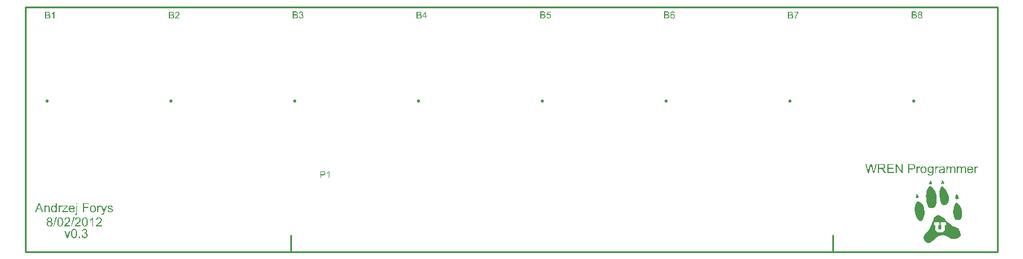
<source format=gto>
%FSLAX25Y25*%
%MOIN*%
G70*
G01*
G75*
G04 Layer_Color=65535*
%ADD10R,0.07874X0.01969*%
%ADD11C,0.01500*%
%ADD12C,0.06299*%
%ADD13C,0.12500*%
%ADD14C,0.05500*%
%ADD15R,0.05500X0.05500*%
%ADD16C,0.09843*%
%ADD17C,0.09449*%
%ADD18C,0.12000*%
%ADD19C,0.02500*%
%ADD20C,0.01000*%
%ADD21C,0.01378*%
G36*
X257735Y332144D02*
X257796Y332137D01*
X257872Y332129D01*
X257956Y332114D01*
X258054Y332091D01*
X258252Y332030D01*
X258351Y331992D01*
X258458Y331939D01*
X258564Y331885D01*
X258671Y331817D01*
X258770Y331741D01*
X258861Y331649D01*
X258869Y331642D01*
X258884Y331627D01*
X258907Y331596D01*
X258937Y331558D01*
X258975Y331505D01*
X259013Y331444D01*
X259059Y331368D01*
X259105Y331284D01*
X259150Y331193D01*
X259196Y331086D01*
X259234Y330972D01*
X259272Y330850D01*
X259302Y330713D01*
X259325Y330569D01*
X259341Y330417D01*
X259348Y330257D01*
Y330249D01*
Y330226D01*
Y330188D01*
Y330143D01*
X259341Y330082D01*
Y330006D01*
X259333Y329930D01*
X259318Y329846D01*
X259295Y329671D01*
X259257Y329481D01*
X259204Y329298D01*
X259127Y329131D01*
Y329123D01*
X259120Y329115D01*
X259105Y329093D01*
X259089Y329062D01*
X259036Y328986D01*
X258968Y328895D01*
X258884Y328796D01*
X258777Y328689D01*
X258648Y328583D01*
X258503Y328491D01*
X258496D01*
X258488Y328484D01*
X258465Y328468D01*
X258435Y328461D01*
X258397Y328438D01*
X258351Y328423D01*
X258237Y328385D01*
X258100Y328339D01*
X257948Y328309D01*
X257781Y328278D01*
X257605Y328271D01*
X257529D01*
X257476Y328278D01*
X257408Y328286D01*
X257331Y328293D01*
X257248Y328309D01*
X257156Y328331D01*
X256959Y328392D01*
X256852Y328430D01*
X256746Y328476D01*
X256647Y328537D01*
X256540Y328606D01*
X256441Y328682D01*
X256350Y328765D01*
X256342Y328773D01*
X256327Y328788D01*
X256304Y328818D01*
X256274Y328857D01*
X256236Y328910D01*
X256198Y328971D01*
X256152Y329047D01*
X256114Y329138D01*
X256068Y329229D01*
X256023Y329336D01*
X255984Y329458D01*
X255946Y329587D01*
X255916Y329724D01*
X255893Y329876D01*
X255878Y330036D01*
X255870Y330211D01*
Y330226D01*
Y330257D01*
X255878Y330310D01*
Y330379D01*
X255886Y330462D01*
X255901Y330561D01*
X255916Y330668D01*
X255939Y330789D01*
X255969Y330911D01*
X256007Y331033D01*
X256053Y331162D01*
X256114Y331284D01*
X256175Y331406D01*
X256251Y331528D01*
X256342Y331634D01*
X256441Y331733D01*
X256449Y331741D01*
X256464Y331748D01*
X256487Y331771D01*
X256525Y331802D01*
X256571Y331832D01*
X256631Y331862D01*
X256692Y331901D01*
X256768Y331946D01*
X256844Y331984D01*
X256936Y332022D01*
X257134Y332083D01*
X257362Y332137D01*
X257476Y332144D01*
X257605Y332152D01*
X257681D01*
X257735Y332144D01*
D02*
G37*
G36*
X245817D02*
X245886Y332137D01*
X245954Y332121D01*
X246038Y332106D01*
X246130Y332091D01*
X246320Y332030D01*
X246419Y331984D01*
X246525Y331939D01*
X246624Y331878D01*
X246723Y331809D01*
X246822Y331733D01*
X246913Y331642D01*
X246921Y331634D01*
X246936Y331619D01*
X246959Y331589D01*
X246989Y331551D01*
X247027Y331497D01*
X247066Y331436D01*
X247111Y331360D01*
X247157Y331277D01*
X247195Y331178D01*
X247241Y331071D01*
X247279Y330957D01*
X247317Y330828D01*
X247347Y330691D01*
X247370Y330546D01*
X247385Y330386D01*
X247393Y330219D01*
Y330211D01*
Y330173D01*
Y330120D01*
X247385Y330051D01*
X244615D01*
Y330044D01*
Y330021D01*
X244623Y329991D01*
Y329952D01*
X244630Y329899D01*
X244638Y329838D01*
X244668Y329701D01*
X244714Y329549D01*
X244775Y329397D01*
X244851Y329245D01*
X244958Y329108D01*
X244973Y329093D01*
X245011Y329054D01*
X245079Y329009D01*
X245171Y328948D01*
X245285Y328887D01*
X245414Y328841D01*
X245566Y328803D01*
X245734Y328788D01*
X245795D01*
X245856Y328796D01*
X245939Y328811D01*
X246031Y328834D01*
X246130Y328864D01*
X246229Y328902D01*
X246327Y328963D01*
X246335Y328971D01*
X246365Y329001D01*
X246411Y329039D01*
X246472Y329108D01*
X246533Y329184D01*
X246601Y329290D01*
X246662Y329412D01*
X246723Y329549D01*
X247370Y329465D01*
Y329458D01*
X247362Y329443D01*
X247355Y329412D01*
X247340Y329374D01*
X247324Y329321D01*
X247302Y329268D01*
X247241Y329138D01*
X247165Y329001D01*
X247066Y328849D01*
X246944Y328712D01*
X246799Y328583D01*
X246792D01*
X246784Y328567D01*
X246754Y328552D01*
X246723Y328537D01*
X246685Y328514D01*
X246632Y328484D01*
X246579Y328453D01*
X246510Y328430D01*
X246358Y328369D01*
X246175Y328316D01*
X245962Y328286D01*
X245734Y328271D01*
X245658D01*
X245597Y328278D01*
X245528Y328286D01*
X245452Y328293D01*
X245361Y328309D01*
X245270Y328331D01*
X245064Y328392D01*
X244950Y328430D01*
X244844Y328476D01*
X244737Y328537D01*
X244630Y328606D01*
X244531Y328682D01*
X244440Y328765D01*
X244432Y328773D01*
X244417Y328788D01*
X244394Y328818D01*
X244364Y328857D01*
X244334Y328910D01*
X244288Y328971D01*
X244250Y329047D01*
X244204Y329131D01*
X244159Y329222D01*
X244121Y329328D01*
X244075Y329443D01*
X244044Y329572D01*
X244014Y329709D01*
X243991Y329854D01*
X243976Y330006D01*
X243968Y330173D01*
Y330181D01*
Y330211D01*
Y330264D01*
X243976Y330325D01*
X243984Y330409D01*
X243991Y330500D01*
X244006Y330599D01*
X244029Y330713D01*
X244082Y330942D01*
X244128Y331064D01*
X244174Y331185D01*
X244227Y331307D01*
X244288Y331421D01*
X244364Y331535D01*
X244448Y331634D01*
X244455Y331642D01*
X244471Y331657D01*
X244501Y331680D01*
X244531Y331718D01*
X244585Y331756D01*
X244638Y331802D01*
X244707Y331847D01*
X244783Y331893D01*
X244866Y331939D01*
X244965Y331992D01*
X245064Y332030D01*
X245178Y332068D01*
X245292Y332106D01*
X245422Y332129D01*
X245559Y332144D01*
X245696Y332152D01*
X245764D01*
X245817Y332144D01*
D02*
G37*
G36*
X229791Y328354D02*
X229022D01*
X228429Y329907D01*
X226283D01*
X225727Y328354D01*
X225012D01*
X226960Y333476D01*
X227706D01*
X229791Y328354D01*
D02*
G37*
G36*
X255307Y332875D02*
X252530D01*
Y331284D01*
X254934D01*
Y330683D01*
X252530D01*
Y328354D01*
X251852D01*
Y333476D01*
X255307D01*
Y332875D01*
D02*
G37*
G36*
X243436Y331649D02*
X241427Y329298D01*
X241038Y328857D01*
X241076D01*
X241107Y328864D01*
X241191Y328872D01*
X241297Y328879D01*
X241419D01*
X241548Y328887D01*
X241830Y328895D01*
X243550D01*
Y328354D01*
X240270D01*
Y328857D01*
X242621Y331581D01*
X242553D01*
X242477Y331573D01*
X242385D01*
X242271Y331566D01*
X242149D01*
X242035Y331558D01*
X240407D01*
Y332068D01*
X243436D01*
Y331649D01*
D02*
G37*
G36*
X248785Y328156D02*
Y328149D01*
Y328126D01*
Y328088D01*
Y328042D01*
X248778Y327989D01*
Y327928D01*
X248763Y327784D01*
X248740Y327624D01*
X248709Y327464D01*
X248671Y327319D01*
X248641Y327251D01*
X248610Y327198D01*
X248603Y327182D01*
X248565Y327144D01*
X248512Y327083D01*
X248428Y327023D01*
X248321Y326962D01*
X248192Y326901D01*
X248032Y326863D01*
X247948Y326855D01*
X247849Y326848D01*
X247811D01*
X247758Y326855D01*
X247697D01*
X247621Y326863D01*
X247545Y326878D01*
X247362Y326916D01*
X247484Y327456D01*
X247492D01*
X247515Y327449D01*
X247553Y327441D01*
X247591Y327433D01*
X247690Y327411D01*
X247735Y327403D01*
X247804D01*
X247842Y327411D01*
X247880Y327418D01*
X247925Y327433D01*
X247971Y327456D01*
X248017Y327487D01*
X248055Y327532D01*
X248062Y327540D01*
X248070Y327563D01*
X248085Y327601D01*
X248108Y327662D01*
X248123Y327746D01*
X248139Y327860D01*
X248146Y327921D01*
Y327997D01*
X248154Y328080D01*
Y328172D01*
Y332068D01*
X248785D01*
Y328156D01*
D02*
G37*
G36*
X247113Y318984D02*
X247212Y318968D01*
X247326Y318953D01*
X247448Y318923D01*
X247569Y318877D01*
X247691Y318824D01*
X247706Y318816D01*
X247744Y318793D01*
X247798Y318755D01*
X247874Y318702D01*
X247950Y318633D01*
X248041Y318550D01*
X248125Y318458D01*
X248201Y318344D01*
X248209Y318329D01*
X248231Y318291D01*
X248270Y318222D01*
X248315Y318131D01*
X248368Y318025D01*
X248422Y317895D01*
X248475Y317743D01*
X248521Y317583D01*
Y317576D01*
X248528Y317560D01*
X248536Y317538D01*
X248543Y317499D01*
X248551Y317454D01*
X248559Y317401D01*
X248574Y317340D01*
X248582Y317264D01*
X248597Y317180D01*
X248604Y317089D01*
X248612Y316990D01*
X248627Y316883D01*
X248635Y316769D01*
Y316647D01*
X248642Y316510D01*
Y316373D01*
Y316366D01*
Y316335D01*
Y316289D01*
Y316221D01*
X248635Y316145D01*
Y316061D01*
X248627Y315962D01*
X248620Y315856D01*
X248597Y315627D01*
X248559Y315384D01*
X248513Y315140D01*
X248483Y315026D01*
X248452Y314920D01*
Y314912D01*
X248445Y314897D01*
X248429Y314866D01*
X248422Y314828D01*
X248399Y314783D01*
X248376Y314729D01*
X248315Y314608D01*
X248239Y314471D01*
X248140Y314326D01*
X248026Y314189D01*
X247897Y314067D01*
X247889D01*
X247881Y314052D01*
X247859Y314037D01*
X247828Y314022D01*
X247752Y313976D01*
X247645Y313923D01*
X247509Y313862D01*
X247349Y313816D01*
X247174Y313786D01*
X246968Y313771D01*
X246900D01*
X246846Y313778D01*
X246785Y313786D01*
X246709Y313801D01*
X246633Y313816D01*
X246550Y313839D01*
X246458Y313862D01*
X246359Y313900D01*
X246260Y313938D01*
X246169Y313991D01*
X246070Y314052D01*
X245979Y314121D01*
X245888Y314204D01*
X245804Y314296D01*
X245796Y314303D01*
X245781Y314326D01*
X245758Y314364D01*
X245728Y314418D01*
X245690Y314486D01*
X245644Y314577D01*
X245598Y314676D01*
X245553Y314798D01*
X245507Y314935D01*
X245461Y315087D01*
X245416Y315255D01*
X245378Y315445D01*
X245347Y315650D01*
X245324Y315871D01*
X245309Y316114D01*
X245302Y316373D01*
Y316381D01*
Y316411D01*
Y316457D01*
Y316525D01*
X245309Y316601D01*
Y316693D01*
X245317Y316792D01*
X245324Y316898D01*
X245347Y317127D01*
X245378Y317370D01*
X245423Y317614D01*
X245454Y317728D01*
X245484Y317834D01*
Y317842D01*
X245492Y317857D01*
X245507Y317888D01*
X245522Y317926D01*
X245537Y317971D01*
X245560Y318025D01*
X245629Y318146D01*
X245705Y318283D01*
X245796Y318428D01*
X245910Y318565D01*
X246040Y318687D01*
X246047D01*
X246055Y318702D01*
X246078Y318717D01*
X246108Y318732D01*
X246146Y318755D01*
X246184Y318786D01*
X246299Y318839D01*
X246428Y318892D01*
X246588Y318945D01*
X246770Y318976D01*
X246968Y318991D01*
X247037D01*
X247113Y318984D01*
D02*
G37*
G36*
X261191Y325483D02*
X261252Y325476D01*
X261328Y325468D01*
X261404Y325461D01*
X261495Y325438D01*
X261678Y325392D01*
X261876Y325316D01*
X261967Y325270D01*
X262058Y325217D01*
X262150Y325156D01*
X262233Y325080D01*
X262241Y325073D01*
X262249Y325065D01*
X262271Y325042D01*
X262302Y325004D01*
X262332Y324966D01*
X262370Y324920D01*
X262408Y324859D01*
X262454Y324799D01*
X262530Y324654D01*
X262599Y324479D01*
X262629Y324388D01*
X262652Y324281D01*
X262660Y324182D01*
X262667Y324068D01*
Y324053D01*
Y324015D01*
X262660Y323954D01*
X262652Y323878D01*
X262637Y323779D01*
X262614Y323680D01*
X262583Y323573D01*
X262538Y323459D01*
X262530Y323444D01*
X262515Y323406D01*
X262485Y323353D01*
X262439Y323277D01*
X262378Y323178D01*
X262310Y323071D01*
X262218Y322957D01*
X262119Y322835D01*
X262104Y322820D01*
X262066Y322774D01*
X262035Y322744D01*
X261990Y322698D01*
X261944Y322653D01*
X261891Y322599D01*
X261830Y322538D01*
X261754Y322470D01*
X261678Y322401D01*
X261586Y322318D01*
X261495Y322234D01*
X261389Y322143D01*
X261275Y322044D01*
X261153Y321937D01*
X261145Y321930D01*
X261130Y321914D01*
X261100Y321891D01*
X261061Y321861D01*
X260970Y321777D01*
X260848Y321678D01*
X260727Y321572D01*
X260612Y321465D01*
X260506Y321366D01*
X260468Y321328D01*
X260430Y321290D01*
X260422Y321283D01*
X260407Y321260D01*
X260377Y321230D01*
X260338Y321184D01*
X260293Y321138D01*
X260247Y321077D01*
X260163Y320955D01*
X262675D01*
Y320354D01*
X259288D01*
Y320362D01*
Y320392D01*
Y320438D01*
X259296Y320491D01*
X259303Y320560D01*
X259311Y320628D01*
X259334Y320712D01*
X259357Y320788D01*
Y320796D01*
X259364Y320803D01*
X259380Y320849D01*
X259410Y320918D01*
X259456Y321001D01*
X259517Y321108D01*
X259585Y321222D01*
X259669Y321344D01*
X259768Y321465D01*
Y321473D01*
X259783Y321481D01*
X259821Y321526D01*
X259890Y321595D01*
X259981Y321686D01*
X260095Y321800D01*
X260240Y321937D01*
X260407Y322082D01*
X260597Y322242D01*
X260605Y322249D01*
X260635Y322272D01*
X260673Y322310D01*
X260734Y322356D01*
X260803Y322409D01*
X260879Y322478D01*
X261046Y322637D01*
X261237Y322805D01*
X261419Y322987D01*
X261510Y323079D01*
X261586Y323162D01*
X261663Y323246D01*
X261723Y323322D01*
Y323330D01*
X261739Y323337D01*
X261754Y323360D01*
X261769Y323391D01*
X261815Y323467D01*
X261876Y323566D01*
X261929Y323688D01*
X261975Y323817D01*
X262005Y323946D01*
X262020Y324083D01*
Y324091D01*
Y324098D01*
X262013Y324144D01*
X262005Y324213D01*
X261990Y324304D01*
X261952Y324403D01*
X261906Y324509D01*
X261838Y324616D01*
X261746Y324715D01*
X261731Y324723D01*
X261701Y324753D01*
X261640Y324799D01*
X261564Y324844D01*
X261457Y324890D01*
X261343Y324936D01*
X261206Y324966D01*
X261054Y324974D01*
X261008D01*
X260978Y324966D01*
X260894Y324958D01*
X260795Y324936D01*
X260673Y324905D01*
X260552Y324852D01*
X260430Y324783D01*
X260323Y324692D01*
X260316Y324677D01*
X260285Y324639D01*
X260240Y324578D01*
X260194Y324494D01*
X260141Y324388D01*
X260103Y324258D01*
X260072Y324106D01*
X260057Y323939D01*
X259410Y324007D01*
Y324015D01*
Y324038D01*
X259418Y324076D01*
X259425Y324129D01*
X259440Y324190D01*
X259456Y324258D01*
X259494Y324418D01*
X259555Y324593D01*
X259646Y324776D01*
X259699Y324867D01*
X259760Y324951D01*
X259829Y325034D01*
X259905Y325111D01*
X259912Y325118D01*
X259928Y325126D01*
X259950Y325149D01*
X259981Y325171D01*
X260027Y325202D01*
X260080Y325232D01*
X260141Y325263D01*
X260217Y325301D01*
X260293Y325339D01*
X260377Y325369D01*
X260475Y325400D01*
X260582Y325430D01*
X260688Y325453D01*
X260810Y325476D01*
X260932Y325483D01*
X261069Y325491D01*
X261138D01*
X261191Y325483D01*
D02*
G37*
G36*
X250347Y313854D02*
X249632D01*
Y314570D01*
X250347D01*
Y313854D01*
D02*
G37*
G36*
X253018Y318984D02*
X253117Y318968D01*
X253239Y318945D01*
X253368Y318915D01*
X253498Y318869D01*
X253635Y318808D01*
X253642D01*
X253650Y318801D01*
X253695Y318778D01*
X253756Y318732D01*
X253840Y318679D01*
X253924Y318611D01*
X254015Y318519D01*
X254106Y318428D01*
X254183Y318314D01*
X254190Y318299D01*
X254213Y318261D01*
X254243Y318200D01*
X254281Y318116D01*
X254312Y318017D01*
X254342Y317910D01*
X254365Y317789D01*
X254373Y317659D01*
Y317644D01*
Y317606D01*
X254365Y317538D01*
X254350Y317461D01*
X254327Y317362D01*
X254297Y317264D01*
X254251Y317157D01*
X254190Y317051D01*
X254183Y317035D01*
X254160Y317005D01*
X254114Y316959D01*
X254061Y316898D01*
X253985Y316830D01*
X253893Y316761D01*
X253787Y316685D01*
X253665Y316624D01*
X253673D01*
X253688Y316617D01*
X253711Y316609D01*
X253741Y316601D01*
X253817Y316571D01*
X253924Y316533D01*
X254030Y316472D01*
X254152Y316396D01*
X254266Y316305D01*
X254365Y316191D01*
X254373Y316175D01*
X254403Y316130D01*
X254449Y316061D01*
X254495Y315962D01*
X254540Y315848D01*
X254586Y315704D01*
X254616Y315544D01*
X254624Y315369D01*
Y315361D01*
Y315338D01*
Y315308D01*
X254616Y315255D01*
X254609Y315201D01*
X254601Y315133D01*
X254586Y315057D01*
X254563Y314973D01*
X254502Y314798D01*
X254464Y314707D01*
X254418Y314608D01*
X254358Y314509D01*
X254289Y314418D01*
X254213Y314326D01*
X254129Y314235D01*
X254122Y314227D01*
X254106Y314212D01*
X254076Y314189D01*
X254046Y314166D01*
X253992Y314128D01*
X253939Y314090D01*
X253870Y314045D01*
X253794Y314006D01*
X253711Y313961D01*
X253612Y313915D01*
X253513Y313877D01*
X253406Y313847D01*
X253285Y313816D01*
X253163Y313793D01*
X253033Y313778D01*
X252896Y313771D01*
X252828D01*
X252782Y313778D01*
X252729Y313786D01*
X252660Y313793D01*
X252584Y313801D01*
X252501Y313824D01*
X252326Y313870D01*
X252135Y313938D01*
X252044Y313984D01*
X251945Y314037D01*
X251854Y314098D01*
X251770Y314166D01*
X251763Y314174D01*
X251755Y314182D01*
X251732Y314204D01*
X251702Y314242D01*
X251663Y314281D01*
X251625Y314326D01*
X251587Y314387D01*
X251542Y314448D01*
X251450Y314600D01*
X251374Y314783D01*
X251306Y314988D01*
X251283Y315095D01*
X251268Y315216D01*
X251899Y315300D01*
Y315293D01*
X251907Y315277D01*
X251915Y315247D01*
X251922Y315209D01*
X251930Y315171D01*
X251945Y315118D01*
X251983Y315003D01*
X252036Y314874D01*
X252097Y314745D01*
X252173Y314623D01*
X252265Y314524D01*
X252280Y314516D01*
X252310Y314486D01*
X252364Y314448D01*
X252440Y314410D01*
X252531Y314364D01*
X252638Y314326D01*
X252759Y314296D01*
X252896Y314288D01*
X252942D01*
X252973Y314296D01*
X253056Y314303D01*
X253163Y314326D01*
X253277Y314364D01*
X253406Y314418D01*
X253528Y314494D01*
X253650Y314593D01*
X253665Y314608D01*
X253695Y314646D01*
X253749Y314714D01*
X253802Y314798D01*
X253855Y314912D01*
X253908Y315041D01*
X253939Y315186D01*
X253954Y315346D01*
Y315353D01*
Y315369D01*
Y315391D01*
X253946Y315422D01*
X253939Y315498D01*
X253916Y315597D01*
X253886Y315711D01*
X253832Y315833D01*
X253764Y315947D01*
X253665Y316061D01*
X253650Y316076D01*
X253612Y316107D01*
X253551Y316153D01*
X253467Y316206D01*
X253368Y316251D01*
X253246Y316297D01*
X253102Y316328D01*
X252950Y316343D01*
X252881D01*
X252828Y316335D01*
X252767Y316328D01*
X252691Y316312D01*
X252607Y316297D01*
X252508Y316274D01*
X252577Y316830D01*
X252615D01*
X252645Y316822D01*
X252744D01*
X252820Y316830D01*
X252919Y316845D01*
X253033Y316876D01*
X253148Y316906D01*
X253277Y316959D01*
X253399Y317028D01*
X253406D01*
X253414Y317035D01*
X253452Y317066D01*
X253505Y317119D01*
X253566Y317188D01*
X253619Y317279D01*
X253673Y317393D01*
X253711Y317522D01*
X253726Y317598D01*
Y317674D01*
Y317682D01*
Y317690D01*
Y317735D01*
X253711Y317796D01*
X253695Y317872D01*
X253665Y317964D01*
X253627Y318063D01*
X253566Y318154D01*
X253490Y318245D01*
X253482Y318253D01*
X253444Y318283D01*
X253399Y318321D01*
X253323Y318359D01*
X253239Y318405D01*
X253132Y318436D01*
X253018Y318466D01*
X252881Y318474D01*
X252820D01*
X252752Y318458D01*
X252668Y318443D01*
X252569Y318413D01*
X252470Y318375D01*
X252371Y318314D01*
X252272Y318238D01*
X252265Y318230D01*
X252234Y318192D01*
X252189Y318139D01*
X252143Y318070D01*
X252090Y317971D01*
X252036Y317850D01*
X251991Y317713D01*
X251960Y317553D01*
X251329Y317667D01*
Y317674D01*
X251336Y317697D01*
X251344Y317728D01*
X251351Y317774D01*
X251367Y317819D01*
X251390Y317880D01*
X251435Y318025D01*
X251504Y318177D01*
X251595Y318344D01*
X251709Y318496D01*
X251846Y318641D01*
X251854Y318649D01*
X251869Y318656D01*
X251892Y318671D01*
X251922Y318694D01*
X251960Y318725D01*
X252006Y318755D01*
X252067Y318786D01*
X252128Y318816D01*
X252272Y318877D01*
X252447Y318938D01*
X252645Y318976D01*
X252752Y318991D01*
X252934D01*
X253018Y318984D01*
D02*
G37*
G36*
X243513Y313854D02*
X242920D01*
X241512Y317568D01*
X242174D01*
X242973Y315338D01*
Y315331D01*
X242981Y315323D01*
X242996Y315277D01*
X243019Y315201D01*
X243049Y315110D01*
X243087Y314996D01*
X243125Y314874D01*
X243171Y314737D01*
X243209Y314593D01*
X243216Y314608D01*
X243224Y314646D01*
X243247Y314707D01*
X243270Y314790D01*
X243300Y314897D01*
X243346Y315019D01*
X243391Y315156D01*
X243445Y315300D01*
X244267Y317568D01*
X244914D01*
X243513Y313854D01*
D02*
G37*
G36*
X733903Y326531D02*
X734131Y326493D01*
X734169Y326455D01*
X734208D01*
X734627Y326303D01*
X735046Y326074D01*
X735427Y325845D01*
X735769Y325617D01*
X736074Y325388D01*
X736303Y325236D01*
X736455Y325084D01*
X736493Y325046D01*
X736798Y324779D01*
X737064Y324474D01*
X737255Y324208D01*
X737293Y324131D01*
X737331Y324093D01*
X737560Y323789D01*
X737826Y323484D01*
X738093Y323217D01*
X738359Y322951D01*
X738626Y322760D01*
X738855Y322608D01*
X739007Y322494D01*
X739045Y322455D01*
X739464Y322189D01*
X739845Y321960D01*
X740111Y321770D01*
X740302Y321618D01*
X740454Y321503D01*
X740569Y321427D01*
X740645Y321351D01*
X740988Y321008D01*
X741368Y320741D01*
X741749Y320475D01*
X742130Y320284D01*
X742473Y320094D01*
X742740Y319980D01*
X742892Y319941D01*
X742968Y319903D01*
X743083D01*
X743235Y319865D01*
X743349Y319827D01*
X743425D01*
X743692Y319789D01*
X743921Y319713D01*
X744073Y319637D01*
X744111Y319599D01*
X744378Y319408D01*
X744568Y319256D01*
X744644Y319142D01*
X744682Y319104D01*
X744797Y318913D01*
X744873Y318723D01*
X744949Y318570D01*
Y318532D01*
X745025Y318380D01*
X745101Y318227D01*
X745139Y318189D01*
Y318151D01*
X745482Y317466D01*
X745597Y317161D01*
X745673Y316894D01*
X745749Y316666D01*
X745787Y316475D01*
X745825Y316361D01*
Y316323D01*
X745863Y316056D01*
Y315828D01*
X745901Y315637D01*
Y315523D01*
X745863Y315333D01*
Y315256D01*
X745749Y315028D01*
X745597Y314799D01*
X745482Y314609D01*
X745406Y314571D01*
Y314533D01*
X745025Y314266D01*
X744606Y313999D01*
X744187Y313809D01*
X743768Y313619D01*
X743387Y313504D01*
X743044Y313390D01*
X742854Y313352D01*
X742816Y313314D01*
X742778D01*
X742359Y313238D01*
X741978Y313200D01*
X741026D01*
X740073Y313771D01*
X739426Y314152D01*
X739159Y314342D01*
X738931Y314457D01*
X738702Y314571D01*
X738550Y314647D01*
X738474Y314723D01*
X738436D01*
X738055Y314914D01*
X737674Y315066D01*
X737331Y315180D01*
X737064Y315295D01*
X736798Y315333D01*
X736607Y315371D01*
X736493Y315409D01*
X736455D01*
X735884Y315485D01*
X735427D01*
X735274Y315447D01*
X735160D01*
X735084Y315409D01*
X735046D01*
X734627Y315295D01*
X734208Y315142D01*
X734017Y315066D01*
X733865Y314990D01*
X733750Y314952D01*
X733712D01*
X733103Y314609D01*
X732836Y314457D01*
X732646Y314342D01*
X732455Y314228D01*
X732341Y314152D01*
X732265Y314114D01*
X732227Y314076D01*
X731732Y313695D01*
X731275Y313314D01*
X731084Y313123D01*
X730932Y312971D01*
X730818Y312895D01*
X730780Y312857D01*
X730513Y312590D01*
X730284Y312400D01*
X730094Y312209D01*
X729980Y312095D01*
X729789Y311905D01*
X729713Y311866D01*
X729370Y311638D01*
X729065Y311447D01*
X728761Y311333D01*
X728532Y311219D01*
X728342Y311181D01*
X728189Y311143D01*
X728113Y311105D01*
X727580D01*
X727161Y311181D01*
X727009Y311257D01*
X726894Y311295D01*
X726818Y311333D01*
X726780D01*
X726475Y311524D01*
X726209Y311752D01*
X725980Y312019D01*
X725752Y312247D01*
X725599Y312476D01*
X725485Y312666D01*
X725447Y312781D01*
X725409Y312819D01*
X725218Y313314D01*
X725104Y313771D01*
X725066Y313961D01*
X725028Y314114D01*
Y314190D01*
Y314228D01*
Y314495D01*
X725066Y314723D01*
X725180Y315066D01*
X725256Y315256D01*
X725294Y315333D01*
X725409Y315523D01*
X725561Y315714D01*
X725675Y315866D01*
X725713Y315904D01*
X725866Y316094D01*
X726094Y316285D01*
X726285Y316475D01*
X726323Y316551D01*
X726361D01*
X726742Y316970D01*
X727123Y317351D01*
X727275Y317542D01*
X727351Y317694D01*
X727427Y317770D01*
X727466Y317808D01*
X727694Y318113D01*
X727923Y318456D01*
X728342Y319142D01*
X728494Y319408D01*
X728608Y319675D01*
X728685Y319827D01*
X728723Y319865D01*
X729065Y320513D01*
X729332Y321160D01*
X729561Y321694D01*
X729789Y322189D01*
X729942Y322570D01*
X730056Y322874D01*
X730094Y323027D01*
X730132Y323103D01*
X730322Y323598D01*
X730475Y323979D01*
X730589Y324322D01*
X730665Y324588D01*
X730741Y324779D01*
X730780Y324893D01*
X730818Y324969D01*
Y325008D01*
X730932Y325350D01*
X731084Y325579D01*
X731199Y325731D01*
X731237Y325769D01*
X731617Y326112D01*
X731998Y326341D01*
X732151Y326417D01*
X732227Y326455D01*
X732303Y326493D01*
X732341D01*
X732608Y326531D01*
X732874Y326569D01*
X733560D01*
X733903Y326531D01*
D02*
G37*
G36*
X248785Y332745D02*
X248154D01*
Y333476D01*
X248785D01*
Y332745D01*
D02*
G37*
G36*
X722171Y334492D02*
X722285Y334454D01*
X722324Y334416D01*
X722743Y334225D01*
X723085Y333997D01*
X723352Y333844D01*
X723581Y333692D01*
X723733Y333578D01*
X723847Y333463D01*
X723885Y333425D01*
X723923Y333387D01*
X724190Y333121D01*
X724418Y332892D01*
X724571Y332663D01*
X724609Y332626D01*
Y332587D01*
X724799Y332283D01*
X724952Y332016D01*
X725028Y331826D01*
X725066Y331749D01*
X725180Y331407D01*
X725256Y331064D01*
X725294Y330911D01*
X725333Y330797D01*
Y330721D01*
Y330683D01*
X725409Y330226D01*
X725447Y329921D01*
Y329769D01*
Y329693D01*
Y329540D01*
X725485Y329388D01*
Y329007D01*
Y328817D01*
Y328664D01*
Y328550D01*
Y328512D01*
Y328245D01*
X725523Y328017D01*
Y327826D01*
Y327712D01*
Y327598D01*
Y327559D01*
Y327521D01*
Y327255D01*
X725485Y326988D01*
X725447Y326798D01*
X725409Y326760D01*
Y326722D01*
X725333Y326417D01*
X725294Y326188D01*
X725256Y326036D01*
X725218Y325998D01*
X725142Y325769D01*
X725066Y325541D01*
X724990Y325350D01*
X724952Y325312D01*
Y325274D01*
X724837Y325008D01*
X724761Y324817D01*
X724723Y324741D01*
Y324703D01*
X724571Y324322D01*
X724418Y324017D01*
X724228Y323827D01*
X724038Y323636D01*
X723847Y323522D01*
X723695Y323446D01*
X723619Y323408D01*
X723581D01*
X723276Y323370D01*
X722971Y323446D01*
X722704Y323560D01*
X722476Y323674D01*
X722285Y323827D01*
X722133Y323979D01*
X722057Y324055D01*
X722019Y324093D01*
X721447Y324931D01*
X720990Y325845D01*
X720647Y326722D01*
X720381Y327598D01*
X720228Y328359D01*
X720152Y328702D01*
X720114Y328969D01*
X720076Y329235D01*
X720038Y329388D01*
Y329502D01*
Y329540D01*
X719962Y330416D01*
X720038Y330949D01*
X720152Y331749D01*
X720305Y332435D01*
X720495Y333006D01*
X720724Y333463D01*
X720914Y333806D01*
X721067Y334035D01*
X721181Y334187D01*
X721219Y334225D01*
X721486Y334416D01*
X721676Y334492D01*
X721828Y334530D01*
X722057D01*
X722171Y334492D01*
D02*
G37*
G36*
X728951Y342910D02*
X729180Y342834D01*
X729637Y342605D01*
X729789Y342453D01*
X729942Y342338D01*
X730018Y342262D01*
X730056Y342224D01*
X730170Y342072D01*
X730284Y341919D01*
X730551Y341539D01*
X730665Y341348D01*
X730780Y341234D01*
X730818Y341120D01*
X730856Y341081D01*
X731237Y340548D01*
X731465Y340129D01*
X731541Y339977D01*
X731617Y339863D01*
X731656Y339825D01*
Y339786D01*
X731884Y339215D01*
X732074Y338606D01*
X732227Y338034D01*
X732341Y337501D01*
X732379Y337044D01*
X732417Y336663D01*
X732455Y336511D01*
Y336396D01*
Y336358D01*
Y336320D01*
Y335596D01*
X732417Y334949D01*
X732379Y334339D01*
X732265Y333806D01*
X732189Y333387D01*
X732074Y333045D01*
X732036Y332854D01*
X731998Y332778D01*
X731884Y332435D01*
X731732Y332130D01*
X731465Y331673D01*
X731199Y331292D01*
X730932Y331064D01*
X730703Y330911D01*
X730513Y330797D01*
X730399Y330759D01*
X730361D01*
X729903Y330721D01*
X729523Y330683D01*
X729142D01*
X728723Y330759D01*
X728380Y330911D01*
X728227Y330988D01*
X728113Y331064D01*
X728075Y331140D01*
X728037D01*
X727694Y331521D01*
X727427Y331978D01*
X727351Y332130D01*
X727275Y332283D01*
X727237Y332397D01*
Y332435D01*
X726970Y333425D01*
X726742Y334378D01*
X726590Y335216D01*
X726513Y335977D01*
X726475Y336587D01*
X726437Y336854D01*
Y337044D01*
Y337234D01*
Y337349D01*
Y337425D01*
Y337463D01*
Y337882D01*
X726475Y338263D01*
Y338644D01*
X726513Y338948D01*
X726551Y339444D01*
X726590Y339825D01*
X726628Y340091D01*
X726666Y340282D01*
X726704Y340358D01*
Y340396D01*
X726856Y340853D01*
X726970Y341234D01*
X727161Y341577D01*
X727313Y341843D01*
X727466Y342110D01*
X727618Y342300D01*
X727961Y342605D01*
X728227Y342795D01*
X728456Y342910D01*
X728646Y342948D01*
X728685D01*
X728951Y342910D01*
D02*
G37*
G36*
X743844Y333616D02*
X744111Y333502D01*
X744340Y333349D01*
X744568Y333159D01*
X744759Y333006D01*
X744873Y332854D01*
X744949Y332740D01*
X744987Y332702D01*
X745139Y332511D01*
X745216Y332397D01*
X745292Y332321D01*
X745406Y332168D01*
X745558Y332016D01*
X745787Y331635D01*
X745901Y331445D01*
X745977Y331292D01*
X746054Y331178D01*
Y331140D01*
X746282Y330645D01*
X746434Y330150D01*
X746587Y329693D01*
X746663Y329235D01*
X746739Y328855D01*
Y328550D01*
X746777Y328359D01*
Y328283D01*
Y327712D01*
X746739Y327179D01*
X746663Y326722D01*
X746587Y326303D01*
X746511Y325960D01*
X746434Y325693D01*
X746396Y325541D01*
X746358Y325465D01*
X746168Y325046D01*
X745977Y324741D01*
X745825Y324512D01*
X745787Y324474D01*
X745749Y324436D01*
X745482Y324169D01*
X745216Y324017D01*
X745063Y323979D01*
X744987Y323941D01*
X744073D01*
X743730Y324017D01*
X743502Y324093D01*
X743349Y324131D01*
X743311Y324169D01*
X743006Y324398D01*
X742740Y324703D01*
X742511Y325008D01*
X742359Y325312D01*
X742206Y325617D01*
X742130Y325845D01*
X742092Y325998D01*
X742054Y326074D01*
X741940Y326493D01*
X741864Y326950D01*
X741826Y327369D01*
X741787Y327788D01*
X741749Y328169D01*
Y328436D01*
Y328626D01*
Y328702D01*
X741787Y329388D01*
X741864Y330035D01*
X741978Y330645D01*
X742054Y331178D01*
X742168Y331635D01*
X742283Y331940D01*
X742321Y332168D01*
X742359Y332245D01*
X742473Y332587D01*
X742587Y332854D01*
X742702Y333045D01*
X742816Y333235D01*
X742892Y333349D01*
X742968Y333425D01*
X743044Y333502D01*
X743197Y333578D01*
X743349Y333654D01*
X743540D01*
X743844Y333616D01*
D02*
G37*
G36*
X237233Y328354D02*
X236648D01*
Y328818D01*
X236640Y328811D01*
X236632Y328796D01*
X236609Y328765D01*
X236579Y328735D01*
X236541Y328689D01*
X236495Y328643D01*
X236442Y328598D01*
X236381Y328545D01*
X236313Y328491D01*
X236237Y328446D01*
X236153Y328400D01*
X236054Y328354D01*
X235955Y328324D01*
X235848Y328293D01*
X235727Y328278D01*
X235605Y328271D01*
X235559D01*
X235529Y328278D01*
X235445Y328286D01*
X235339Y328301D01*
X235209Y328331D01*
X235072Y328377D01*
X234935Y328430D01*
X234791Y328514D01*
X234783D01*
X234775Y328529D01*
X234730Y328560D01*
X234661Y328613D01*
X234578Y328689D01*
X234486Y328788D01*
X234387Y328902D01*
X234296Y329039D01*
X234212Y329191D01*
Y329199D01*
X234205Y329214D01*
X234197Y329237D01*
X234182Y329268D01*
X234167Y329313D01*
X234151Y329359D01*
X234113Y329481D01*
X234075Y329633D01*
X234045Y329808D01*
X234022Y329998D01*
X234014Y330204D01*
Y330211D01*
Y330226D01*
Y330257D01*
Y330295D01*
X234022Y330348D01*
Y330401D01*
X234037Y330538D01*
X234060Y330691D01*
X234090Y330866D01*
X234136Y331033D01*
X234197Y331208D01*
Y331216D01*
X234205Y331231D01*
X234220Y331254D01*
X234235Y331284D01*
X234273Y331368D01*
X234334Y331467D01*
X234410Y331581D01*
X234509Y331695D01*
X234616Y331809D01*
X234745Y331908D01*
X234753D01*
X234760Y331916D01*
X234783Y331931D01*
X234813Y331946D01*
X234890Y331984D01*
X234988Y332030D01*
X235110Y332076D01*
X235255Y332114D01*
X235407Y332144D01*
X235575Y332152D01*
X235628D01*
X235696Y332144D01*
X235772Y332137D01*
X235864Y332114D01*
X235970Y332091D01*
X236069Y332053D01*
X236168Y332007D01*
X236183Y331999D01*
X236214Y331984D01*
X236259Y331954D01*
X236320Y331908D01*
X236389Y331855D01*
X236465Y331794D01*
X236533Y331726D01*
X236602Y331642D01*
Y333476D01*
X237233D01*
Y328354D01*
D02*
G37*
G36*
X267422Y332144D02*
X267521Y332137D01*
X267643Y332121D01*
X267772Y332098D01*
X267902Y332068D01*
X268031Y332022D01*
X268039D01*
X268046Y332015D01*
X268084Y331999D01*
X268145Y331969D01*
X268214Y331931D01*
X268298Y331885D01*
X268374Y331824D01*
X268450Y331756D01*
X268518Y331680D01*
X268526Y331672D01*
X268541Y331642D01*
X268571Y331596D01*
X268609Y331528D01*
X268640Y331444D01*
X268678Y331353D01*
X268708Y331239D01*
X268739Y331109D01*
X268122Y331025D01*
Y331041D01*
X268115Y331071D01*
X268100Y331124D01*
X268077Y331185D01*
X268039Y331254D01*
X268001Y331330D01*
X267940Y331406D01*
X267871Y331467D01*
X267864Y331474D01*
X267833Y331490D01*
X267788Y331520D01*
X267727Y331551D01*
X267651Y331581D01*
X267552Y331611D01*
X267438Y331627D01*
X267308Y331634D01*
X267240D01*
X267164Y331627D01*
X267072Y331619D01*
X266966Y331596D01*
X266867Y331573D01*
X266768Y331535D01*
X266692Y331490D01*
X266684Y331482D01*
X266661Y331467D01*
X266631Y331436D01*
X266600Y331391D01*
X266570Y331345D01*
X266540Y331284D01*
X266517Y331223D01*
X266509Y331155D01*
Y331147D01*
Y331132D01*
X266517Y331109D01*
Y331079D01*
X266540Y331010D01*
X266585Y330934D01*
X266593Y330926D01*
X266600Y330919D01*
X266646Y330873D01*
X266676Y330850D01*
X266715Y330820D01*
X266768Y330789D01*
X266821Y330767D01*
X266829D01*
X266844Y330759D01*
X266874Y330751D01*
X266928Y330729D01*
X267004Y330706D01*
X267095Y330683D01*
X267156Y330660D01*
X267225Y330645D01*
X267293Y330622D01*
X267377Y330599D01*
X267384D01*
X267407Y330592D01*
X267438Y330584D01*
X267483Y330569D01*
X267536Y330554D01*
X267605Y330538D01*
X267742Y330500D01*
X267894Y330455D01*
X268054Y330401D01*
X268191Y330356D01*
X268252Y330333D01*
X268305Y330310D01*
X268320Y330303D01*
X268351Y330287D01*
X268396Y330264D01*
X268457Y330226D01*
X268526Y330181D01*
X268594Y330120D01*
X268663Y330051D01*
X268724Y329975D01*
X268731Y329968D01*
X268746Y329937D01*
X268769Y329891D01*
X268800Y329831D01*
X268830Y329755D01*
X268853Y329663D01*
X268868Y329557D01*
X268876Y329443D01*
Y329427D01*
Y329389D01*
X268868Y329328D01*
X268853Y329252D01*
X268830Y329161D01*
X268792Y329062D01*
X268746Y328956D01*
X268686Y328849D01*
X268678Y328834D01*
X268655Y328803D01*
X268609Y328750D01*
X268549Y328689D01*
X268473Y328621D01*
X268381Y328545D01*
X268275Y328476D01*
X268153Y328415D01*
X268138Y328408D01*
X268092Y328392D01*
X268023Y328369D01*
X267925Y328347D01*
X267810Y328316D01*
X267681Y328293D01*
X267536Y328278D01*
X267377Y328271D01*
X267308D01*
X267255Y328278D01*
X267194D01*
X267126Y328286D01*
X266966Y328309D01*
X266791Y328347D01*
X266608Y328392D01*
X266433Y328468D01*
X266349Y328514D01*
X266273Y328567D01*
X266266D01*
X266258Y328583D01*
X266212Y328628D01*
X266151Y328697D01*
X266068Y328796D01*
X265992Y328918D01*
X265908Y329077D01*
X265839Y329260D01*
X265794Y329465D01*
X266418Y329564D01*
Y329557D01*
Y329549D01*
X266425Y329503D01*
X266448Y329435D01*
X266471Y329351D01*
X266509Y329260D01*
X266555Y329161D01*
X266623Y329070D01*
X266699Y328986D01*
X266715Y328978D01*
X266745Y328956D01*
X266798Y328925D01*
X266874Y328887D01*
X266973Y328849D01*
X267088Y328818D01*
X267225Y328796D01*
X267377Y328788D01*
X267445D01*
X267521Y328796D01*
X267620Y328811D01*
X267719Y328834D01*
X267826Y328864D01*
X267925Y328902D01*
X268016Y328963D01*
X268023Y328971D01*
X268046Y328994D01*
X268084Y329032D01*
X268122Y329077D01*
X268161Y329138D01*
X268198Y329214D01*
X268221Y329290D01*
X268229Y329374D01*
Y329382D01*
Y329412D01*
X268221Y329450D01*
X268206Y329496D01*
X268183Y329549D01*
X268145Y329602D01*
X268100Y329663D01*
X268039Y329709D01*
X268031Y329716D01*
X268008Y329724D01*
X267970Y329739D01*
X267909Y329770D01*
X267826Y329800D01*
X267711Y329831D01*
X267651Y329854D01*
X267575Y329876D01*
X267491Y329899D01*
X267400Y329922D01*
X267392D01*
X267369Y329930D01*
X267331Y329937D01*
X267285Y329952D01*
X267232Y329968D01*
X267164Y329983D01*
X267019Y330029D01*
X266859Y330074D01*
X266699Y330127D01*
X266555Y330173D01*
X266494Y330204D01*
X266441Y330226D01*
X266425Y330234D01*
X266395Y330249D01*
X266349Y330280D01*
X266288Y330318D01*
X266228Y330371D01*
X266159Y330432D01*
X266091Y330500D01*
X266037Y330576D01*
X266030Y330584D01*
X266015Y330614D01*
X265992Y330660D01*
X265969Y330729D01*
X265946Y330797D01*
X265923Y330889D01*
X265908Y330980D01*
X265900Y331079D01*
Y331094D01*
Y331124D01*
X265908Y331170D01*
X265915Y331231D01*
X265923Y331299D01*
X265946Y331376D01*
X265969Y331459D01*
X266007Y331535D01*
X266015Y331543D01*
X266030Y331573D01*
X266053Y331611D01*
X266091Y331657D01*
X266136Y331718D01*
X266190Y331779D01*
X266250Y331840D01*
X266319Y331893D01*
X266326Y331901D01*
X266349Y331908D01*
X266380Y331931D01*
X266425Y331954D01*
X266479Y331984D01*
X266547Y332015D01*
X266623Y332045D01*
X266715Y332076D01*
X266730D01*
X266760Y332091D01*
X266813Y332098D01*
X266882Y332114D01*
X266966Y332129D01*
X267057Y332137D01*
X267156Y332152D01*
X267339D01*
X267422Y332144D01*
D02*
G37*
G36*
X264097Y328293D02*
Y328286D01*
X264089Y328271D01*
X264074Y328233D01*
X264059Y328194D01*
X264043Y328149D01*
X264021Y328088D01*
X263967Y327959D01*
X263914Y327822D01*
X263853Y327677D01*
X263800Y327555D01*
X263770Y327494D01*
X263747Y327449D01*
X263739Y327433D01*
X263716Y327396D01*
X263686Y327342D01*
X263632Y327281D01*
X263579Y327205D01*
X263511Y327129D01*
X263442Y327061D01*
X263359Y327000D01*
X263351Y326992D01*
X263320Y326977D01*
X263275Y326954D01*
X263214Y326924D01*
X263138Y326893D01*
X263047Y326870D01*
X262948Y326855D01*
X262841Y326848D01*
X262811D01*
X262773Y326855D01*
X262719D01*
X262666Y326863D01*
X262598Y326878D01*
X262438Y326924D01*
X262369Y327510D01*
X262377D01*
X262407Y327502D01*
X262445Y327494D01*
X262491Y327479D01*
X262605Y327456D01*
X262727Y327449D01*
X262765D01*
X262795Y327456D01*
X262849D01*
X262955Y327479D01*
X263008Y327502D01*
X263054Y327525D01*
X263062D01*
X263077Y327540D01*
X263100Y327555D01*
X263130Y327578D01*
X263199Y327631D01*
X263267Y327715D01*
Y327723D01*
X263282Y327738D01*
X263290Y327768D01*
X263313Y327814D01*
X263343Y327875D01*
X263374Y327959D01*
X263412Y328058D01*
X263457Y328187D01*
Y328194D01*
X263473Y328225D01*
X263488Y328271D01*
X263518Y328339D01*
X262111Y332068D01*
X262780D01*
X263556Y329930D01*
Y329922D01*
X263564Y329914D01*
X263572Y329891D01*
X263579Y329861D01*
X263610Y329777D01*
X263648Y329671D01*
X263686Y329541D01*
X263732Y329397D01*
X263777Y329245D01*
X263823Y329077D01*
Y329085D01*
X263830Y329093D01*
Y329115D01*
X263846Y329146D01*
X263868Y329229D01*
X263899Y329336D01*
X263929Y329458D01*
X263975Y329595D01*
X264028Y329747D01*
X264082Y329899D01*
X264881Y332068D01*
X265505D01*
X264097Y328293D01*
D02*
G37*
G36*
X239699Y332144D02*
X239783Y332129D01*
X239882Y332098D01*
X239988Y332068D01*
X240110Y332015D01*
X240232Y331946D01*
X240003Y331368D01*
X239996Y331376D01*
X239966Y331391D01*
X239920Y331414D01*
X239859Y331436D01*
X239790Y331459D01*
X239714Y331482D01*
X239631Y331497D01*
X239547Y331505D01*
X239509D01*
X239471Y331497D01*
X239425Y331490D01*
X239364Y331474D01*
X239303Y331452D01*
X239235Y331421D01*
X239174Y331376D01*
X239166Y331368D01*
X239151Y331353D01*
X239121Y331322D01*
X239083Y331284D01*
X239045Y331239D01*
X239014Y331178D01*
X238976Y331109D01*
X238946Y331033D01*
X238938Y331018D01*
X238931Y330972D01*
X238915Y330904D01*
X238900Y330812D01*
X238877Y330706D01*
X238862Y330584D01*
X238854Y330439D01*
X238847Y330295D01*
Y328354D01*
X238215D01*
Y332068D01*
X238786D01*
Y331512D01*
X238793Y331520D01*
X238824Y331566D01*
X238862Y331634D01*
X238915Y331718D01*
X238976Y331802D01*
X239045Y331893D01*
X239113Y331969D01*
X239182Y332022D01*
X239189Y332030D01*
X239212Y332045D01*
X239250Y332060D01*
X239303Y332091D01*
X239364Y332114D01*
X239433Y332129D01*
X239501Y332144D01*
X239585Y332152D01*
X239638D01*
X239699Y332144D01*
D02*
G37*
G36*
X232127D02*
X232211Y332137D01*
X232302Y332121D01*
X232409Y332098D01*
X232515Y332068D01*
X232622Y332030D01*
X232637Y332022D01*
X232667Y332007D01*
X232721Y331984D01*
X232782Y331946D01*
X232850Y331901D01*
X232919Y331847D01*
X232987Y331779D01*
X233040Y331710D01*
X233048Y331703D01*
X233063Y331672D01*
X233086Y331634D01*
X233116Y331581D01*
X233155Y331512D01*
X233185Y331429D01*
X233215Y331345D01*
X233238Y331246D01*
Y331239D01*
X233246Y331216D01*
X233253Y331170D01*
X233261Y331101D01*
Y331018D01*
X233269Y330919D01*
X233276Y330789D01*
Y330637D01*
Y328354D01*
X232645D01*
Y330607D01*
Y330614D01*
Y330622D01*
Y330668D01*
Y330736D01*
X232637Y330828D01*
X232629Y330919D01*
X232614Y331018D01*
X232591Y331109D01*
X232569Y331185D01*
Y331193D01*
X232553Y331216D01*
X232538Y331254D01*
X232508Y331292D01*
X232470Y331345D01*
X232424Y331391D01*
X232371Y331444D01*
X232302Y331490D01*
X232295Y331497D01*
X232272Y331505D01*
X232234Y331528D01*
X232180Y331551D01*
X232119Y331566D01*
X232043Y331589D01*
X231960Y331596D01*
X231868Y331604D01*
X231800D01*
X231731Y331589D01*
X231632Y331573D01*
X231526Y331543D01*
X231412Y331497D01*
X231298Y331429D01*
X231184Y331345D01*
X231168Y331330D01*
X231138Y331292D01*
X231115Y331261D01*
X231092Y331223D01*
X231069Y331178D01*
X231039Y331124D01*
X231009Y331064D01*
X230986Y330995D01*
X230963Y330919D01*
X230940Y330828D01*
X230925Y330729D01*
X230909Y330622D01*
X230894Y330508D01*
Y330379D01*
Y328354D01*
X230263D01*
Y332068D01*
X230833D01*
Y331535D01*
X230841Y331543D01*
X230856Y331566D01*
X230879Y331596D01*
X230909Y331634D01*
X230948Y331680D01*
X231001Y331733D01*
X231062Y331786D01*
X231130Y331847D01*
X231206Y331901D01*
X231298Y331954D01*
X231397Y332007D01*
X231495Y332053D01*
X231610Y332098D01*
X231731Y332129D01*
X231868Y332144D01*
X232005Y332152D01*
X232059D01*
X232127Y332144D01*
D02*
G37*
G36*
X261563D02*
X261646Y332129D01*
X261745Y332098D01*
X261852Y332068D01*
X261974Y332015D01*
X262095Y331946D01*
X261867Y331368D01*
X261859Y331376D01*
X261829Y331391D01*
X261783Y331414D01*
X261722Y331436D01*
X261654Y331459D01*
X261578Y331482D01*
X261494Y331497D01*
X261410Y331505D01*
X261372D01*
X261334Y331497D01*
X261289Y331490D01*
X261228Y331474D01*
X261167Y331452D01*
X261098Y331421D01*
X261037Y331376D01*
X261030Y331368D01*
X261015Y331353D01*
X260984Y331322D01*
X260946Y331284D01*
X260908Y331239D01*
X260878Y331178D01*
X260840Y331109D01*
X260809Y331033D01*
X260802Y331018D01*
X260794Y330972D01*
X260779Y330904D01*
X260764Y330812D01*
X260741Y330706D01*
X260725Y330584D01*
X260718Y330439D01*
X260710Y330295D01*
Y328354D01*
X260079D01*
Y332068D01*
X260649D01*
Y331512D01*
X260657Y331520D01*
X260687Y331566D01*
X260725Y331634D01*
X260779Y331718D01*
X260840Y331802D01*
X260908Y331893D01*
X260977Y331969D01*
X261045Y332022D01*
X261053Y332030D01*
X261076Y332045D01*
X261114Y332060D01*
X261167Y332091D01*
X261228Y332114D01*
X261296Y332129D01*
X261365Y332144D01*
X261449Y332152D01*
X261502D01*
X261563Y332144D01*
D02*
G37*
G36*
X697308Y350394D02*
X696654D01*
X695581Y354290D01*
Y354298D01*
X695573Y354313D01*
X695566Y354336D01*
X695558Y354366D01*
X695535Y354450D01*
X695512Y354549D01*
X695482Y354655D01*
X695452Y354754D01*
X695429Y354838D01*
X695421Y354868D01*
X695413Y354891D01*
X695406Y354876D01*
X695398Y354830D01*
X695383Y354769D01*
X695360Y354686D01*
X695337Y354594D01*
X695307Y354488D01*
X695284Y354389D01*
X695254Y354290D01*
X694181Y350394D01*
X693473D01*
X692126Y355515D01*
X692826D01*
X693595Y352152D01*
Y352144D01*
X693602Y352129D01*
X693610Y352098D01*
X693618Y352060D01*
X693625Y352015D01*
X693640Y351961D01*
X693656Y351893D01*
X693671Y351824D01*
X693709Y351665D01*
X693739Y351489D01*
X693777Y351299D01*
X693815Y351109D01*
Y351117D01*
X693823Y351147D01*
X693831Y351185D01*
X693846Y351238D01*
X693861Y351299D01*
X693884Y351375D01*
X693922Y351535D01*
X693960Y351695D01*
X693998Y351847D01*
X694013Y351916D01*
X694029Y351977D01*
X694044Y352022D01*
X694051Y352053D01*
X695025Y355515D01*
X695840D01*
X696570Y352920D01*
Y352913D01*
X696586Y352875D01*
X696593Y352829D01*
X696616Y352753D01*
X696639Y352669D01*
X696662Y352570D01*
X696692Y352456D01*
X696723Y352334D01*
X696753Y352197D01*
X696791Y352053D01*
X696859Y351748D01*
X696920Y351429D01*
X696974Y351109D01*
Y351117D01*
X696981Y351132D01*
Y351155D01*
X696989Y351193D01*
X697004Y351238D01*
X697012Y351292D01*
X697027Y351360D01*
X697042Y351429D01*
X697080Y351589D01*
X697126Y351779D01*
X697179Y351992D01*
X697232Y352220D01*
X698031Y355515D01*
X698716D01*
X697308Y350394D01*
D02*
G37*
G36*
X735587Y354184D02*
X735693Y354176D01*
X735823Y354161D01*
X735952Y354145D01*
X736074Y354115D01*
X736196Y354077D01*
X736211Y354069D01*
X736241Y354054D01*
X736294Y354031D01*
X736363Y354001D01*
X736431Y353955D01*
X736508Y353909D01*
X736568Y353856D01*
X736629Y353795D01*
X736637Y353788D01*
X736652Y353765D01*
X736675Y353727D01*
X736705Y353681D01*
X736743Y353620D01*
X736774Y353544D01*
X736804Y353461D01*
X736827Y353369D01*
Y353362D01*
X736835Y353339D01*
X736842Y353293D01*
X736850Y353240D01*
Y353156D01*
X736858Y353057D01*
X736865Y352935D01*
Y352791D01*
Y351946D01*
Y351939D01*
Y351908D01*
Y351862D01*
Y351809D01*
Y351733D01*
Y351657D01*
X736873Y351482D01*
Y351292D01*
X736880Y351109D01*
X736888Y351025D01*
Y350949D01*
X736896Y350888D01*
X736903Y350835D01*
Y350828D01*
X736911Y350797D01*
X736918Y350751D01*
X736934Y350698D01*
X736957Y350630D01*
X736987Y350553D01*
X737055Y350394D01*
X736401D01*
X736393Y350401D01*
X736386Y350432D01*
X736371Y350470D01*
X736348Y350523D01*
X736325Y350592D01*
X736310Y350675D01*
X736294Y350759D01*
X736279Y350858D01*
X736264Y350843D01*
X736218Y350812D01*
X736150Y350759D01*
X736066Y350691D01*
X735960Y350622D01*
X735846Y350553D01*
X735724Y350485D01*
X735602Y350432D01*
X735587Y350424D01*
X735549Y350416D01*
X735480Y350394D01*
X735396Y350371D01*
X735290Y350348D01*
X735176Y350333D01*
X735046Y350318D01*
X734909Y350310D01*
X734848D01*
X734810Y350318D01*
X734757D01*
X734696Y350325D01*
X734559Y350348D01*
X734407Y350386D01*
X734255Y350432D01*
X734103Y350508D01*
X733966Y350607D01*
X733951Y350622D01*
X733913Y350660D01*
X733859Y350729D01*
X733806Y350812D01*
X733745Y350926D01*
X733692Y351056D01*
X733654Y351200D01*
X733646Y351284D01*
X733639Y351368D01*
Y351383D01*
Y351413D01*
X733646Y351467D01*
X733654Y351535D01*
X733669Y351611D01*
X733692Y351695D01*
X733722Y351786D01*
X733760Y351870D01*
X733768Y351878D01*
X733783Y351908D01*
X733806Y351946D01*
X733844Y351999D01*
X733890Y352060D01*
X733951Y352121D01*
X734011Y352174D01*
X734080Y352228D01*
X734088Y352235D01*
X734118Y352251D01*
X734156Y352273D01*
X734217Y352304D01*
X734285Y352342D01*
X734362Y352372D01*
X734445Y352410D01*
X734537Y352441D01*
X734544D01*
X734575Y352448D01*
X734620Y352456D01*
X734681Y352471D01*
X734757Y352486D01*
X734856Y352502D01*
X734970Y352517D01*
X735100Y352532D01*
X735107D01*
X735130Y352540D01*
X735176D01*
X735229Y352547D01*
X735290Y352555D01*
X735358Y352570D01*
X735442Y352578D01*
X735526Y352593D01*
X735716Y352623D01*
X735899Y352661D01*
X736074Y352707D01*
X736158Y352730D01*
X736226Y352753D01*
Y352760D01*
Y352776D01*
X736234Y352821D01*
Y352875D01*
Y352897D01*
Y352913D01*
Y352920D01*
Y352928D01*
Y352974D01*
X736226Y353042D01*
X736211Y353126D01*
X736188Y353217D01*
X736158Y353308D01*
X736112Y353384D01*
X736051Y353453D01*
X736043Y353461D01*
X736005Y353491D01*
X735952Y353521D01*
X735868Y353567D01*
X735769Y353605D01*
X735640Y353643D01*
X735495Y353666D01*
X735328Y353674D01*
X735259D01*
X735176Y353666D01*
X735084Y353651D01*
X734978Y353636D01*
X734864Y353605D01*
X734765Y353567D01*
X734674Y353514D01*
X734666Y353506D01*
X734635Y353483D01*
X734597Y353445D01*
X734552Y353392D01*
X734506Y353316D01*
X734453Y353217D01*
X734407Y353103D01*
X734362Y352966D01*
X733745Y353050D01*
Y353057D01*
X733753Y353065D01*
X733760Y353118D01*
X733783Y353187D01*
X733814Y353278D01*
X733852Y353377D01*
X733897Y353483D01*
X733951Y353582D01*
X734019Y353681D01*
X734027Y353689D01*
X734057Y353719D01*
X734095Y353765D01*
X734164Y353818D01*
X734240Y353879D01*
X734331Y353940D01*
X734445Y354001D01*
X734575Y354054D01*
X734582D01*
X734590Y354062D01*
X734613Y354069D01*
X734643Y354077D01*
X734719Y354100D01*
X734818Y354123D01*
X734940Y354145D01*
X735084Y354168D01*
X735244Y354184D01*
X735419Y354191D01*
X735495D01*
X735587Y354184D01*
D02*
G37*
G36*
X713312Y350394D02*
X712620D01*
X709926Y354412D01*
Y350394D01*
X709279D01*
Y355515D01*
X709964D01*
X712665Y351489D01*
Y355515D01*
X713312D01*
Y350394D01*
D02*
G37*
G36*
X747770Y354184D02*
X747816D01*
X747869Y354176D01*
X747991Y354153D01*
X748128Y354115D01*
X748273Y354062D01*
X748410Y353986D01*
X748531Y353879D01*
X748547Y353864D01*
X748577Y353818D01*
X748623Y353750D01*
X748684Y353651D01*
X748737Y353514D01*
X748760Y353438D01*
X748782Y353354D01*
X748798Y353263D01*
X748813Y353156D01*
X748828Y353050D01*
Y352935D01*
Y350394D01*
X748197D01*
Y352730D01*
Y352738D01*
Y352745D01*
Y352791D01*
Y352859D01*
X748189Y352935D01*
X748181Y353027D01*
X748174Y353118D01*
X748158Y353202D01*
X748136Y353270D01*
Y353278D01*
X748120Y353301D01*
X748105Y353331D01*
X748082Y353369D01*
X748052Y353407D01*
X748014Y353453D01*
X747968Y353499D01*
X747915Y353537D01*
X747907Y353544D01*
X747885Y353552D01*
X747854Y353567D01*
X747808Y353590D01*
X747755Y353613D01*
X747687Y353628D01*
X747618Y353636D01*
X747534Y353643D01*
X747519D01*
X747473Y353636D01*
X747397Y353628D01*
X747306Y353613D01*
X747207Y353575D01*
X747093Y353529D01*
X746986Y353468D01*
X746880Y353377D01*
X746872Y353362D01*
X746842Y353331D01*
X746796Y353263D01*
X746751Y353179D01*
X746705Y353057D01*
X746659Y352920D01*
X746629Y352745D01*
X746621Y352547D01*
Y350394D01*
X745990D01*
Y352799D01*
Y352806D01*
Y352814D01*
Y352836D01*
Y352867D01*
X745982Y352943D01*
X745974Y353034D01*
X745952Y353133D01*
X745929Y353240D01*
X745891Y353339D01*
X745837Y353430D01*
X745830Y353438D01*
X745807Y353461D01*
X745769Y353499D01*
X745716Y353537D01*
X745647Y353575D01*
X745563Y353613D01*
X745457Y353636D01*
X745335Y353643D01*
X745290D01*
X745236Y353636D01*
X745175Y353628D01*
X745099Y353605D01*
X745015Y353582D01*
X744924Y353544D01*
X744840Y353499D01*
X744833Y353491D01*
X744802Y353476D01*
X744764Y353438D01*
X744719Y353400D01*
X744665Y353339D01*
X744612Y353270D01*
X744559Y353187D01*
X744513Y353088D01*
X744506Y353072D01*
X744498Y353042D01*
X744483Y352974D01*
X744468Y352890D01*
X744445Y352783D01*
X744429Y352646D01*
X744422Y352494D01*
X744414Y352311D01*
Y350394D01*
X743783D01*
Y354107D01*
X744346D01*
Y353582D01*
X744353Y353597D01*
X744376Y353628D01*
X744414Y353681D01*
X744468Y353742D01*
X744536Y353811D01*
X744612Y353887D01*
X744711Y353955D01*
X744810Y354024D01*
X744825Y354031D01*
X744863Y354047D01*
X744924Y354077D01*
X745008Y354107D01*
X745107Y354138D01*
X745221Y354168D01*
X745343Y354184D01*
X745480Y354191D01*
X745548D01*
X745624Y354184D01*
X745716Y354168D01*
X745822Y354145D01*
X745936Y354115D01*
X746043Y354077D01*
X746149Y354016D01*
X746165Y354008D01*
X746195Y353986D01*
X746241Y353948D01*
X746294Y353894D01*
X746362Y353826D01*
X746423Y353742D01*
X746484Y353643D01*
X746530Y353537D01*
X746537Y353544D01*
X746553Y353567D01*
X746576Y353597D01*
X746614Y353636D01*
X746652Y353689D01*
X746705Y353742D01*
X746766Y353803D01*
X746842Y353864D01*
X746918Y353925D01*
X747002Y353986D01*
X747101Y354039D01*
X747200Y354092D01*
X747314Y354130D01*
X747428Y354161D01*
X747550Y354184D01*
X747679Y354191D01*
X747732D01*
X747770Y354184D01*
D02*
G37*
G36*
X741812D02*
X741857D01*
X741911Y354176D01*
X742032Y354153D01*
X742169Y354115D01*
X742314Y354062D01*
X742451Y353986D01*
X742573Y353879D01*
X742588Y353864D01*
X742618Y353818D01*
X742664Y353750D01*
X742725Y353651D01*
X742778Y353514D01*
X742801Y353438D01*
X742824Y353354D01*
X742839Y353263D01*
X742854Y353156D01*
X742870Y353050D01*
Y352935D01*
Y350394D01*
X742238D01*
Y352730D01*
Y352738D01*
Y352745D01*
Y352791D01*
Y352859D01*
X742230Y352935D01*
X742223Y353027D01*
X742215Y353118D01*
X742200Y353202D01*
X742177Y353270D01*
Y353278D01*
X742162Y353301D01*
X742146Y353331D01*
X742124Y353369D01*
X742093Y353407D01*
X742055Y353453D01*
X742010Y353499D01*
X741956Y353537D01*
X741949Y353544D01*
X741926Y353552D01*
X741895Y353567D01*
X741850Y353590D01*
X741796Y353613D01*
X741728Y353628D01*
X741659Y353636D01*
X741576Y353643D01*
X741561D01*
X741515Y353636D01*
X741439Y353628D01*
X741348Y353613D01*
X741249Y353575D01*
X741134Y353529D01*
X741028Y353468D01*
X740921Y353377D01*
X740914Y353362D01*
X740883Y353331D01*
X740838Y353263D01*
X740792Y353179D01*
X740746Y353057D01*
X740701Y352920D01*
X740670Y352745D01*
X740663Y352547D01*
Y350394D01*
X740031D01*
Y352799D01*
Y352806D01*
Y352814D01*
Y352836D01*
Y352867D01*
X740023Y352943D01*
X740016Y353034D01*
X739993Y353133D01*
X739970Y353240D01*
X739932Y353339D01*
X739879Y353430D01*
X739871Y353438D01*
X739848Y353461D01*
X739810Y353499D01*
X739757Y353537D01*
X739688Y353575D01*
X739605Y353613D01*
X739498Y353636D01*
X739376Y353643D01*
X739331D01*
X739278Y353636D01*
X739217Y353628D01*
X739141Y353605D01*
X739057Y353582D01*
X738966Y353544D01*
X738882Y353499D01*
X738874Y353491D01*
X738844Y353476D01*
X738806Y353438D01*
X738760Y353400D01*
X738707Y353339D01*
X738654Y353270D01*
X738600Y353187D01*
X738555Y353088D01*
X738547Y353072D01*
X738539Y353042D01*
X738524Y352974D01*
X738509Y352890D01*
X738486Y352783D01*
X738471Y352646D01*
X738463Y352494D01*
X738456Y352311D01*
Y350394D01*
X737824D01*
Y354107D01*
X738387D01*
Y353582D01*
X738395Y353597D01*
X738418Y353628D01*
X738456Y353681D01*
X738509Y353742D01*
X738578Y353811D01*
X738654Y353887D01*
X738753Y353955D01*
X738851Y354024D01*
X738867Y354031D01*
X738905Y354047D01*
X738966Y354077D01*
X739049Y354107D01*
X739148Y354138D01*
X739262Y354168D01*
X739384Y354184D01*
X739521Y354191D01*
X739590D01*
X739666Y354184D01*
X739757Y354168D01*
X739863Y354145D01*
X739978Y354115D01*
X740084Y354077D01*
X740191Y354016D01*
X740206Y354008D01*
X740236Y353986D01*
X740282Y353948D01*
X740335Y353894D01*
X740404Y353826D01*
X740465Y353742D01*
X740526Y353643D01*
X740571Y353537D01*
X740579Y353544D01*
X740594Y353567D01*
X740617Y353597D01*
X740655Y353636D01*
X740693Y353689D01*
X740746Y353742D01*
X740807Y353803D01*
X740883Y353864D01*
X740959Y353925D01*
X741043Y353986D01*
X741142Y354039D01*
X741241Y354092D01*
X741355Y354130D01*
X741469Y354161D01*
X741591Y354184D01*
X741720Y354191D01*
X741774D01*
X741812Y354184D01*
D02*
G37*
G36*
X718654Y355508D02*
X718776Y355500D01*
X718906Y355492D01*
X719035Y355477D01*
X719141Y355462D01*
X719157D01*
X719202Y355447D01*
X719278Y355432D01*
X719362Y355409D01*
X719461Y355378D01*
X719568Y355340D01*
X719674Y355287D01*
X719773Y355226D01*
X719788Y355218D01*
X719819Y355196D01*
X719865Y355158D01*
X719925Y355097D01*
X719986Y355028D01*
X720055Y354944D01*
X720123Y354846D01*
X720184Y354731D01*
X720192Y354716D01*
X720207Y354678D01*
X720237Y354610D01*
X720268Y354526D01*
X720291Y354419D01*
X720321Y354305D01*
X720336Y354168D01*
X720344Y354031D01*
Y354024D01*
Y354001D01*
Y353970D01*
X720336Y353925D01*
X720329Y353864D01*
X720321Y353803D01*
X720306Y353727D01*
X720291Y353651D01*
X720245Y353476D01*
X720169Y353293D01*
X720123Y353194D01*
X720062Y353103D01*
X720001Y353011D01*
X719925Y352928D01*
X719918Y352920D01*
X719903Y352905D01*
X719880Y352890D01*
X719842Y352859D01*
X719796Y352821D01*
X719735Y352783D01*
X719667Y352745D01*
X719583Y352707D01*
X719484Y352661D01*
X719377Y352623D01*
X719256Y352585D01*
X719119Y352547D01*
X718966Y352517D01*
X718799Y352502D01*
X718624Y352486D01*
X718426Y352479D01*
X717117D01*
Y350394D01*
X716440D01*
Y355515D01*
X718540D01*
X718654Y355508D01*
D02*
G37*
G36*
X725138Y354184D02*
X725199Y354176D01*
X725275Y354168D01*
X725359Y354153D01*
X725458Y354130D01*
X725656Y354069D01*
X725755Y354031D01*
X725861Y353978D01*
X725968Y353925D01*
X726074Y353856D01*
X726173Y353780D01*
X726264Y353689D01*
X726272Y353681D01*
X726287Y353666D01*
X726310Y353636D01*
X726341Y353597D01*
X726379Y353544D01*
X726417Y353483D01*
X726462Y353407D01*
X726508Y353324D01*
X726554Y353232D01*
X726599Y353126D01*
X726637Y353011D01*
X726675Y352890D01*
X726706Y352753D01*
X726729Y352608D01*
X726744Y352456D01*
X726752Y352296D01*
Y352289D01*
Y352266D01*
Y352228D01*
Y352182D01*
X726744Y352121D01*
Y352045D01*
X726736Y351969D01*
X726721Y351885D01*
X726698Y351710D01*
X726660Y351520D01*
X726607Y351337D01*
X726531Y351170D01*
Y351162D01*
X726523Y351155D01*
X726508Y351132D01*
X726493Y351101D01*
X726440Y351025D01*
X726371Y350934D01*
X726287Y350835D01*
X726181Y350729D01*
X726051Y350622D01*
X725907Y350531D01*
X725899D01*
X725892Y350523D01*
X725869Y350508D01*
X725838Y350500D01*
X725800Y350477D01*
X725755Y350462D01*
X725640Y350424D01*
X725503Y350378D01*
X725351Y350348D01*
X725184Y350318D01*
X725009Y350310D01*
X724933D01*
X724879Y350318D01*
X724811Y350325D01*
X724735Y350333D01*
X724651Y350348D01*
X724560Y350371D01*
X724362Y350432D01*
X724255Y350470D01*
X724149Y350516D01*
X724050Y350576D01*
X723943Y350645D01*
X723844Y350721D01*
X723753Y350805D01*
X723746Y350812D01*
X723730Y350828D01*
X723707Y350858D01*
X723677Y350896D01*
X723639Y350949D01*
X723601Y351010D01*
X723555Y351086D01*
X723517Y351178D01*
X723472Y351269D01*
X723426Y351375D01*
X723388Y351497D01*
X723350Y351626D01*
X723319Y351764D01*
X723297Y351916D01*
X723281Y352076D01*
X723274Y352251D01*
Y352266D01*
Y352296D01*
X723281Y352349D01*
Y352418D01*
X723289Y352502D01*
X723304Y352601D01*
X723319Y352707D01*
X723342Y352829D01*
X723373Y352951D01*
X723411Y353072D01*
X723456Y353202D01*
X723517Y353324D01*
X723578Y353445D01*
X723654Y353567D01*
X723746Y353674D01*
X723844Y353772D01*
X723852Y353780D01*
X723867Y353788D01*
X723890Y353811D01*
X723928Y353841D01*
X723974Y353871D01*
X724035Y353902D01*
X724096Y353940D01*
X724172Y353986D01*
X724248Y354024D01*
X724339Y354062D01*
X724537Y354123D01*
X724765Y354176D01*
X724879Y354184D01*
X725009Y354191D01*
X725085D01*
X725138Y354184D01*
D02*
G37*
G36*
X728958D02*
X729019Y354176D01*
X729080Y354161D01*
X729232Y354123D01*
X729316Y354092D01*
X729400Y354062D01*
X729491Y354016D01*
X729582Y353963D01*
X729674Y353902D01*
X729765Y353826D01*
X729849Y353750D01*
X729932Y353651D01*
Y354107D01*
X730511D01*
Y350896D01*
Y350888D01*
Y350858D01*
Y350812D01*
Y350759D01*
X730503Y350683D01*
Y350607D01*
X730496Y350516D01*
X730488Y350424D01*
X730465Y350219D01*
X730435Y350021D01*
X730419Y349922D01*
X730397Y349831D01*
X730366Y349755D01*
X730336Y349678D01*
Y349671D01*
X730328Y349663D01*
X730305Y349618D01*
X730260Y349549D01*
X730199Y349473D01*
X730123Y349374D01*
X730024Y349283D01*
X729910Y349184D01*
X729773Y349100D01*
X729765D01*
X729757Y349092D01*
X729735Y349077D01*
X729704Y349070D01*
X729666Y349054D01*
X729621Y349031D01*
X729514Y348993D01*
X729377Y348955D01*
X729217Y348917D01*
X729035Y348895D01*
X728837Y348887D01*
X728776D01*
X728730Y348895D01*
X728669D01*
X728608Y348902D01*
X728456Y348925D01*
X728281Y348963D01*
X728106Y349016D01*
X727931Y349092D01*
X727764Y349191D01*
X727756D01*
X727748Y349206D01*
X727703Y349245D01*
X727634Y349313D01*
X727558Y349412D01*
X727490Y349541D01*
X727421Y349694D01*
X727383Y349876D01*
X727368Y349975D01*
Y350082D01*
X727977Y349998D01*
Y349983D01*
X727984Y349952D01*
X727999Y349899D01*
X728015Y349838D01*
X728045Y349777D01*
X728083Y349709D01*
X728129Y349640D01*
X728190Y349587D01*
X728197Y349579D01*
X728235Y349557D01*
X728289Y349526D01*
X728357Y349496D01*
X728448Y349465D01*
X728563Y349435D01*
X728685Y349412D01*
X728829Y349404D01*
X728905D01*
X728981Y349412D01*
X729080Y349427D01*
X729187Y349450D01*
X729301Y349481D01*
X729407Y349526D01*
X729506Y349587D01*
X729514Y349595D01*
X729544Y349618D01*
X729582Y349656D01*
X729636Y349716D01*
X729689Y349785D01*
X729742Y349869D01*
X729788Y349968D01*
X729826Y350074D01*
Y350082D01*
X729834Y350112D01*
X729841Y350165D01*
X729849Y350249D01*
X729856Y350295D01*
X729864Y350356D01*
Y350424D01*
X729872Y350493D01*
Y350576D01*
Y350668D01*
Y350767D01*
Y350881D01*
X729864Y350873D01*
X729856Y350858D01*
X729834Y350835D01*
X729796Y350805D01*
X729757Y350767D01*
X729712Y350729D01*
X729651Y350683D01*
X729590Y350637D01*
X729438Y350546D01*
X729263Y350470D01*
X729172Y350439D01*
X729065Y350416D01*
X728958Y350401D01*
X728844Y350394D01*
X728814D01*
X728768Y350401D01*
X728722D01*
X728654Y350409D01*
X728578Y350424D01*
X728502Y350439D01*
X728410Y350462D01*
X728319Y350493D01*
X728220Y350531D01*
X728121Y350569D01*
X728022Y350622D01*
X727923Y350691D01*
X727832Y350759D01*
X727741Y350843D01*
X727657Y350942D01*
X727649Y350949D01*
X727642Y350964D01*
X727619Y350995D01*
X727589Y351041D01*
X727558Y351094D01*
X727528Y351155D01*
X727490Y351231D01*
X727452Y351314D01*
X727406Y351406D01*
X727368Y351512D01*
X727338Y351619D01*
X727307Y351733D01*
X727254Y351992D01*
X727246Y352121D01*
X727239Y352266D01*
Y352273D01*
Y352289D01*
Y352319D01*
Y352357D01*
X727246Y352403D01*
Y352456D01*
X727261Y352585D01*
X727284Y352738D01*
X727322Y352905D01*
X727368Y353080D01*
X727429Y353247D01*
Y353255D01*
X727436Y353270D01*
X727452Y353293D01*
X727467Y353324D01*
X727513Y353400D01*
X727573Y353506D01*
X727657Y353613D01*
X727748Y353727D01*
X727863Y353841D01*
X727992Y353940D01*
X727999D01*
X728007Y353948D01*
X728030Y353963D01*
X728060Y353978D01*
X728136Y354016D01*
X728235Y354069D01*
X728365Y354115D01*
X728509Y354153D01*
X728677Y354184D01*
X728852Y354191D01*
X728913D01*
X728958Y354184D01*
D02*
G37*
G36*
X751385D02*
X751454Y354176D01*
X751522Y354161D01*
X751606Y354145D01*
X751697Y354130D01*
X751887Y354069D01*
X751986Y354024D01*
X752093Y353978D01*
X752192Y353917D01*
X752291Y353849D01*
X752390Y353772D01*
X752481Y353681D01*
X752489Y353674D01*
X752504Y353658D01*
X752527Y353628D01*
X752557Y353590D01*
X752595Y353537D01*
X752633Y353476D01*
X752679Y353400D01*
X752724Y353316D01*
X752763Y353217D01*
X752808Y353111D01*
X752846Y352996D01*
X752884Y352867D01*
X752915Y352730D01*
X752938Y352585D01*
X752953Y352426D01*
X752960Y352258D01*
Y352251D01*
Y352213D01*
Y352159D01*
X752953Y352091D01*
X750183D01*
Y352083D01*
Y352060D01*
X750190Y352030D01*
Y351992D01*
X750198Y351939D01*
X750206Y351878D01*
X750236Y351741D01*
X750282Y351589D01*
X750343Y351436D01*
X750419Y351284D01*
X750525Y351147D01*
X750540Y351132D01*
X750578Y351094D01*
X750647Y351048D01*
X750738Y350987D01*
X750852Y350926D01*
X750982Y350881D01*
X751134Y350843D01*
X751301Y350828D01*
X751362D01*
X751423Y350835D01*
X751507Y350850D01*
X751598Y350873D01*
X751697Y350904D01*
X751796Y350942D01*
X751895Y351003D01*
X751903Y351010D01*
X751933Y351041D01*
X751979Y351079D01*
X752039Y351147D01*
X752100Y351223D01*
X752169Y351330D01*
X752230Y351451D01*
X752291Y351589D01*
X752938Y351505D01*
Y351497D01*
X752930Y351482D01*
X752922Y351451D01*
X752907Y351413D01*
X752892Y351360D01*
X752869Y351307D01*
X752808Y351178D01*
X752732Y351041D01*
X752633Y350888D01*
X752511Y350751D01*
X752367Y350622D01*
X752359D01*
X752352Y350607D01*
X752321Y350592D01*
X752291Y350576D01*
X752253Y350553D01*
X752199Y350523D01*
X752146Y350493D01*
X752078Y350470D01*
X751925Y350409D01*
X751743Y350356D01*
X751530Y350325D01*
X751301Y350310D01*
X751225D01*
X751164Y350318D01*
X751096Y350325D01*
X751020Y350333D01*
X750928Y350348D01*
X750837Y350371D01*
X750632Y350432D01*
X750518Y350470D01*
X750411Y350516D01*
X750305Y350576D01*
X750198Y350645D01*
X750099Y350721D01*
X750008Y350805D01*
X750000Y350812D01*
X749985Y350828D01*
X749962Y350858D01*
X749932Y350896D01*
X749901Y350949D01*
X749856Y351010D01*
X749817Y351086D01*
X749772Y351170D01*
X749726Y351261D01*
X749688Y351368D01*
X749642Y351482D01*
X749612Y351611D01*
X749581Y351748D01*
X749559Y351893D01*
X749544Y352045D01*
X749536Y352213D01*
Y352220D01*
Y352251D01*
Y352304D01*
X749544Y352365D01*
X749551Y352448D01*
X749559Y352540D01*
X749574Y352639D01*
X749597Y352753D01*
X749650Y352981D01*
X749696Y353103D01*
X749741Y353225D01*
X749795Y353346D01*
X749856Y353461D01*
X749932Y353575D01*
X750015Y353674D01*
X750023Y353681D01*
X750038Y353696D01*
X750069Y353719D01*
X750099Y353757D01*
X750152Y353795D01*
X750206Y353841D01*
X750274Y353887D01*
X750350Y353932D01*
X750434Y353978D01*
X750533Y354031D01*
X750632Y354069D01*
X750746Y354107D01*
X750860Y354145D01*
X750989Y354168D01*
X751126Y354184D01*
X751263Y354191D01*
X751332D01*
X751385Y354184D01*
D02*
G37*
G36*
X708229Y354914D02*
X705200D01*
Y353346D01*
X708039D01*
Y352745D01*
X705200D01*
Y350995D01*
X708351D01*
Y350394D01*
X704523D01*
Y355515D01*
X708229D01*
Y354914D01*
D02*
G37*
G36*
X701791Y355508D02*
X701859D01*
X702011Y355500D01*
X702179Y355477D01*
X702346Y355454D01*
X702514Y355416D01*
X702590Y355394D01*
X702658Y355371D01*
X702666D01*
X702673Y355363D01*
X702719Y355348D01*
X702780Y355310D01*
X702864Y355257D01*
X702955Y355188D01*
X703054Y355104D01*
X703145Y355005D01*
X703229Y354884D01*
X703237Y354868D01*
X703267Y354823D01*
X703298Y354754D01*
X703343Y354655D01*
X703381Y354541D01*
X703419Y354412D01*
X703442Y354267D01*
X703450Y354115D01*
Y354107D01*
Y354092D01*
Y354062D01*
X703442Y354024D01*
Y353978D01*
X703435Y353925D01*
X703404Y353795D01*
X703366Y353651D01*
X703298Y353499D01*
X703214Y353339D01*
X703153Y353263D01*
X703092Y353194D01*
X703084Y353187D01*
X703077Y353179D01*
X703054Y353156D01*
X703023Y353133D01*
X702985Y353103D01*
X702940Y353072D01*
X702886Y353034D01*
X702826Y352996D01*
X702750Y352958D01*
X702673Y352913D01*
X702582Y352875D01*
X702483Y352836D01*
X702377Y352806D01*
X702262Y352768D01*
X702141Y352745D01*
X702004Y352722D01*
X702019Y352715D01*
X702049Y352699D01*
X702095Y352677D01*
X702156Y352639D01*
X702293Y352563D01*
X702354Y352509D01*
X702415Y352464D01*
X702430Y352448D01*
X702468Y352418D01*
X702521Y352357D01*
X702597Y352273D01*
X702681Y352174D01*
X702772Y352060D01*
X702871Y351931D01*
X702970Y351786D01*
X703861Y350394D01*
X703016D01*
X702339Y351451D01*
Y351459D01*
X702323Y351474D01*
X702308Y351497D01*
X702285Y351528D01*
X702232Y351611D01*
X702164Y351718D01*
X702087Y351832D01*
X702004Y351946D01*
X701920Y352060D01*
X701844Y352159D01*
X701836Y352167D01*
X701814Y352197D01*
X701776Y352243D01*
X701730Y352296D01*
X701623Y352410D01*
X701562Y352456D01*
X701502Y352502D01*
X701494Y352509D01*
X701479Y352517D01*
X701448Y352532D01*
X701403Y352555D01*
X701304Y352601D01*
X701190Y352639D01*
X701182D01*
X701167Y352646D01*
X701136D01*
X701098Y352654D01*
X701045Y352661D01*
X700984D01*
X700908Y352669D01*
X700033D01*
Y350394D01*
X699356D01*
Y355515D01*
X701737D01*
X701791Y355508D01*
D02*
G37*
G36*
X253223Y325483D02*
X253322Y325468D01*
X253436Y325453D01*
X253558Y325423D01*
X253680Y325377D01*
X253801Y325324D01*
X253817Y325316D01*
X253855Y325293D01*
X253908Y325255D01*
X253984Y325202D01*
X254060Y325133D01*
X254152Y325050D01*
X254235Y324958D01*
X254311Y324844D01*
X254319Y324829D01*
X254342Y324791D01*
X254380Y324723D01*
X254426Y324631D01*
X254479Y324525D01*
X254532Y324395D01*
X254585Y324243D01*
X254631Y324083D01*
Y324076D01*
X254639Y324060D01*
X254646Y324038D01*
X254654Y324000D01*
X254661Y323954D01*
X254669Y323901D01*
X254684Y323840D01*
X254692Y323764D01*
X254707Y323680D01*
X254715Y323589D01*
X254722Y323490D01*
X254737Y323383D01*
X254745Y323269D01*
Y323147D01*
X254753Y323010D01*
Y322873D01*
Y322866D01*
Y322835D01*
Y322790D01*
Y322721D01*
X254745Y322645D01*
Y322561D01*
X254737Y322462D01*
X254730Y322356D01*
X254707Y322127D01*
X254669Y321884D01*
X254623Y321640D01*
X254593Y321526D01*
X254562Y321420D01*
Y321412D01*
X254555Y321397D01*
X254540Y321366D01*
X254532Y321328D01*
X254509Y321283D01*
X254486Y321230D01*
X254426Y321108D01*
X254349Y320971D01*
X254251Y320826D01*
X254136Y320689D01*
X254007Y320567D01*
X253999D01*
X253992Y320552D01*
X253969Y320537D01*
X253939Y320522D01*
X253862Y320476D01*
X253756Y320423D01*
X253619Y320362D01*
X253459Y320316D01*
X253284Y320286D01*
X253079Y320271D01*
X253010D01*
X252957Y320278D01*
X252896Y320286D01*
X252820Y320301D01*
X252744Y320316D01*
X252660Y320339D01*
X252569Y320362D01*
X252470Y320400D01*
X252371Y320438D01*
X252279Y320491D01*
X252181Y320552D01*
X252089Y320621D01*
X251998Y320704D01*
X251914Y320796D01*
X251907Y320803D01*
X251891Y320826D01*
X251869Y320864D01*
X251838Y320918D01*
X251800Y320986D01*
X251754Y321077D01*
X251709Y321176D01*
X251663Y321298D01*
X251617Y321435D01*
X251572Y321587D01*
X251526Y321755D01*
X251488Y321945D01*
X251458Y322150D01*
X251435Y322371D01*
X251420Y322615D01*
X251412Y322873D01*
Y322881D01*
Y322911D01*
Y322957D01*
Y323025D01*
X251420Y323101D01*
Y323193D01*
X251427Y323292D01*
X251435Y323398D01*
X251458Y323627D01*
X251488Y323870D01*
X251534Y324114D01*
X251564Y324228D01*
X251595Y324334D01*
Y324342D01*
X251602Y324357D01*
X251617Y324388D01*
X251633Y324426D01*
X251648Y324471D01*
X251671Y324525D01*
X251739Y324646D01*
X251815Y324783D01*
X251907Y324928D01*
X252021Y325065D01*
X252150Y325187D01*
X252158D01*
X252165Y325202D01*
X252188Y325217D01*
X252219Y325232D01*
X252257Y325255D01*
X252295Y325286D01*
X252409Y325339D01*
X252538Y325392D01*
X252698Y325445D01*
X252881Y325476D01*
X253079Y325491D01*
X253147D01*
X253223Y325483D01*
D02*
G37*
G36*
X245651Y320271D02*
X245149D01*
X246633Y325560D01*
X247135D01*
X245651Y320271D01*
D02*
G37*
G36*
X243285Y325483D02*
X243345Y325476D01*
X243422Y325468D01*
X243498Y325461D01*
X243589Y325438D01*
X243772Y325392D01*
X243969Y325316D01*
X244061Y325270D01*
X244152Y325217D01*
X244243Y325156D01*
X244327Y325080D01*
X244335Y325073D01*
X244342Y325065D01*
X244365Y325042D01*
X244395Y325004D01*
X244426Y324966D01*
X244464Y324920D01*
X244502Y324859D01*
X244548Y324799D01*
X244624Y324654D01*
X244692Y324479D01*
X244723Y324388D01*
X244746Y324281D01*
X244753Y324182D01*
X244761Y324068D01*
Y324053D01*
Y324015D01*
X244753Y323954D01*
X244746Y323878D01*
X244730Y323779D01*
X244707Y323680D01*
X244677Y323573D01*
X244631Y323459D01*
X244624Y323444D01*
X244609Y323406D01*
X244578Y323353D01*
X244532Y323277D01*
X244472Y323178D01*
X244403Y323071D01*
X244312Y322957D01*
X244213Y322835D01*
X244198Y322820D01*
X244160Y322774D01*
X244129Y322744D01*
X244083Y322698D01*
X244038Y322653D01*
X243985Y322599D01*
X243924Y322538D01*
X243848Y322470D01*
X243772Y322401D01*
X243680Y322318D01*
X243589Y322234D01*
X243482Y322143D01*
X243368Y322044D01*
X243246Y321937D01*
X243239Y321930D01*
X243224Y321914D01*
X243193Y321891D01*
X243155Y321861D01*
X243064Y321777D01*
X242942Y321678D01*
X242820Y321572D01*
X242706Y321465D01*
X242600Y321366D01*
X242562Y321328D01*
X242524Y321290D01*
X242516Y321283D01*
X242501Y321260D01*
X242470Y321230D01*
X242432Y321184D01*
X242387Y321138D01*
X242341Y321077D01*
X242257Y320955D01*
X244768D01*
Y320354D01*
X241382D01*
Y320362D01*
Y320392D01*
Y320438D01*
X241390Y320491D01*
X241397Y320560D01*
X241405Y320628D01*
X241428Y320712D01*
X241451Y320788D01*
Y320796D01*
X241458Y320803D01*
X241473Y320849D01*
X241504Y320918D01*
X241549Y321001D01*
X241610Y321108D01*
X241679Y321222D01*
X241762Y321344D01*
X241861Y321465D01*
Y321473D01*
X241877Y321481D01*
X241915Y321526D01*
X241983Y321595D01*
X242074Y321686D01*
X242189Y321800D01*
X242333Y321937D01*
X242501Y322082D01*
X242691Y322242D01*
X242699Y322249D01*
X242729Y322272D01*
X242767Y322310D01*
X242828Y322356D01*
X242896Y322409D01*
X242972Y322478D01*
X243140Y322637D01*
X243330Y322805D01*
X243513Y322987D01*
X243604Y323079D01*
X243680Y323162D01*
X243756Y323246D01*
X243817Y323322D01*
Y323330D01*
X243832Y323337D01*
X243848Y323360D01*
X243863Y323391D01*
X243909Y323467D01*
X243969Y323566D01*
X244023Y323688D01*
X244068Y323817D01*
X244099Y323946D01*
X244114Y324083D01*
Y324091D01*
Y324098D01*
X244106Y324144D01*
X244099Y324213D01*
X244083Y324304D01*
X244045Y324403D01*
X244000Y324509D01*
X243931Y324616D01*
X243840Y324715D01*
X243825Y324723D01*
X243794Y324753D01*
X243734Y324799D01*
X243657Y324844D01*
X243551Y324890D01*
X243437Y324936D01*
X243300Y324966D01*
X243147Y324974D01*
X243102D01*
X243071Y324966D01*
X242988Y324958D01*
X242889Y324936D01*
X242767Y324905D01*
X242645Y324852D01*
X242524Y324783D01*
X242417Y324692D01*
X242409Y324677D01*
X242379Y324639D01*
X242333Y324578D01*
X242288Y324494D01*
X242234Y324388D01*
X242196Y324258D01*
X242166Y324106D01*
X242151Y323939D01*
X241504Y324007D01*
Y324015D01*
Y324038D01*
X241511Y324076D01*
X241519Y324129D01*
X241534Y324190D01*
X241549Y324258D01*
X241587Y324418D01*
X241648Y324593D01*
X241740Y324776D01*
X241793Y324867D01*
X241854Y324951D01*
X241922Y325034D01*
X241998Y325111D01*
X242006Y325118D01*
X242021Y325126D01*
X242044Y325149D01*
X242074Y325171D01*
X242120Y325202D01*
X242173Y325232D01*
X242234Y325263D01*
X242310Y325301D01*
X242387Y325339D01*
X242470Y325369D01*
X242569Y325400D01*
X242676Y325430D01*
X242782Y325453D01*
X242904Y325476D01*
X243026Y325483D01*
X243163Y325491D01*
X243231D01*
X243285Y325483D01*
D02*
G37*
G36*
X257759Y320354D02*
X257127D01*
Y324350D01*
X257119Y324342D01*
X257089Y324311D01*
X257036Y324273D01*
X256967Y324213D01*
X256884Y324152D01*
X256777Y324076D01*
X256655Y324000D01*
X256526Y323916D01*
X256518D01*
X256511Y323908D01*
X256465Y323878D01*
X256397Y323840D01*
X256305Y323794D01*
X256206Y323741D01*
X256100Y323695D01*
X255986Y323642D01*
X255871Y323596D01*
Y324205D01*
X255879D01*
X255894Y324213D01*
X255925Y324228D01*
X255963Y324251D01*
X256008Y324273D01*
X256062Y324304D01*
X256183Y324372D01*
X256328Y324456D01*
X256480Y324555D01*
X256632Y324669D01*
X256785Y324799D01*
X256792Y324806D01*
X256800Y324814D01*
X256853Y324859D01*
X256922Y324928D01*
X257005Y325019D01*
X257097Y325126D01*
X257188Y325240D01*
X257279Y325362D01*
X257348Y325491D01*
X257759D01*
Y320354D01*
D02*
G37*
G36*
X249251Y325483D02*
X249312Y325476D01*
X249388Y325468D01*
X249464Y325461D01*
X249555Y325438D01*
X249738Y325392D01*
X249936Y325316D01*
X250027Y325270D01*
X250118Y325217D01*
X250210Y325156D01*
X250293Y325080D01*
X250301Y325073D01*
X250308Y325065D01*
X250331Y325042D01*
X250362Y325004D01*
X250392Y324966D01*
X250430Y324920D01*
X250468Y324859D01*
X250514Y324799D01*
X250590Y324654D01*
X250659Y324479D01*
X250689Y324388D01*
X250712Y324281D01*
X250719Y324182D01*
X250727Y324068D01*
Y324053D01*
Y324015D01*
X250719Y323954D01*
X250712Y323878D01*
X250697Y323779D01*
X250674Y323680D01*
X250643Y323573D01*
X250598Y323459D01*
X250590Y323444D01*
X250575Y323406D01*
X250544Y323353D01*
X250499Y323277D01*
X250438Y323178D01*
X250369Y323071D01*
X250278Y322957D01*
X250179Y322835D01*
X250164Y322820D01*
X250126Y322774D01*
X250095Y322744D01*
X250050Y322698D01*
X250004Y322653D01*
X249951Y322599D01*
X249890Y322538D01*
X249814Y322470D01*
X249738Y322401D01*
X249646Y322318D01*
X249555Y322234D01*
X249449Y322143D01*
X249334Y322044D01*
X249213Y321937D01*
X249205Y321930D01*
X249190Y321914D01*
X249159Y321891D01*
X249121Y321861D01*
X249030Y321777D01*
X248908Y321678D01*
X248786Y321572D01*
X248672Y321465D01*
X248566Y321366D01*
X248528Y321328D01*
X248490Y321290D01*
X248482Y321283D01*
X248467Y321260D01*
X248436Y321230D01*
X248398Y321184D01*
X248353Y321138D01*
X248307Y321077D01*
X248223Y320955D01*
X250735D01*
Y320354D01*
X247348D01*
Y320362D01*
Y320392D01*
Y320438D01*
X247356Y320491D01*
X247363Y320560D01*
X247371Y320628D01*
X247394Y320712D01*
X247417Y320788D01*
Y320796D01*
X247424Y320803D01*
X247440Y320849D01*
X247470Y320918D01*
X247516Y321001D01*
X247576Y321108D01*
X247645Y321222D01*
X247729Y321344D01*
X247828Y321465D01*
Y321473D01*
X247843Y321481D01*
X247881Y321526D01*
X247949Y321595D01*
X248041Y321686D01*
X248155Y321800D01*
X248300Y321937D01*
X248467Y322082D01*
X248657Y322242D01*
X248665Y322249D01*
X248695Y322272D01*
X248733Y322310D01*
X248794Y322356D01*
X248863Y322409D01*
X248939Y322478D01*
X249106Y322637D01*
X249296Y322805D01*
X249479Y322987D01*
X249570Y323079D01*
X249646Y323162D01*
X249723Y323246D01*
X249783Y323322D01*
Y323330D01*
X249799Y323337D01*
X249814Y323360D01*
X249829Y323391D01*
X249875Y323467D01*
X249936Y323566D01*
X249989Y323688D01*
X250034Y323817D01*
X250065Y323946D01*
X250080Y324083D01*
Y324091D01*
Y324098D01*
X250073Y324144D01*
X250065Y324213D01*
X250050Y324304D01*
X250012Y324403D01*
X249966Y324509D01*
X249898Y324616D01*
X249806Y324715D01*
X249791Y324723D01*
X249761Y324753D01*
X249700Y324799D01*
X249624Y324844D01*
X249517Y324890D01*
X249403Y324936D01*
X249266Y324966D01*
X249114Y324974D01*
X249068D01*
X249038Y324966D01*
X248954Y324958D01*
X248855Y324936D01*
X248733Y324905D01*
X248611Y324852D01*
X248490Y324783D01*
X248383Y324692D01*
X248376Y324677D01*
X248345Y324639D01*
X248300Y324578D01*
X248254Y324494D01*
X248200Y324388D01*
X248163Y324258D01*
X248132Y324106D01*
X248117Y323939D01*
X247470Y324007D01*
Y324015D01*
Y324038D01*
X247478Y324076D01*
X247485Y324129D01*
X247500Y324190D01*
X247516Y324258D01*
X247554Y324418D01*
X247615Y324593D01*
X247706Y324776D01*
X247759Y324867D01*
X247820Y324951D01*
X247888Y325034D01*
X247965Y325111D01*
X247972Y325118D01*
X247987Y325126D01*
X248010Y325149D01*
X248041Y325171D01*
X248086Y325202D01*
X248140Y325232D01*
X248200Y325263D01*
X248277Y325301D01*
X248353Y325339D01*
X248436Y325369D01*
X248535Y325400D01*
X248642Y325430D01*
X248748Y325453D01*
X248870Y325476D01*
X248992Y325483D01*
X249129Y325491D01*
X249197D01*
X249251Y325483D01*
D02*
G37*
G36*
X239297D02*
X239396Y325468D01*
X239510Y325453D01*
X239632Y325423D01*
X239753Y325377D01*
X239875Y325324D01*
X239890Y325316D01*
X239929Y325293D01*
X239982Y325255D01*
X240058Y325202D01*
X240134Y325133D01*
X240225Y325050D01*
X240309Y324958D01*
X240385Y324844D01*
X240393Y324829D01*
X240416Y324791D01*
X240454Y324723D01*
X240499Y324631D01*
X240552Y324525D01*
X240606Y324395D01*
X240659Y324243D01*
X240705Y324083D01*
Y324076D01*
X240712Y324060D01*
X240720Y324038D01*
X240727Y324000D01*
X240735Y323954D01*
X240743Y323901D01*
X240758Y323840D01*
X240766Y323764D01*
X240781Y323680D01*
X240788Y323589D01*
X240796Y323490D01*
X240811Y323383D01*
X240819Y323269D01*
Y323147D01*
X240826Y323010D01*
Y322873D01*
Y322866D01*
Y322835D01*
Y322790D01*
Y322721D01*
X240819Y322645D01*
Y322561D01*
X240811Y322462D01*
X240804Y322356D01*
X240781Y322127D01*
X240743Y321884D01*
X240697Y321640D01*
X240667Y321526D01*
X240636Y321420D01*
Y321412D01*
X240629Y321397D01*
X240613Y321366D01*
X240606Y321328D01*
X240583Y321283D01*
X240560Y321230D01*
X240499Y321108D01*
X240423Y320971D01*
X240324Y320826D01*
X240210Y320689D01*
X240081Y320567D01*
X240073D01*
X240065Y320552D01*
X240043Y320537D01*
X240012Y320522D01*
X239936Y320476D01*
X239829Y320423D01*
X239692Y320362D01*
X239533Y320316D01*
X239358Y320286D01*
X239152Y320271D01*
X239084D01*
X239031Y320278D01*
X238970Y320286D01*
X238894Y320301D01*
X238817Y320316D01*
X238734Y320339D01*
X238642Y320362D01*
X238543Y320400D01*
X238444Y320438D01*
X238353Y320491D01*
X238254Y320552D01*
X238163Y320621D01*
X238072Y320704D01*
X237988Y320796D01*
X237980Y320803D01*
X237965Y320826D01*
X237942Y320864D01*
X237912Y320918D01*
X237874Y320986D01*
X237828Y321077D01*
X237782Y321176D01*
X237737Y321298D01*
X237691Y321435D01*
X237646Y321587D01*
X237600Y321755D01*
X237562Y321945D01*
X237531Y322150D01*
X237509Y322371D01*
X237493Y322615D01*
X237486Y322873D01*
Y322881D01*
Y322911D01*
Y322957D01*
Y323025D01*
X237493Y323101D01*
Y323193D01*
X237501Y323292D01*
X237509Y323398D01*
X237531Y323627D01*
X237562Y323870D01*
X237607Y324114D01*
X237638Y324228D01*
X237668Y324334D01*
Y324342D01*
X237676Y324357D01*
X237691Y324388D01*
X237706Y324426D01*
X237722Y324471D01*
X237744Y324525D01*
X237813Y324646D01*
X237889Y324783D01*
X237980Y324928D01*
X238094Y325065D01*
X238224Y325187D01*
X238231D01*
X238239Y325202D01*
X238262Y325217D01*
X238292Y325232D01*
X238330Y325255D01*
X238368Y325286D01*
X238483Y325339D01*
X238612Y325392D01*
X238772Y325445D01*
X238954Y325476D01*
X239152Y325491D01*
X239221D01*
X239297Y325483D01*
D02*
G37*
G36*
X732946Y354184D02*
X733030Y354168D01*
X733129Y354138D01*
X733235Y354107D01*
X733357Y354054D01*
X733479Y353986D01*
X733251Y353407D01*
X733243Y353415D01*
X733212Y353430D01*
X733167Y353453D01*
X733106Y353476D01*
X733037Y353499D01*
X732961Y353521D01*
X732878Y353537D01*
X732794Y353544D01*
X732756D01*
X732718Y353537D01*
X732672Y353529D01*
X732611Y353514D01*
X732550Y353491D01*
X732482Y353461D01*
X732421Y353415D01*
X732413Y353407D01*
X732398Y353392D01*
X732368Y353362D01*
X732330Y353324D01*
X732292Y353278D01*
X732261Y353217D01*
X732223Y353149D01*
X732193Y353072D01*
X732185Y353057D01*
X732177Y353011D01*
X732162Y352943D01*
X732147Y352852D01*
X732124Y352745D01*
X732109Y352623D01*
X732101Y352479D01*
X732094Y352334D01*
Y350394D01*
X731462D01*
Y354107D01*
X732033D01*
Y353552D01*
X732041Y353559D01*
X732071Y353605D01*
X732109Y353674D01*
X732162Y353757D01*
X732223Y353841D01*
X732292Y353932D01*
X732360Y354008D01*
X732429Y354062D01*
X732436Y354069D01*
X732459Y354084D01*
X732497Y354100D01*
X732550Y354130D01*
X732611Y354153D01*
X732680Y354168D01*
X732748Y354184D01*
X732832Y354191D01*
X732885D01*
X732946Y354184D01*
D02*
G37*
G36*
X722604D02*
X722688Y354168D01*
X722787Y354138D01*
X722893Y354107D01*
X723015Y354054D01*
X723137Y353986D01*
X722908Y353407D01*
X722901Y353415D01*
X722870Y353430D01*
X722825Y353453D01*
X722764Y353476D01*
X722695Y353499D01*
X722619Y353521D01*
X722536Y353537D01*
X722452Y353544D01*
X722414D01*
X722376Y353537D01*
X722330Y353529D01*
X722269Y353514D01*
X722208Y353491D01*
X722140Y353461D01*
X722079Y353415D01*
X722071Y353407D01*
X722056Y353392D01*
X722026Y353362D01*
X721988Y353324D01*
X721950Y353278D01*
X721919Y353217D01*
X721881Y353149D01*
X721851Y353072D01*
X721843Y353057D01*
X721836Y353011D01*
X721820Y352943D01*
X721805Y352852D01*
X721782Y352745D01*
X721767Y352623D01*
X721759Y352479D01*
X721752Y352334D01*
Y350394D01*
X721120D01*
Y354107D01*
X721691D01*
Y353552D01*
X721699Y353559D01*
X721729Y353605D01*
X721767Y353674D01*
X721820Y353757D01*
X721881Y353841D01*
X721950Y353932D01*
X722018Y354008D01*
X722087Y354062D01*
X722094Y354069D01*
X722117Y354084D01*
X722155Y354100D01*
X722208Y354130D01*
X722269Y354153D01*
X722338Y354168D01*
X722406Y354184D01*
X722490Y354191D01*
X722543D01*
X722604Y354184D01*
D02*
G37*
G36*
X755205D02*
X755289Y354168D01*
X755388Y354138D01*
X755494Y354107D01*
X755616Y354054D01*
X755738Y353986D01*
X755510Y353407D01*
X755502Y353415D01*
X755472Y353430D01*
X755426Y353453D01*
X755365Y353476D01*
X755297Y353499D01*
X755221Y353521D01*
X755137Y353537D01*
X755053Y353544D01*
X755015D01*
X754977Y353537D01*
X754931Y353529D01*
X754871Y353514D01*
X754810Y353491D01*
X754741Y353461D01*
X754680Y353415D01*
X754673Y353407D01*
X754657Y353392D01*
X754627Y353362D01*
X754589Y353324D01*
X754551Y353278D01*
X754520Y353217D01*
X754482Y353149D01*
X754452Y353072D01*
X754444Y353057D01*
X754437Y353011D01*
X754422Y352943D01*
X754406Y352852D01*
X754383Y352745D01*
X754368Y352623D01*
X754361Y352479D01*
X754353Y352334D01*
Y350394D01*
X753721D01*
Y354107D01*
X754292D01*
Y353552D01*
X754300Y353559D01*
X754330Y353605D01*
X754368Y353674D01*
X754422Y353757D01*
X754482Y353841D01*
X754551Y353932D01*
X754619Y354008D01*
X754688Y354062D01*
X754695Y354069D01*
X754718Y354084D01*
X754756Y354100D01*
X754810Y354130D01*
X754871Y354153D01*
X754939Y354168D01*
X755007Y354184D01*
X755091Y354191D01*
X755144D01*
X755205Y354184D01*
D02*
G37*
G36*
X235705Y320271D02*
X235203D01*
X236687Y325560D01*
X237189D01*
X235705Y320271D01*
D02*
G37*
G36*
X233300Y325483D02*
X233353Y325476D01*
X233422Y325468D01*
X233574Y325445D01*
X233741Y325392D01*
X233924Y325324D01*
X234015Y325278D01*
X234099Y325225D01*
X234191Y325164D01*
X234267Y325095D01*
X234274Y325088D01*
X234282Y325080D01*
X234305Y325057D01*
X234328Y325027D01*
X234366Y324989D01*
X234396Y324943D01*
X234472Y324829D01*
X234548Y324692D01*
X234617Y324532D01*
X234662Y324350D01*
X234670Y324251D01*
X234678Y324152D01*
Y324144D01*
Y324136D01*
Y324091D01*
X234670Y324022D01*
X234655Y323939D01*
X234632Y323840D01*
X234594Y323741D01*
X234548Y323634D01*
X234487Y323528D01*
X234480Y323520D01*
X234449Y323482D01*
X234404Y323436D01*
X234343Y323383D01*
X234267Y323315D01*
X234168Y323246D01*
X234053Y323185D01*
X233917Y323124D01*
X233924D01*
X233939Y323117D01*
X233962Y323109D01*
X233993Y323094D01*
X234084Y323056D01*
X234191Y323003D01*
X234305Y322934D01*
X234426Y322850D01*
X234541Y322751D01*
X234640Y322630D01*
X234647Y322615D01*
X234678Y322569D01*
X234716Y322500D01*
X234769Y322401D01*
X234815Y322280D01*
X234853Y322143D01*
X234883Y321983D01*
X234891Y321815D01*
Y321808D01*
Y321785D01*
Y321755D01*
X234883Y321709D01*
X234875Y321648D01*
X234868Y321587D01*
X234853Y321511D01*
X234830Y321435D01*
X234776Y321260D01*
X234738Y321169D01*
X234693Y321077D01*
X234640Y320978D01*
X234571Y320887D01*
X234503Y320796D01*
X234419Y320712D01*
X234411Y320704D01*
X234396Y320697D01*
X234373Y320674D01*
X234335Y320643D01*
X234289Y320613D01*
X234236Y320575D01*
X234168Y320529D01*
X234092Y320491D01*
X234008Y320453D01*
X233917Y320408D01*
X233818Y320370D01*
X233711Y320339D01*
X233597Y320309D01*
X233468Y320293D01*
X233338Y320278D01*
X233201Y320271D01*
X233125D01*
X233072Y320278D01*
X233011Y320286D01*
X232935Y320293D01*
X232851Y320309D01*
X232760Y320324D01*
X232570Y320377D01*
X232463Y320415D01*
X232364Y320461D01*
X232265Y320507D01*
X232159Y320567D01*
X232067Y320636D01*
X231976Y320712D01*
X231968Y320720D01*
X231953Y320735D01*
X231930Y320758D01*
X231908Y320796D01*
X231870Y320834D01*
X231831Y320887D01*
X231786Y320948D01*
X231748Y321024D01*
X231702Y321100D01*
X231656Y321184D01*
X231588Y321374D01*
X231557Y321481D01*
X231535Y321587D01*
X231519Y321709D01*
X231512Y321831D01*
Y321838D01*
Y321853D01*
Y321876D01*
X231519Y321914D01*
Y321960D01*
X231527Y322006D01*
X231542Y322127D01*
X231573Y322257D01*
X231618Y322394D01*
X231679Y322538D01*
X231763Y322668D01*
Y322675D01*
X231778Y322683D01*
X231809Y322721D01*
X231870Y322782D01*
X231946Y322850D01*
X232052Y322926D01*
X232174Y323003D01*
X232318Y323071D01*
X232486Y323124D01*
X232478D01*
X232471Y323132D01*
X232425Y323155D01*
X232349Y323185D01*
X232265Y323231D01*
X232166Y323292D01*
X232075Y323360D01*
X231984Y323444D01*
X231900Y323535D01*
X231892Y323551D01*
X231870Y323581D01*
X231839Y323642D01*
X231809Y323718D01*
X231778Y323809D01*
X231748Y323916D01*
X231725Y324038D01*
X231717Y324167D01*
Y324174D01*
Y324190D01*
Y324220D01*
X231725Y324258D01*
X231733Y324311D01*
X231740Y324365D01*
X231770Y324494D01*
X231816Y324646D01*
X231885Y324806D01*
X231930Y324882D01*
X231984Y324958D01*
X232045Y325034D01*
X232113Y325111D01*
X232121Y325118D01*
X232128Y325126D01*
X232159Y325149D01*
X232189Y325171D01*
X232227Y325202D01*
X232273Y325232D01*
X232334Y325263D01*
X232402Y325301D01*
X232471Y325339D01*
X232554Y325369D01*
X232737Y325430D01*
X232950Y325476D01*
X233064Y325483D01*
X233186Y325491D01*
X233255D01*
X233300Y325483D01*
D02*
G37*
G36*
X374822Y441249D02*
X374896Y441237D01*
X374988Y441220D01*
X375085Y441197D01*
X375182Y441163D01*
X375285Y441117D01*
X375290D01*
X375296Y441112D01*
X375330Y441094D01*
X375376Y441060D01*
X375439Y441020D01*
X375502Y440969D01*
X375570Y440900D01*
X375639Y440832D01*
X375696Y440746D01*
X375701Y440735D01*
X375719Y440706D01*
X375742Y440660D01*
X375770Y440598D01*
X375793Y440523D01*
X375816Y440443D01*
X375833Y440352D01*
X375838Y440255D01*
Y440244D01*
Y440215D01*
X375833Y440164D01*
X375821Y440106D01*
X375804Y440032D01*
X375781Y439958D01*
X375747Y439878D01*
X375701Y439798D01*
X375696Y439787D01*
X375679Y439764D01*
X375644Y439730D01*
X375604Y439684D01*
X375547Y439633D01*
X375479Y439581D01*
X375399Y439524D01*
X375307Y439478D01*
X375313D01*
X375325Y439473D01*
X375342Y439467D01*
X375365Y439461D01*
X375422Y439438D01*
X375502Y439410D01*
X375582Y439364D01*
X375673Y439307D01*
X375759Y439239D01*
X375833Y439153D01*
X375838Y439142D01*
X375861Y439107D01*
X375896Y439056D01*
X375930Y438982D01*
X375964Y438896D01*
X375998Y438788D01*
X376021Y438668D01*
X376027Y438536D01*
Y438531D01*
Y438514D01*
Y438491D01*
X376021Y438451D01*
X376016Y438411D01*
X376010Y438359D01*
X375998Y438302D01*
X375981Y438239D01*
X375936Y438108D01*
X375907Y438039D01*
X375873Y437965D01*
X375827Y437891D01*
X375776Y437822D01*
X375719Y437754D01*
X375656Y437685D01*
X375650Y437680D01*
X375639Y437668D01*
X375616Y437651D01*
X375593Y437634D01*
X375553Y437606D01*
X375513Y437577D01*
X375462Y437543D01*
X375405Y437514D01*
X375342Y437480D01*
X375268Y437446D01*
X375193Y437417D01*
X375113Y437394D01*
X375022Y437371D01*
X374931Y437354D01*
X374834Y437343D01*
X374731Y437337D01*
X374679D01*
X374645Y437343D01*
X374605Y437349D01*
X374554Y437354D01*
X374497Y437360D01*
X374434Y437377D01*
X374303Y437411D01*
X374160Y437463D01*
X374091Y437497D01*
X374017Y437537D01*
X373949Y437583D01*
X373886Y437634D01*
X373880Y437640D01*
X373874Y437645D01*
X373857Y437663D01*
X373834Y437691D01*
X373806Y437720D01*
X373777Y437754D01*
X373749Y437800D01*
X373714Y437845D01*
X373646Y437960D01*
X373589Y438097D01*
X373537Y438251D01*
X373520Y438331D01*
X373509Y438422D01*
X373983Y438485D01*
Y438479D01*
X373989Y438468D01*
X373994Y438445D01*
X374000Y438416D01*
X374006Y438388D01*
X374017Y438348D01*
X374046Y438262D01*
X374086Y438165D01*
X374131Y438068D01*
X374188Y437977D01*
X374257Y437902D01*
X374268Y437897D01*
X374291Y437874D01*
X374331Y437845D01*
X374388Y437817D01*
X374457Y437783D01*
X374537Y437754D01*
X374628Y437731D01*
X374731Y437725D01*
X374765D01*
X374788Y437731D01*
X374851Y437737D01*
X374931Y437754D01*
X375016Y437783D01*
X375113Y437822D01*
X375205Y437880D01*
X375296Y437954D01*
X375307Y437965D01*
X375330Y437994D01*
X375370Y438045D01*
X375410Y438108D01*
X375450Y438194D01*
X375490Y438291D01*
X375513Y438399D01*
X375524Y438519D01*
Y438525D01*
Y438536D01*
Y438553D01*
X375519Y438576D01*
X375513Y438633D01*
X375496Y438708D01*
X375473Y438793D01*
X375433Y438885D01*
X375382Y438970D01*
X375307Y439056D01*
X375296Y439067D01*
X375268Y439090D01*
X375222Y439124D01*
X375159Y439164D01*
X375085Y439199D01*
X374993Y439233D01*
X374885Y439256D01*
X374771Y439267D01*
X374719D01*
X374679Y439261D01*
X374634Y439256D01*
X374577Y439244D01*
X374514Y439233D01*
X374440Y439216D01*
X374491Y439633D01*
X374519D01*
X374542Y439627D01*
X374617D01*
X374674Y439633D01*
X374748Y439644D01*
X374834Y439667D01*
X374919Y439690D01*
X375016Y439730D01*
X375108Y439781D01*
X375113D01*
X375119Y439787D01*
X375148Y439810D01*
X375188Y439850D01*
X375233Y439901D01*
X375273Y439969D01*
X375313Y440055D01*
X375342Y440152D01*
X375353Y440209D01*
Y440266D01*
Y440272D01*
Y440278D01*
Y440312D01*
X375342Y440358D01*
X375330Y440415D01*
X375307Y440483D01*
X375279Y440558D01*
X375233Y440626D01*
X375176Y440695D01*
X375170Y440700D01*
X375142Y440723D01*
X375108Y440752D01*
X375051Y440780D01*
X374988Y440815D01*
X374908Y440837D01*
X374822Y440860D01*
X374719Y440866D01*
X374674D01*
X374622Y440855D01*
X374559Y440843D01*
X374485Y440820D01*
X374411Y440792D01*
X374337Y440746D01*
X374263Y440689D01*
X374257Y440683D01*
X374234Y440655D01*
X374200Y440615D01*
X374166Y440563D01*
X374126Y440489D01*
X374086Y440398D01*
X374051Y440295D01*
X374028Y440175D01*
X373555Y440261D01*
Y440266D01*
X373560Y440284D01*
X373566Y440306D01*
X373572Y440341D01*
X373583Y440375D01*
X373600Y440421D01*
X373635Y440529D01*
X373686Y440643D01*
X373754Y440769D01*
X373840Y440883D01*
X373943Y440992D01*
X373949Y440997D01*
X373960Y441003D01*
X373977Y441014D01*
X374000Y441032D01*
X374028Y441054D01*
X374063Y441077D01*
X374108Y441100D01*
X374154Y441123D01*
X374263Y441169D01*
X374394Y441214D01*
X374542Y441243D01*
X374622Y441254D01*
X374759D01*
X374822Y441249D01*
D02*
G37*
G36*
X441247Y441137D02*
X441293D01*
X441390Y441126D01*
X441504Y441114D01*
X441619Y441091D01*
X441739Y441063D01*
X441841Y441023D01*
X441847D01*
X441853Y441017D01*
X441887Y441000D01*
X441933Y440972D01*
X441995Y440937D01*
X442064Y440886D01*
X442133Y440823D01*
X442195Y440749D01*
X442258Y440663D01*
X442264Y440652D01*
X442281Y440623D01*
X442310Y440572D01*
X442338Y440509D01*
X442361Y440435D01*
X442389Y440349D01*
X442407Y440252D01*
X442412Y440155D01*
Y440144D01*
Y440115D01*
X442407Y440064D01*
X442395Y440006D01*
X442378Y439932D01*
X442355Y439858D01*
X442321Y439772D01*
X442275Y439692D01*
X442270Y439681D01*
X442252Y439658D01*
X442218Y439618D01*
X442178Y439567D01*
X442121Y439510D01*
X442047Y439453D01*
X441967Y439396D01*
X441870Y439344D01*
X441876D01*
X441887Y439338D01*
X441904Y439333D01*
X441927Y439327D01*
X441990Y439298D01*
X442070Y439264D01*
X442155Y439213D01*
X442241Y439150D01*
X442332Y439076D01*
X442407Y438990D01*
X442412Y438979D01*
X442435Y438944D01*
X442469Y438893D01*
X442504Y438825D01*
X442538Y438739D01*
X442572Y438642D01*
X442595Y438533D01*
X442601Y438413D01*
Y438408D01*
Y438402D01*
Y438368D01*
X442595Y438316D01*
X442589Y438248D01*
X442572Y438168D01*
X442555Y438082D01*
X442526Y437997D01*
X442486Y437905D01*
X442481Y437894D01*
X442464Y437865D01*
X442441Y437825D01*
X442407Y437774D01*
X442367Y437717D01*
X442321Y437660D01*
X442264Y437603D01*
X442201Y437551D01*
X442195Y437545D01*
X442172Y437528D01*
X442133Y437506D01*
X442087Y437483D01*
X442024Y437449D01*
X441956Y437420D01*
X441870Y437391D01*
X441778Y437363D01*
X441767D01*
X441733Y437351D01*
X441681Y437346D01*
X441607Y437334D01*
X441516Y437323D01*
X441413Y437311D01*
X441293Y437306D01*
X441162Y437300D01*
X439700D01*
Y441143D01*
X441213D01*
X441247Y441137D01*
D02*
G37*
G36*
X445096Y438653D02*
X445616D01*
Y438219D01*
X445096D01*
Y437300D01*
X444622D01*
Y438219D01*
X442949D01*
Y438653D01*
X444713Y441143D01*
X445096D01*
Y438653D01*
D02*
G37*
G36*
X305174Y441149D02*
X305219Y441143D01*
X305276Y441137D01*
X305333Y441131D01*
X305402Y441114D01*
X305539Y441080D01*
X305687Y441023D01*
X305756Y440989D01*
X305824Y440949D01*
X305893Y440903D01*
X305956Y440846D01*
X305961Y440840D01*
X305967Y440835D01*
X305984Y440817D01*
X306007Y440789D01*
X306030Y440760D01*
X306059Y440726D01*
X306087Y440680D01*
X306121Y440635D01*
X306178Y440526D01*
X306230Y440395D01*
X306253Y440326D01*
X306270Y440246D01*
X306276Y440172D01*
X306281Y440087D01*
Y440075D01*
Y440047D01*
X306276Y440001D01*
X306270Y439944D01*
X306259Y439869D01*
X306241Y439795D01*
X306219Y439715D01*
X306184Y439630D01*
X306178Y439618D01*
X306167Y439590D01*
X306144Y439550D01*
X306110Y439493D01*
X306064Y439418D01*
X306013Y439338D01*
X305944Y439253D01*
X305870Y439161D01*
X305859Y439150D01*
X305830Y439116D01*
X305807Y439093D01*
X305773Y439059D01*
X305739Y439024D01*
X305699Y438984D01*
X305653Y438939D01*
X305596Y438887D01*
X305539Y438836D01*
X305470Y438773D01*
X305402Y438710D01*
X305322Y438642D01*
X305236Y438568D01*
X305145Y438488D01*
X305139Y438482D01*
X305128Y438471D01*
X305105Y438453D01*
X305077Y438431D01*
X305008Y438368D01*
X304917Y438294D01*
X304825Y438214D01*
X304740Y438134D01*
X304660Y438059D01*
X304631Y438031D01*
X304603Y438002D01*
X304597Y437997D01*
X304585Y437980D01*
X304563Y437957D01*
X304534Y437922D01*
X304500Y437888D01*
X304466Y437843D01*
X304403Y437751D01*
X306287D01*
Y437300D01*
X303746D01*
Y437306D01*
Y437328D01*
Y437363D01*
X303752Y437403D01*
X303758Y437454D01*
X303763Y437506D01*
X303780Y437568D01*
X303797Y437626D01*
Y437631D01*
X303803Y437637D01*
X303815Y437671D01*
X303837Y437722D01*
X303872Y437785D01*
X303917Y437865D01*
X303969Y437951D01*
X304032Y438042D01*
X304106Y438134D01*
Y438139D01*
X304117Y438145D01*
X304146Y438179D01*
X304197Y438231D01*
X304266Y438299D01*
X304351Y438385D01*
X304460Y438488D01*
X304585Y438596D01*
X304728Y438716D01*
X304734Y438722D01*
X304757Y438739D01*
X304785Y438767D01*
X304831Y438802D01*
X304882Y438842D01*
X304939Y438893D01*
X305065Y439013D01*
X305208Y439139D01*
X305345Y439276D01*
X305413Y439344D01*
X305470Y439407D01*
X305528Y439470D01*
X305573Y439527D01*
Y439533D01*
X305585Y439538D01*
X305596Y439556D01*
X305608Y439578D01*
X305642Y439635D01*
X305687Y439710D01*
X305727Y439801D01*
X305762Y439898D01*
X305785Y439995D01*
X305796Y440098D01*
Y440104D01*
Y440109D01*
X305790Y440144D01*
X305785Y440195D01*
X305773Y440264D01*
X305745Y440338D01*
X305710Y440418D01*
X305659Y440498D01*
X305590Y440572D01*
X305579Y440578D01*
X305556Y440600D01*
X305510Y440635D01*
X305453Y440669D01*
X305373Y440703D01*
X305288Y440737D01*
X305185Y440760D01*
X305071Y440766D01*
X305036D01*
X305014Y440760D01*
X304951Y440755D01*
X304877Y440737D01*
X304785Y440715D01*
X304694Y440675D01*
X304603Y440623D01*
X304523Y440555D01*
X304517Y440543D01*
X304494Y440515D01*
X304460Y440469D01*
X304426Y440406D01*
X304386Y440326D01*
X304357Y440229D01*
X304334Y440115D01*
X304323Y439989D01*
X303837Y440041D01*
Y440047D01*
Y440064D01*
X303843Y440092D01*
X303849Y440132D01*
X303860Y440178D01*
X303872Y440229D01*
X303900Y440349D01*
X303946Y440481D01*
X304014Y440618D01*
X304054Y440686D01*
X304100Y440749D01*
X304152Y440812D01*
X304209Y440869D01*
X304214Y440874D01*
X304226Y440880D01*
X304243Y440897D01*
X304266Y440914D01*
X304300Y440937D01*
X304340Y440960D01*
X304386Y440983D01*
X304443Y441011D01*
X304500Y441040D01*
X304563Y441063D01*
X304637Y441086D01*
X304717Y441109D01*
X304797Y441126D01*
X304888Y441143D01*
X304979Y441149D01*
X305082Y441154D01*
X305134D01*
X305174Y441149D01*
D02*
G37*
G36*
X371647Y441237D02*
X371693D01*
X371790Y441226D01*
X371904Y441214D01*
X372019Y441191D01*
X372139Y441163D01*
X372241Y441123D01*
X372247D01*
X372253Y441117D01*
X372287Y441100D01*
X372333Y441072D01*
X372395Y441037D01*
X372464Y440986D01*
X372533Y440923D01*
X372595Y440849D01*
X372658Y440763D01*
X372664Y440752D01*
X372681Y440723D01*
X372709Y440672D01*
X372738Y440609D01*
X372761Y440535D01*
X372789Y440449D01*
X372807Y440352D01*
X372812Y440255D01*
Y440244D01*
Y440215D01*
X372807Y440164D01*
X372795Y440106D01*
X372778Y440032D01*
X372755Y439958D01*
X372721Y439872D01*
X372675Y439792D01*
X372670Y439781D01*
X372652Y439758D01*
X372618Y439718D01*
X372578Y439667D01*
X372521Y439610D01*
X372447Y439553D01*
X372367Y439496D01*
X372270Y439444D01*
X372275D01*
X372287Y439438D01*
X372304Y439433D01*
X372327Y439427D01*
X372390Y439398D01*
X372470Y439364D01*
X372555Y439313D01*
X372641Y439250D01*
X372732Y439176D01*
X372807Y439090D01*
X372812Y439079D01*
X372835Y439045D01*
X372869Y438993D01*
X372904Y438925D01*
X372938Y438839D01*
X372972Y438742D01*
X372995Y438633D01*
X373001Y438514D01*
Y438508D01*
Y438502D01*
Y438468D01*
X372995Y438416D01*
X372989Y438348D01*
X372972Y438268D01*
X372955Y438182D01*
X372926Y438097D01*
X372886Y438005D01*
X372881Y437994D01*
X372864Y437965D01*
X372841Y437925D01*
X372807Y437874D01*
X372767Y437817D01*
X372721Y437760D01*
X372664Y437703D01*
X372601Y437651D01*
X372595Y437645D01*
X372572Y437628D01*
X372533Y437606D01*
X372487Y437583D01*
X372424Y437548D01*
X372356Y437520D01*
X372270Y437491D01*
X372178Y437463D01*
X372167D01*
X372133Y437451D01*
X372081Y437446D01*
X372007Y437434D01*
X371916Y437423D01*
X371813Y437411D01*
X371693Y437406D01*
X371562Y437400D01*
X370100D01*
Y441243D01*
X371613D01*
X371647Y441237D01*
D02*
G37*
G36*
X719947D02*
X719993D01*
X720090Y441226D01*
X720204Y441214D01*
X720319Y441191D01*
X720438Y441163D01*
X720541Y441123D01*
X720547D01*
X720553Y441117D01*
X720587Y441100D01*
X720633Y441072D01*
X720695Y441037D01*
X720764Y440986D01*
X720832Y440923D01*
X720895Y440849D01*
X720958Y440763D01*
X720964Y440752D01*
X720981Y440723D01*
X721009Y440672D01*
X721038Y440609D01*
X721061Y440535D01*
X721089Y440449D01*
X721106Y440352D01*
X721112Y440255D01*
Y440244D01*
Y440215D01*
X721106Y440164D01*
X721095Y440106D01*
X721078Y440032D01*
X721055Y439958D01*
X721021Y439872D01*
X720975Y439792D01*
X720969Y439781D01*
X720952Y439758D01*
X720918Y439718D01*
X720878Y439667D01*
X720821Y439610D01*
X720747Y439553D01*
X720667Y439496D01*
X720570Y439444D01*
X720576D01*
X720587Y439438D01*
X720604Y439433D01*
X720627Y439427D01*
X720690Y439398D01*
X720770Y439364D01*
X720855Y439313D01*
X720941Y439250D01*
X721032Y439176D01*
X721106Y439090D01*
X721112Y439079D01*
X721135Y439045D01*
X721169Y438993D01*
X721204Y438925D01*
X721238Y438839D01*
X721272Y438742D01*
X721295Y438633D01*
X721301Y438514D01*
Y438508D01*
Y438502D01*
Y438468D01*
X721295Y438416D01*
X721289Y438348D01*
X721272Y438268D01*
X721255Y438182D01*
X721227Y438097D01*
X721186Y438005D01*
X721181Y437994D01*
X721164Y437965D01*
X721141Y437925D01*
X721106Y437874D01*
X721067Y437817D01*
X721021Y437760D01*
X720964Y437703D01*
X720901Y437651D01*
X720895Y437645D01*
X720872Y437628D01*
X720832Y437606D01*
X720787Y437583D01*
X720724Y437548D01*
X720655Y437520D01*
X720570Y437491D01*
X720478Y437463D01*
X720467D01*
X720433Y437451D01*
X720381Y437446D01*
X720307Y437434D01*
X720216Y437423D01*
X720113Y437411D01*
X719993Y437406D01*
X719862Y437400D01*
X718400D01*
Y441243D01*
X719913D01*
X719947Y441237D01*
D02*
G37*
G36*
X723145Y441249D02*
X723185Y441243D01*
X723236Y441237D01*
X723351Y441220D01*
X723476Y441180D01*
X723613Y441129D01*
X723682Y441094D01*
X723745Y441054D01*
X723813Y441009D01*
X723870Y440957D01*
X723876Y440952D01*
X723882Y440946D01*
X723899Y440929D01*
X723916Y440906D01*
X723944Y440877D01*
X723967Y440843D01*
X724024Y440758D01*
X724082Y440655D01*
X724133Y440535D01*
X724167Y440398D01*
X724173Y440323D01*
X724179Y440249D01*
Y440244D01*
Y440238D01*
Y440204D01*
X724173Y440152D01*
X724161Y440089D01*
X724144Y440015D01*
X724116Y439941D01*
X724082Y439861D01*
X724036Y439781D01*
X724030Y439775D01*
X724007Y439747D01*
X723973Y439713D01*
X723927Y439673D01*
X723870Y439621D01*
X723796Y439570D01*
X723710Y439524D01*
X723607Y439478D01*
X723613D01*
X723625Y439473D01*
X723642Y439467D01*
X723665Y439456D01*
X723733Y439427D01*
X723813Y439387D01*
X723899Y439336D01*
X723990Y439273D01*
X724076Y439199D01*
X724150Y439107D01*
X724156Y439096D01*
X724179Y439062D01*
X724207Y439010D01*
X724247Y438936D01*
X724281Y438845D01*
X724310Y438742D01*
X724333Y438622D01*
X724338Y438496D01*
Y438491D01*
Y438474D01*
Y438451D01*
X724333Y438416D01*
X724327Y438371D01*
X724321Y438325D01*
X724310Y438268D01*
X724293Y438211D01*
X724253Y438080D01*
X724224Y438011D01*
X724190Y437943D01*
X724150Y437868D01*
X724099Y437800D01*
X724047Y437731D01*
X723984Y437668D01*
X723979Y437663D01*
X723967Y437657D01*
X723950Y437640D01*
X723922Y437617D01*
X723887Y437594D01*
X723847Y437566D01*
X723796Y437531D01*
X723739Y437503D01*
X723676Y437474D01*
X723607Y437440D01*
X723533Y437411D01*
X723453Y437389D01*
X723368Y437366D01*
X723271Y437354D01*
X723174Y437343D01*
X723071Y437337D01*
X723014D01*
X722974Y437343D01*
X722928Y437349D01*
X722871Y437354D01*
X722808Y437366D01*
X722740Y437377D01*
X722597Y437417D01*
X722517Y437446D01*
X722443Y437480D01*
X722368Y437514D01*
X722289Y437560D01*
X722220Y437611D01*
X722152Y437668D01*
X722146Y437674D01*
X722134Y437685D01*
X722117Y437703D01*
X722100Y437731D01*
X722072Y437760D01*
X722043Y437800D01*
X722009Y437845D01*
X721980Y437902D01*
X721946Y437960D01*
X721912Y438022D01*
X721860Y438165D01*
X721837Y438245D01*
X721820Y438325D01*
X721809Y438416D01*
X721803Y438508D01*
Y438514D01*
Y438525D01*
Y438542D01*
X721809Y438571D01*
Y438605D01*
X721815Y438639D01*
X721826Y438730D01*
X721849Y438828D01*
X721883Y438930D01*
X721929Y439039D01*
X721992Y439136D01*
Y439142D01*
X722003Y439147D01*
X722026Y439176D01*
X722072Y439221D01*
X722129Y439273D01*
X722209Y439330D01*
X722300Y439387D01*
X722408Y439438D01*
X722534Y439478D01*
X722528D01*
X722523Y439484D01*
X722488Y439501D01*
X722431Y439524D01*
X722368Y439558D01*
X722294Y439604D01*
X722226Y439655D01*
X722157Y439718D01*
X722094Y439787D01*
X722089Y439798D01*
X722072Y439821D01*
X722049Y439867D01*
X722026Y439924D01*
X722003Y439992D01*
X721980Y440072D01*
X721963Y440164D01*
X721957Y440261D01*
Y440266D01*
Y440278D01*
Y440301D01*
X721963Y440329D01*
X721969Y440369D01*
X721975Y440409D01*
X721997Y440506D01*
X722032Y440620D01*
X722083Y440740D01*
X722117Y440798D01*
X722157Y440855D01*
X722203Y440912D01*
X722254Y440969D01*
X722260Y440975D01*
X722266Y440980D01*
X722289Y440997D01*
X722311Y441014D01*
X722340Y441037D01*
X722374Y441060D01*
X722420Y441083D01*
X722471Y441112D01*
X722523Y441140D01*
X722585Y441163D01*
X722722Y441209D01*
X722882Y441243D01*
X722968Y441249D01*
X723059Y441254D01*
X723111D01*
X723145Y441249D01*
D02*
G37*
G36*
X515173Y440740D02*
X513643D01*
X513437Y439707D01*
X513443Y439713D01*
X513454Y439718D01*
X513471Y439730D01*
X513494Y439747D01*
X513528Y439764D01*
X513563Y439787D01*
X513654Y439832D01*
X513762Y439872D01*
X513888Y439912D01*
X514019Y439941D01*
X514088Y439952D01*
X514208D01*
X514242Y439947D01*
X514282Y439941D01*
X514333Y439935D01*
X514391Y439924D01*
X514453Y439907D01*
X514585Y439867D01*
X514653Y439838D01*
X514727Y439804D01*
X514802Y439764D01*
X514870Y439713D01*
X514939Y439661D01*
X515007Y439598D01*
X515013Y439593D01*
X515024Y439581D01*
X515041Y439564D01*
X515064Y439536D01*
X515087Y439501D01*
X515116Y439461D01*
X515150Y439410D01*
X515184Y439359D01*
X515213Y439296D01*
X515247Y439227D01*
X515276Y439153D01*
X515304Y439073D01*
X515321Y438987D01*
X515338Y438896D01*
X515350Y438805D01*
X515355Y438702D01*
Y438696D01*
Y438679D01*
Y438651D01*
X515350Y438616D01*
X515344Y438571D01*
X515338Y438519D01*
X515333Y438456D01*
X515316Y438393D01*
X515281Y438251D01*
X515224Y438102D01*
X515190Y438022D01*
X515150Y437948D01*
X515104Y437874D01*
X515047Y437800D01*
X515041Y437794D01*
X515030Y437783D01*
X515007Y437760D01*
X514979Y437725D01*
X514944Y437691D01*
X514899Y437651D01*
X514847Y437611D01*
X514784Y437571D01*
X514716Y437526D01*
X514642Y437486D01*
X514556Y437446D01*
X514470Y437411D01*
X514373Y437383D01*
X514271Y437360D01*
X514156Y437343D01*
X514042Y437337D01*
X513991D01*
X513957Y437343D01*
X513911Y437349D01*
X513860Y437354D01*
X513802Y437360D01*
X513740Y437371D01*
X513603Y437406D01*
X513460Y437463D01*
X513386Y437491D01*
X513317Y437531D01*
X513248Y437577D01*
X513186Y437628D01*
X513180Y437634D01*
X513174Y437640D01*
X513157Y437657D01*
X513134Y437680D01*
X513106Y437708D01*
X513077Y437748D01*
X513049Y437788D01*
X513014Y437834D01*
X512980Y437891D01*
X512946Y437948D01*
X512889Y438080D01*
X512837Y438234D01*
X512820Y438319D01*
X512809Y438411D01*
X513306Y438445D01*
Y438439D01*
Y438428D01*
X513311Y438411D01*
X513317Y438388D01*
X513334Y438319D01*
X513357Y438245D01*
X513391Y438154D01*
X513431Y438062D01*
X513488Y437977D01*
X513557Y437902D01*
X513568Y437897D01*
X513591Y437874D01*
X513637Y437845D01*
X513694Y437817D01*
X513762Y437783D01*
X513848Y437754D01*
X513940Y437731D01*
X514042Y437725D01*
X514077D01*
X514099Y437731D01*
X514162Y437737D01*
X514242Y437760D01*
X514333Y437788D01*
X514431Y437834D01*
X514528Y437897D01*
X514573Y437937D01*
X514619Y437982D01*
Y437988D01*
X514630Y437994D01*
X514642Y438011D01*
X514653Y438028D01*
X514693Y438085D01*
X514739Y438165D01*
X514779Y438262D01*
X514819Y438376D01*
X514842Y438514D01*
X514853Y438662D01*
Y438668D01*
Y438679D01*
Y438702D01*
X514847Y438730D01*
Y438765D01*
X514842Y438805D01*
X514824Y438896D01*
X514796Y438999D01*
X514756Y439102D01*
X514699Y439204D01*
X514625Y439301D01*
X514613Y439313D01*
X514585Y439336D01*
X514533Y439376D01*
X514465Y439421D01*
X514385Y439461D01*
X514282Y439501D01*
X514162Y439524D01*
X514031Y439536D01*
X513991D01*
X513951Y439530D01*
X513894Y439524D01*
X513831Y439507D01*
X513762Y439490D01*
X513688Y439461D01*
X513620Y439427D01*
X513614Y439421D01*
X513591Y439410D01*
X513557Y439381D01*
X513517Y439353D01*
X513471Y439313D01*
X513426Y439267D01*
X513380Y439210D01*
X513340Y439153D01*
X512894Y439216D01*
X513266Y441191D01*
X515173D01*
Y440740D01*
D02*
G37*
G36*
X583942Y441249D02*
X583982D01*
X584028Y441243D01*
X584130Y441220D01*
X584250Y441191D01*
X584376Y441146D01*
X584496Y441083D01*
X584553Y441043D01*
X584610Y440997D01*
X584616D01*
X584622Y440986D01*
X584639Y440969D01*
X584656Y440952D01*
X584707Y440895D01*
X584764Y440815D01*
X584827Y440712D01*
X584884Y440592D01*
X584930Y440455D01*
X584964Y440295D01*
X584496Y440261D01*
Y440266D01*
X584490Y440272D01*
X584484Y440306D01*
X584467Y440352D01*
X584450Y440415D01*
X584422Y440478D01*
X584387Y440546D01*
X584353Y440609D01*
X584313Y440660D01*
X584302Y440672D01*
X584279Y440695D01*
X584239Y440723D01*
X584182Y440763D01*
X584113Y440803D01*
X584033Y440832D01*
X583942Y440855D01*
X583839Y440866D01*
X583799D01*
X583759Y440860D01*
X583702Y440849D01*
X583639Y440837D01*
X583577Y440815D01*
X583508Y440780D01*
X583440Y440740D01*
X583428Y440735D01*
X583405Y440712D01*
X583360Y440672D01*
X583314Y440620D01*
X583257Y440552D01*
X583194Y440466D01*
X583137Y440369D01*
X583086Y440261D01*
Y440255D01*
X583080Y440249D01*
X583074Y440227D01*
X583063Y440204D01*
X583057Y440169D01*
X583046Y440135D01*
X583034Y440089D01*
X583023Y440032D01*
X583006Y439975D01*
X582994Y439907D01*
X582983Y439838D01*
X582977Y439758D01*
X582966Y439673D01*
X582960Y439581D01*
X582954Y439478D01*
Y439381D01*
X582960Y439387D01*
X582983Y439416D01*
X583017Y439461D01*
X583069Y439518D01*
X583126Y439581D01*
X583200Y439644D01*
X583280Y439707D01*
X583365Y439758D01*
X583371D01*
X583377Y439764D01*
X583411Y439781D01*
X583457Y439798D01*
X583525Y439827D01*
X583605Y439850D01*
X583691Y439867D01*
X583788Y439884D01*
X583885Y439890D01*
X583931D01*
X583965Y439884D01*
X584005Y439878D01*
X584051Y439872D01*
X584165Y439844D01*
X584290Y439804D01*
X584359Y439775D01*
X584427Y439741D01*
X584490Y439701D01*
X584559Y439655D01*
X584627Y439604D01*
X584690Y439541D01*
X584696Y439536D01*
X584707Y439524D01*
X584719Y439507D01*
X584741Y439478D01*
X584770Y439444D01*
X584799Y439404D01*
X584827Y439353D01*
X584861Y439301D01*
X584890Y439239D01*
X584918Y439170D01*
X584947Y439096D01*
X584976Y439016D01*
X584998Y438930D01*
X585010Y438839D01*
X585021Y438748D01*
X585027Y438645D01*
Y438639D01*
Y438628D01*
Y438611D01*
Y438582D01*
X585021Y438553D01*
Y438514D01*
X585010Y438428D01*
X584987Y438325D01*
X584959Y438211D01*
X584918Y438091D01*
X584867Y437971D01*
Y437965D01*
X584861Y437960D01*
X584850Y437943D01*
X584839Y437920D01*
X584804Y437862D01*
X584759Y437794D01*
X584696Y437720D01*
X584622Y437640D01*
X584536Y437566D01*
X584439Y437497D01*
X584433D01*
X584427Y437491D01*
X584410Y437480D01*
X584393Y437474D01*
X584336Y437446D01*
X584262Y437417D01*
X584170Y437389D01*
X584062Y437360D01*
X583948Y437343D01*
X583822Y437337D01*
X583794D01*
X583765Y437343D01*
X583725D01*
X583674Y437349D01*
X583617Y437360D01*
X583548Y437371D01*
X583480Y437389D01*
X583405Y437411D01*
X583325Y437440D01*
X583246Y437474D01*
X583166Y437520D01*
X583086Y437566D01*
X583006Y437623D01*
X582931Y437691D01*
X582857Y437765D01*
X582852Y437771D01*
X582840Y437788D01*
X582823Y437811D01*
X582800Y437851D01*
X582771Y437897D01*
X582737Y437954D01*
X582709Y438028D01*
X582675Y438108D01*
X582634Y438199D01*
X582606Y438302D01*
X582572Y438422D01*
X582543Y438553D01*
X582520Y438691D01*
X582503Y438845D01*
X582492Y439016D01*
X582486Y439193D01*
Y439199D01*
Y439204D01*
Y439221D01*
Y439244D01*
X582492Y439301D01*
Y439376D01*
X582498Y439467D01*
X582509Y439570D01*
X582520Y439690D01*
X582537Y439815D01*
X582560Y439947D01*
X582589Y440078D01*
X582617Y440215D01*
X582657Y440346D01*
X582709Y440478D01*
X582760Y440598D01*
X582823Y440712D01*
X582897Y440815D01*
X582903Y440820D01*
X582914Y440832D01*
X582937Y440855D01*
X582966Y440883D01*
X583000Y440917D01*
X583046Y440952D01*
X583097Y440992D01*
X583154Y441037D01*
X583217Y441077D01*
X583291Y441117D01*
X583371Y441152D01*
X583457Y441186D01*
X583554Y441214D01*
X583651Y441237D01*
X583754Y441249D01*
X583868Y441254D01*
X583914D01*
X583942Y441249D01*
D02*
G37*
G36*
X580647Y441237D02*
X580693D01*
X580790Y441226D01*
X580904Y441214D01*
X581019Y441191D01*
X581139Y441163D01*
X581241Y441123D01*
X581247D01*
X581253Y441117D01*
X581287Y441100D01*
X581333Y441072D01*
X581395Y441037D01*
X581464Y440986D01*
X581532Y440923D01*
X581595Y440849D01*
X581658Y440763D01*
X581664Y440752D01*
X581681Y440723D01*
X581709Y440672D01*
X581738Y440609D01*
X581761Y440535D01*
X581789Y440449D01*
X581807Y440352D01*
X581812Y440255D01*
Y440244D01*
Y440215D01*
X581807Y440164D01*
X581795Y440106D01*
X581778Y440032D01*
X581755Y439958D01*
X581721Y439872D01*
X581675Y439792D01*
X581670Y439781D01*
X581652Y439758D01*
X581618Y439718D01*
X581578Y439667D01*
X581521Y439610D01*
X581447Y439553D01*
X581367Y439496D01*
X581270Y439444D01*
X581276D01*
X581287Y439438D01*
X581304Y439433D01*
X581327Y439427D01*
X581390Y439398D01*
X581470Y439364D01*
X581555Y439313D01*
X581641Y439250D01*
X581732Y439176D01*
X581807Y439090D01*
X581812Y439079D01*
X581835Y439045D01*
X581869Y438993D01*
X581904Y438925D01*
X581938Y438839D01*
X581972Y438742D01*
X581995Y438633D01*
X582001Y438514D01*
Y438508D01*
Y438502D01*
Y438468D01*
X581995Y438416D01*
X581989Y438348D01*
X581972Y438268D01*
X581955Y438182D01*
X581926Y438097D01*
X581886Y438005D01*
X581881Y437994D01*
X581864Y437965D01*
X581841Y437925D01*
X581807Y437874D01*
X581767Y437817D01*
X581721Y437760D01*
X581664Y437703D01*
X581601Y437651D01*
X581595Y437645D01*
X581572Y437628D01*
X581532Y437606D01*
X581487Y437583D01*
X581424Y437548D01*
X581355Y437520D01*
X581270Y437491D01*
X581178Y437463D01*
X581167D01*
X581133Y437451D01*
X581081Y437446D01*
X581007Y437434D01*
X580916Y437423D01*
X580813Y437411D01*
X580693Y437406D01*
X580562Y437400D01*
X579100D01*
Y441243D01*
X580613D01*
X580647Y441237D01*
D02*
G37*
G36*
X654627Y440726D02*
X654621Y440720D01*
X654610Y440709D01*
X654593Y440686D01*
X654564Y440652D01*
X654530Y440618D01*
X654490Y440566D01*
X654444Y440509D01*
X654399Y440446D01*
X654342Y440378D01*
X654284Y440298D01*
X654227Y440212D01*
X654165Y440121D01*
X654096Y440018D01*
X654033Y439915D01*
X653965Y439801D01*
X653896Y439681D01*
X653890Y439675D01*
X653879Y439652D01*
X653862Y439618D01*
X653839Y439573D01*
X653805Y439510D01*
X653770Y439441D01*
X653730Y439361D01*
X653690Y439276D01*
X653645Y439179D01*
X653599Y439076D01*
X653553Y438967D01*
X653508Y438847D01*
X653416Y438608D01*
X653336Y438356D01*
Y438351D01*
X653331Y438334D01*
X653325Y438311D01*
X653314Y438271D01*
X653302Y438225D01*
X653291Y438174D01*
X653274Y438111D01*
X653262Y438042D01*
X653245Y437968D01*
X653228Y437888D01*
X653199Y437705D01*
X653177Y437511D01*
X653160Y437300D01*
X652674D01*
Y437306D01*
Y437323D01*
Y437346D01*
X652680Y437380D01*
Y437426D01*
X652686Y437477D01*
X652691Y437540D01*
X652697Y437608D01*
X652708Y437683D01*
X652720Y437762D01*
X652737Y437854D01*
X652754Y437951D01*
X652771Y438054D01*
X652794Y438162D01*
X652851Y438391D01*
Y438396D01*
X652857Y438419D01*
X652868Y438453D01*
X652885Y438499D01*
X652903Y438556D01*
X652920Y438625D01*
X652948Y438705D01*
X652977Y438790D01*
X653011Y438882D01*
X653045Y438979D01*
X653131Y439184D01*
X653228Y439407D01*
X653336Y439630D01*
X653342Y439635D01*
X653354Y439658D01*
X653371Y439687D01*
X653394Y439733D01*
X653422Y439784D01*
X653456Y439841D01*
X653496Y439910D01*
X653542Y439984D01*
X653645Y440138D01*
X653759Y440309D01*
X653890Y440481D01*
X654022Y440640D01*
X652137D01*
Y441091D01*
X654627D01*
Y440726D01*
D02*
G37*
G36*
X650247Y441137D02*
X650293D01*
X650390Y441126D01*
X650504Y441114D01*
X650619Y441091D01*
X650738Y441063D01*
X650841Y441023D01*
X650847D01*
X650853Y441017D01*
X650887Y441000D01*
X650933Y440972D01*
X650995Y440937D01*
X651064Y440886D01*
X651132Y440823D01*
X651195Y440749D01*
X651258Y440663D01*
X651264Y440652D01*
X651281Y440623D01*
X651309Y440572D01*
X651338Y440509D01*
X651361Y440435D01*
X651389Y440349D01*
X651406Y440252D01*
X651412Y440155D01*
Y440144D01*
Y440115D01*
X651406Y440064D01*
X651395Y440006D01*
X651378Y439932D01*
X651355Y439858D01*
X651321Y439772D01*
X651275Y439692D01*
X651269Y439681D01*
X651252Y439658D01*
X651218Y439618D01*
X651178Y439567D01*
X651121Y439510D01*
X651047Y439453D01*
X650967Y439396D01*
X650870Y439344D01*
X650876D01*
X650887Y439338D01*
X650904Y439333D01*
X650927Y439327D01*
X650990Y439298D01*
X651070Y439264D01*
X651155Y439213D01*
X651241Y439150D01*
X651332Y439076D01*
X651406Y438990D01*
X651412Y438979D01*
X651435Y438944D01*
X651469Y438893D01*
X651504Y438825D01*
X651538Y438739D01*
X651572Y438642D01*
X651595Y438533D01*
X651601Y438413D01*
Y438408D01*
Y438402D01*
Y438368D01*
X651595Y438316D01*
X651589Y438248D01*
X651572Y438168D01*
X651555Y438082D01*
X651526Y437997D01*
X651486Y437905D01*
X651481Y437894D01*
X651464Y437865D01*
X651441Y437825D01*
X651406Y437774D01*
X651367Y437717D01*
X651321Y437660D01*
X651264Y437603D01*
X651201Y437551D01*
X651195Y437545D01*
X651172Y437528D01*
X651132Y437506D01*
X651087Y437483D01*
X651024Y437449D01*
X650955Y437420D01*
X650870Y437391D01*
X650778Y437363D01*
X650767D01*
X650733Y437351D01*
X650681Y437346D01*
X650607Y437334D01*
X650516Y437323D01*
X650413Y437311D01*
X650293Y437306D01*
X650162Y437300D01*
X648700D01*
Y441143D01*
X650213D01*
X650247Y441137D01*
D02*
G37*
G36*
X510947Y441237D02*
X510993D01*
X511090Y441226D01*
X511204Y441214D01*
X511319Y441191D01*
X511439Y441163D01*
X511541Y441123D01*
X511547D01*
X511553Y441117D01*
X511587Y441100D01*
X511633Y441072D01*
X511695Y441037D01*
X511764Y440986D01*
X511833Y440923D01*
X511895Y440849D01*
X511958Y440763D01*
X511964Y440752D01*
X511981Y440723D01*
X512009Y440672D01*
X512038Y440609D01*
X512061Y440535D01*
X512089Y440449D01*
X512107Y440352D01*
X512112Y440255D01*
Y440244D01*
Y440215D01*
X512107Y440164D01*
X512095Y440106D01*
X512078Y440032D01*
X512055Y439958D01*
X512021Y439872D01*
X511975Y439792D01*
X511970Y439781D01*
X511952Y439758D01*
X511918Y439718D01*
X511878Y439667D01*
X511821Y439610D01*
X511747Y439553D01*
X511667Y439496D01*
X511570Y439444D01*
X511576D01*
X511587Y439438D01*
X511604Y439433D01*
X511627Y439427D01*
X511690Y439398D01*
X511770Y439364D01*
X511855Y439313D01*
X511941Y439250D01*
X512032Y439176D01*
X512107Y439090D01*
X512112Y439079D01*
X512135Y439045D01*
X512169Y438993D01*
X512204Y438925D01*
X512238Y438839D01*
X512272Y438742D01*
X512295Y438633D01*
X512301Y438514D01*
Y438508D01*
Y438502D01*
Y438468D01*
X512295Y438416D01*
X512289Y438348D01*
X512272Y438268D01*
X512255Y438182D01*
X512226Y438097D01*
X512186Y438005D01*
X512181Y437994D01*
X512164Y437965D01*
X512141Y437925D01*
X512107Y437874D01*
X512067Y437817D01*
X512021Y437760D01*
X511964Y437703D01*
X511901Y437651D01*
X511895Y437645D01*
X511872Y437628D01*
X511833Y437606D01*
X511787Y437583D01*
X511724Y437548D01*
X511656Y437520D01*
X511570Y437491D01*
X511478Y437463D01*
X511467D01*
X511433Y437451D01*
X511381Y437446D01*
X511307Y437434D01*
X511216Y437423D01*
X511113Y437411D01*
X510993Y437406D01*
X510862Y437400D01*
X509400D01*
Y441243D01*
X510913D01*
X510947Y441237D01*
D02*
G37*
G36*
X390662Y347600D02*
X390188D01*
Y350598D01*
X390182Y350592D01*
X390159Y350569D01*
X390119Y350541D01*
X390068Y350495D01*
X390005Y350449D01*
X389925Y350392D01*
X389834Y350335D01*
X389737Y350272D01*
X389731D01*
X389725Y350267D01*
X389691Y350244D01*
X389640Y350215D01*
X389571Y350181D01*
X389497Y350141D01*
X389417Y350107D01*
X389331Y350067D01*
X389246Y350032D01*
Y350489D01*
X389251D01*
X389263Y350495D01*
X389286Y350506D01*
X389314Y350523D01*
X389349Y350541D01*
X389388Y350564D01*
X389480Y350615D01*
X389588Y350678D01*
X389703Y350752D01*
X389817Y350838D01*
X389931Y350935D01*
X389937Y350940D01*
X389942Y350946D01*
X389982Y350980D01*
X390034Y351032D01*
X390096Y351100D01*
X390165Y351180D01*
X390234Y351266D01*
X390302Y351357D01*
X390353Y351454D01*
X390662D01*
Y347600D01*
D02*
G37*
G36*
X387162Y351437D02*
X387253Y351431D01*
X387350Y351426D01*
X387447Y351414D01*
X387527Y351403D01*
X387539D01*
X387573Y351391D01*
X387630Y351380D01*
X387693Y351363D01*
X387767Y351340D01*
X387847Y351311D01*
X387927Y351272D01*
X388001Y351226D01*
X388012Y351220D01*
X388035Y351203D01*
X388070Y351174D01*
X388115Y351129D01*
X388161Y351077D01*
X388212Y351015D01*
X388264Y350940D01*
X388309Y350855D01*
X388315Y350843D01*
X388327Y350815D01*
X388349Y350763D01*
X388372Y350700D01*
X388389Y350621D01*
X388412Y350535D01*
X388423Y350432D01*
X388429Y350329D01*
Y350324D01*
Y350307D01*
Y350284D01*
X388423Y350249D01*
X388418Y350204D01*
X388412Y350158D01*
X388401Y350101D01*
X388389Y350044D01*
X388355Y349913D01*
X388298Y349776D01*
X388264Y349701D01*
X388218Y349633D01*
X388172Y349564D01*
X388115Y349501D01*
X388109Y349496D01*
X388098Y349484D01*
X388081Y349473D01*
X388052Y349450D01*
X388018Y349422D01*
X387972Y349393D01*
X387921Y349364D01*
X387858Y349336D01*
X387784Y349302D01*
X387704Y349273D01*
X387613Y349244D01*
X387510Y349216D01*
X387396Y349193D01*
X387270Y349182D01*
X387139Y349170D01*
X386990Y349165D01*
X386008D01*
Y347600D01*
X385500D01*
Y351443D01*
X387076D01*
X387162Y351437D01*
D02*
G37*
G36*
X301947Y441137D02*
X301993D01*
X302090Y441126D01*
X302204Y441114D01*
X302319Y441091D01*
X302438Y441063D01*
X302541Y441023D01*
X302547D01*
X302553Y441017D01*
X302587Y441000D01*
X302633Y440972D01*
X302695Y440937D01*
X302764Y440886D01*
X302833Y440823D01*
X302895Y440749D01*
X302958Y440663D01*
X302964Y440652D01*
X302981Y440623D01*
X303010Y440572D01*
X303038Y440509D01*
X303061Y440435D01*
X303089Y440349D01*
X303106Y440252D01*
X303112Y440155D01*
Y440144D01*
Y440115D01*
X303106Y440064D01*
X303095Y440006D01*
X303078Y439932D01*
X303055Y439858D01*
X303021Y439772D01*
X302975Y439692D01*
X302970Y439681D01*
X302952Y439658D01*
X302918Y439618D01*
X302878Y439567D01*
X302821Y439510D01*
X302747Y439453D01*
X302667Y439396D01*
X302570Y439344D01*
X302575D01*
X302587Y439338D01*
X302604Y439333D01*
X302627Y439327D01*
X302690Y439298D01*
X302770Y439264D01*
X302855Y439213D01*
X302941Y439150D01*
X303032Y439076D01*
X303106Y438990D01*
X303112Y438979D01*
X303135Y438944D01*
X303169Y438893D01*
X303204Y438825D01*
X303238Y438739D01*
X303272Y438642D01*
X303295Y438533D01*
X303301Y438413D01*
Y438408D01*
Y438402D01*
Y438368D01*
X303295Y438316D01*
X303289Y438248D01*
X303272Y438168D01*
X303255Y438082D01*
X303226Y437997D01*
X303186Y437905D01*
X303181Y437894D01*
X303164Y437865D01*
X303141Y437825D01*
X303106Y437774D01*
X303067Y437717D01*
X303021Y437660D01*
X302964Y437603D01*
X302901Y437551D01*
X302895Y437545D01*
X302872Y437528D01*
X302833Y437506D01*
X302787Y437483D01*
X302724Y437449D01*
X302656Y437420D01*
X302570Y437391D01*
X302478Y437363D01*
X302467D01*
X302433Y437351D01*
X302381Y437346D01*
X302307Y437334D01*
X302216Y437323D01*
X302113Y437311D01*
X301993Y437306D01*
X301862Y437300D01*
X300400D01*
Y441143D01*
X301913D01*
X301947Y441137D01*
D02*
G37*
G36*
X735503Y346490D02*
X735579Y346452D01*
X735617Y346414D01*
X735655Y346376D01*
X735769Y346262D01*
X735884Y346147D01*
X735922Y346071D01*
X735960Y346033D01*
X736074Y345881D01*
X736150Y345728D01*
X736226Y345652D01*
Y345614D01*
X736303Y345462D01*
X736341Y345424D01*
Y345386D01*
X736455Y345119D01*
X736531Y344890D01*
X736569Y344738D01*
Y344624D01*
X736493Y344510D01*
X736455Y344472D01*
X736226Y344433D01*
X736112Y344395D01*
X735731D01*
X735541Y344357D01*
X735503Y344319D01*
X735464D01*
X735274Y344205D01*
X735236Y344167D01*
X735046D01*
X735007Y344281D01*
Y344357D01*
X735046Y344586D01*
Y344662D01*
Y344700D01*
X735084Y344852D01*
Y345005D01*
X735122Y345081D01*
Y345119D01*
X735160Y345271D01*
X735198Y345424D01*
X735236Y345576D01*
Y345614D01*
X735274Y345843D01*
X735312Y345995D01*
X735350Y346109D01*
Y346147D01*
X735388Y346338D01*
X735427Y346452D01*
X735464Y346528D01*
X735503Y346490D01*
D02*
G37*
G36*
X232247Y441137D02*
X232293D01*
X232390Y441126D01*
X232504Y441114D01*
X232619Y441091D01*
X232738Y441063D01*
X232841Y441023D01*
X232847D01*
X232853Y441017D01*
X232887Y441000D01*
X232933Y440972D01*
X232995Y440937D01*
X233064Y440886D01*
X233133Y440823D01*
X233195Y440749D01*
X233258Y440663D01*
X233264Y440652D01*
X233281Y440623D01*
X233310Y440572D01*
X233338Y440509D01*
X233361Y440435D01*
X233389Y440349D01*
X233406Y440252D01*
X233412Y440155D01*
Y440144D01*
Y440115D01*
X233406Y440064D01*
X233395Y440006D01*
X233378Y439932D01*
X233355Y439858D01*
X233321Y439772D01*
X233275Y439692D01*
X233270Y439681D01*
X233252Y439658D01*
X233218Y439618D01*
X233178Y439567D01*
X233121Y439510D01*
X233047Y439453D01*
X232967Y439396D01*
X232870Y439344D01*
X232875D01*
X232887Y439338D01*
X232904Y439333D01*
X232927Y439327D01*
X232990Y439298D01*
X233070Y439264D01*
X233155Y439213D01*
X233241Y439150D01*
X233332Y439076D01*
X233406Y438990D01*
X233412Y438979D01*
X233435Y438944D01*
X233469Y438893D01*
X233504Y438825D01*
X233538Y438739D01*
X233572Y438642D01*
X233595Y438533D01*
X233601Y438413D01*
Y438408D01*
Y438402D01*
Y438368D01*
X233595Y438316D01*
X233589Y438248D01*
X233572Y438168D01*
X233555Y438082D01*
X233526Y437997D01*
X233487Y437905D01*
X233481Y437894D01*
X233464Y437865D01*
X233441Y437825D01*
X233406Y437774D01*
X233367Y437717D01*
X233321Y437660D01*
X233264Y437603D01*
X233201Y437551D01*
X233195Y437545D01*
X233172Y437528D01*
X233133Y437506D01*
X233087Y437483D01*
X233024Y437449D01*
X232956Y437420D01*
X232870Y437391D01*
X232778Y437363D01*
X232767D01*
X232733Y437351D01*
X232681Y437346D01*
X232607Y437334D01*
X232516Y437323D01*
X232413Y437311D01*
X232293Y437306D01*
X232162Y437300D01*
X230700D01*
Y441143D01*
X232213D01*
X232247Y441137D01*
D02*
G37*
G36*
X235885Y437300D02*
X235411D01*
Y440298D01*
X235405Y440292D01*
X235382Y440269D01*
X235342Y440241D01*
X235291Y440195D01*
X235228Y440149D01*
X235148Y440092D01*
X235057Y440035D01*
X234960Y439972D01*
X234954D01*
X234948Y439967D01*
X234914Y439944D01*
X234863Y439915D01*
X234794Y439881D01*
X234720Y439841D01*
X234640Y439807D01*
X234554Y439767D01*
X234469Y439733D01*
Y440189D01*
X234474D01*
X234486Y440195D01*
X234509Y440206D01*
X234537Y440224D01*
X234571Y440241D01*
X234611Y440264D01*
X234703Y440315D01*
X234811Y440378D01*
X234925Y440452D01*
X235040Y440538D01*
X235154Y440635D01*
X235159Y440640D01*
X235165Y440646D01*
X235205Y440680D01*
X235257Y440732D01*
X235319Y440800D01*
X235388Y440880D01*
X235456Y440966D01*
X235525Y441057D01*
X235576Y441154D01*
X235885D01*
Y437300D01*
D02*
G37*
G36*
X729142Y346147D02*
X729446Y345805D01*
X729637Y345462D01*
X729713Y345347D01*
X729751Y345233D01*
X729789Y345157D01*
Y345119D01*
X729827Y344852D01*
X729789Y344624D01*
X729751Y344472D01*
X729713Y344433D01*
X729523Y344281D01*
X729332Y344167D01*
X729142Y344129D01*
X728837D01*
X728685Y344167D01*
X728532D01*
X728342Y344243D01*
X728227Y344281D01*
X728113Y344357D01*
X728075Y344433D01*
X728037Y344510D01*
Y344548D01*
X728075Y344776D01*
X728151Y345005D01*
X728380Y345462D01*
X728494Y345614D01*
X728570Y345766D01*
X728646Y345843D01*
X728685Y345881D01*
X729027Y346224D01*
X729142Y346147D01*
D02*
G37*
G36*
X743730Y338453D02*
X743844Y338339D01*
X743959Y338263D01*
X743997Y338225D01*
X744225Y337958D01*
X744378Y337653D01*
X744492Y337425D01*
X744530Y337349D01*
Y337311D01*
X744682Y336892D01*
X744759Y336587D01*
X744797Y336358D01*
Y336320D01*
Y336282D01*
X744759Y335977D01*
X744644Y335787D01*
X744530Y335673D01*
X744492Y335635D01*
X744301Y335596D01*
X744111D01*
X743959Y335635D01*
X743882D01*
X743730Y335673D01*
X743616D01*
X743502Y335635D01*
X743463D01*
X743311Y335596D01*
X743197D01*
X743121Y335635D01*
X743083D01*
X743006Y335711D01*
X742930Y335863D01*
X742892Y335977D01*
Y336016D01*
Y336473D01*
X742930Y336892D01*
X742968Y337082D01*
X743006Y337234D01*
X743044Y337311D01*
Y337349D01*
X743121Y337615D01*
X743197Y337844D01*
X743273Y338034D01*
X743311Y338148D01*
X743387Y338339D01*
X743425Y338377D01*
X743502Y338453D01*
X743540Y338491D01*
X743616D01*
X743730Y338453D01*
D02*
G37*
G36*
X735655Y342872D02*
X735769Y342834D01*
X735807Y342795D01*
X736074Y342643D01*
X736341Y342376D01*
X736607Y342072D01*
X736874Y341767D01*
X737141Y341462D01*
X737331Y341196D01*
X737445Y341043D01*
X737483Y340967D01*
X737979Y340167D01*
X738359Y339444D01*
X738664Y338796D01*
X738893Y338187D01*
X739083Y337691D01*
X739197Y337311D01*
X739235Y337196D01*
X739274Y337082D01*
Y337044D01*
Y337006D01*
X739350Y336587D01*
X739388Y336168D01*
Y335825D01*
X739350Y335482D01*
Y335254D01*
X739312Y335025D01*
X739274Y334911D01*
Y334873D01*
X739121Y334454D01*
X738969Y334073D01*
X738778Y333768D01*
X738626Y333463D01*
X738436Y333235D01*
X738283Y333083D01*
X738207Y332968D01*
X738169Y332930D01*
X737979Y332740D01*
X737750Y332587D01*
X737598Y332473D01*
X737407Y332397D01*
X737179Y332321D01*
X736379D01*
X736150Y332359D01*
X736112Y332397D01*
X736074D01*
X735807Y332511D01*
X735541Y332663D01*
X735160Y333045D01*
X735046Y333235D01*
X734931Y333387D01*
X734893Y333502D01*
X734855Y333540D01*
X734665Y333959D01*
X734512Y334416D01*
X734284Y335406D01*
X734131Y336396D01*
X734055Y337387D01*
X734017Y337806D01*
Y338225D01*
Y338606D01*
Y338948D01*
Y339215D01*
Y339405D01*
Y339558D01*
Y339596D01*
X734093Y340320D01*
X734208Y340929D01*
X734360Y341462D01*
X734512Y341881D01*
X734665Y342224D01*
X734817Y342453D01*
X734893Y342605D01*
X734931Y342643D01*
X735084Y342795D01*
X735236Y342872D01*
X735350Y342910D01*
X735503D01*
X735655Y342872D01*
D02*
G37*
G36*
X721371Y338606D02*
X721600Y338339D01*
X721790Y338110D01*
X722095Y337691D01*
X722285Y337349D01*
X722400Y337120D01*
X722438Y336930D01*
Y336815D01*
X722400Y336777D01*
Y336739D01*
X722362Y336701D01*
X722285Y336663D01*
X722095Y336587D01*
X721905Y336549D01*
X721866Y336511D01*
X721828D01*
X721600Y336435D01*
X721371Y336396D01*
X721105D01*
X720838Y336473D01*
X720686Y336549D01*
X720647Y336663D01*
X720609Y336701D01*
Y336815D01*
Y336968D01*
X720647Y337120D01*
Y337158D01*
X720724Y337425D01*
X720800Y337691D01*
X720876Y337882D01*
Y337920D01*
Y337958D01*
X720990Y338225D01*
X721028Y338415D01*
X721067Y338491D01*
Y338529D01*
X721143Y338872D01*
X721371Y338606D01*
D02*
G37*
%LPC*%
G36*
X650116Y440692D02*
X649208D01*
Y439527D01*
X650150D01*
X650225Y439533D01*
X650299Y439538D01*
X650379Y439544D01*
X650453Y439556D01*
X650516Y439567D01*
X650527Y439573D01*
X650550Y439578D01*
X650584Y439590D01*
X650624Y439613D01*
X650670Y439635D01*
X650721Y439670D01*
X650767Y439710D01*
X650807Y439755D01*
X650813Y439761D01*
X650824Y439778D01*
X650841Y439812D01*
X650858Y439852D01*
X650876Y439898D01*
X650893Y439955D01*
X650904Y440024D01*
X650910Y440098D01*
Y440109D01*
Y440132D01*
X650904Y440166D01*
X650898Y440212D01*
X650887Y440264D01*
X650870Y440321D01*
X650847Y440378D01*
X650813Y440435D01*
X650807Y440441D01*
X650796Y440458D01*
X650773Y440486D01*
X650744Y440515D01*
X650710Y440549D01*
X650664Y440583D01*
X650613Y440612D01*
X650550Y440635D01*
X650544D01*
X650516Y440646D01*
X650476Y440652D01*
X650419Y440663D01*
X650339Y440675D01*
X650236Y440680D01*
X650116Y440692D01*
D02*
G37*
G36*
X650225Y439076D02*
X649208D01*
Y437751D01*
X650299D01*
X650413Y437757D01*
X650464Y437762D01*
X650510Y437768D01*
X650516D01*
X650539Y437774D01*
X650573Y437780D01*
X650613Y437791D01*
X650710Y437825D01*
X650756Y437848D01*
X650801Y437871D01*
X650807Y437877D01*
X650824Y437882D01*
X650841Y437899D01*
X650870Y437928D01*
X650904Y437957D01*
X650933Y437991D01*
X650967Y438037D01*
X650995Y438082D01*
X651001Y438088D01*
X651007Y438105D01*
X651018Y438139D01*
X651035Y438179D01*
X651053Y438225D01*
X651064Y438282D01*
X651070Y438345D01*
X651075Y438413D01*
Y438425D01*
Y438448D01*
X651070Y438488D01*
X651064Y438539D01*
X651047Y438596D01*
X651030Y438659D01*
X651001Y438722D01*
X650961Y438785D01*
X650955Y438790D01*
X650938Y438813D01*
X650915Y438836D01*
X650881Y438870D01*
X650836Y438910D01*
X650784Y438944D01*
X650721Y438979D01*
X650653Y439007D01*
X650641Y439013D01*
X650619Y439019D01*
X650573Y439030D01*
X650510Y439042D01*
X650430Y439053D01*
X650333Y439064D01*
X650225Y439076D01*
D02*
G37*
G36*
X580625Y439176D02*
X579608D01*
Y437851D01*
X580699D01*
X580813Y437857D01*
X580864Y437862D01*
X580910Y437868D01*
X580916D01*
X580939Y437874D01*
X580973Y437880D01*
X581013Y437891D01*
X581110Y437925D01*
X581156Y437948D01*
X581201Y437971D01*
X581207Y437977D01*
X581224Y437982D01*
X581241Y437999D01*
X581270Y438028D01*
X581304Y438057D01*
X581333Y438091D01*
X581367Y438137D01*
X581395Y438182D01*
X581401Y438188D01*
X581407Y438205D01*
X581418Y438239D01*
X581435Y438279D01*
X581453Y438325D01*
X581464Y438382D01*
X581470Y438445D01*
X581475Y438514D01*
Y438525D01*
Y438548D01*
X581470Y438588D01*
X581464Y438639D01*
X581447Y438696D01*
X581430Y438759D01*
X581401Y438822D01*
X581361Y438885D01*
X581355Y438890D01*
X581338Y438913D01*
X581316Y438936D01*
X581281Y438970D01*
X581236Y439010D01*
X581184Y439045D01*
X581121Y439079D01*
X581053Y439107D01*
X581041Y439113D01*
X581019Y439119D01*
X580973Y439130D01*
X580910Y439142D01*
X580830Y439153D01*
X580733Y439164D01*
X580625Y439176D01*
D02*
G37*
G36*
X387105Y350992D02*
X386008D01*
Y349616D01*
X387042D01*
X387076Y349621D01*
X387116D01*
X387162Y349627D01*
X387270Y349639D01*
X387384Y349661D01*
X387498Y349696D01*
X387601Y349735D01*
X387653Y349764D01*
X387693Y349798D01*
X387704Y349810D01*
X387727Y349833D01*
X387761Y349873D01*
X387801Y349930D01*
X387835Y350004D01*
X387870Y350095D01*
X387893Y350198D01*
X387904Y350312D01*
Y350318D01*
Y350324D01*
Y350352D01*
X387898Y350398D01*
X387887Y350455D01*
X387875Y350523D01*
X387853Y350592D01*
X387818Y350661D01*
X387778Y350729D01*
X387773Y350735D01*
X387755Y350758D01*
X387733Y350786D01*
X387693Y350820D01*
X387647Y350860D01*
X387596Y350900D01*
X387527Y350929D01*
X387458Y350957D01*
X387453D01*
X387436Y350963D01*
X387401Y350969D01*
X387350Y350975D01*
X387287Y350980D01*
X387207Y350986D01*
X387105Y350992D01*
D02*
G37*
G36*
X580516Y440792D02*
X579608D01*
Y439627D01*
X580550D01*
X580625Y439633D01*
X580699Y439638D01*
X580779Y439644D01*
X580853Y439655D01*
X580916Y439667D01*
X580927Y439673D01*
X580950Y439678D01*
X580984Y439690D01*
X581024Y439713D01*
X581070Y439735D01*
X581121Y439770D01*
X581167Y439810D01*
X581207Y439855D01*
X581213Y439861D01*
X581224Y439878D01*
X581241Y439912D01*
X581258Y439952D01*
X581276Y439998D01*
X581293Y440055D01*
X581304Y440124D01*
X581310Y440198D01*
Y440209D01*
Y440232D01*
X581304Y440266D01*
X581298Y440312D01*
X581287Y440364D01*
X581270Y440421D01*
X581247Y440478D01*
X581213Y440535D01*
X581207Y440541D01*
X581196Y440558D01*
X581173Y440586D01*
X581144Y440615D01*
X581110Y440649D01*
X581064Y440683D01*
X581013Y440712D01*
X580950Y440735D01*
X580944D01*
X580916Y440746D01*
X580876Y440752D01*
X580819Y440763D01*
X580739Y440775D01*
X580636Y440780D01*
X580516Y440792D01*
D02*
G37*
G36*
X736226Y352258D02*
X736218D01*
X736211Y352251D01*
X736188Y352243D01*
X736158Y352235D01*
X736127Y352220D01*
X736081Y352205D01*
X736028Y352190D01*
X735967Y352174D01*
X735899Y352152D01*
X735823Y352136D01*
X735731Y352114D01*
X735640Y352098D01*
X735541Y352076D01*
X735434Y352053D01*
X735313Y352038D01*
X735191Y352015D01*
X735176D01*
X735130Y352007D01*
X735062Y351992D01*
X734978Y351977D01*
X734795Y351939D01*
X734712Y351916D01*
X734643Y351893D01*
X734635D01*
X734620Y351878D01*
X734590Y351862D01*
X734552Y351840D01*
X734468Y351779D01*
X734392Y351687D01*
Y351680D01*
X734377Y351665D01*
X734369Y351634D01*
X734354Y351596D01*
X734324Y351505D01*
X734316Y351451D01*
X734308Y351391D01*
Y351383D01*
Y351353D01*
X734316Y351299D01*
X734331Y351246D01*
X734354Y351178D01*
X734392Y351109D01*
X734438Y351041D01*
X734499Y350972D01*
X734506Y350964D01*
X734537Y350949D01*
X734575Y350919D01*
X734643Y350888D01*
X734719Y350858D01*
X734810Y350828D01*
X734925Y350812D01*
X735054Y350805D01*
X735115D01*
X735183Y350812D01*
X735275Y350828D01*
X735374Y350843D01*
X735480Y350866D01*
X735594Y350904D01*
X735701Y350957D01*
X735716Y350964D01*
X735746Y350987D01*
X735800Y351025D01*
X735861Y351071D01*
X735929Y351132D01*
X736005Y351208D01*
X736066Y351299D01*
X736127Y351398D01*
X736135Y351406D01*
X736142Y351436D01*
X736158Y351489D01*
X736180Y351558D01*
X736196Y351642D01*
X736211Y351748D01*
X736218Y351878D01*
X736226Y352022D01*
Y352258D01*
D02*
G37*
G36*
X725093Y353674D02*
X724963D01*
X724933Y353666D01*
X724841Y353658D01*
X724735Y353628D01*
X724613Y353590D01*
X724476Y353521D01*
X724347Y353438D01*
X724286Y353377D01*
X724225Y353316D01*
Y353308D01*
X724210Y353301D01*
X724194Y353278D01*
X724179Y353247D01*
X724157Y353209D01*
X724126Y353171D01*
X724103Y353111D01*
X724073Y353050D01*
X724042Y352981D01*
X724019Y352905D01*
X723989Y352814D01*
X723966Y352722D01*
X723951Y352616D01*
X723936Y352502D01*
X723921Y352380D01*
Y352251D01*
Y352243D01*
Y352220D01*
Y352182D01*
X723928Y352136D01*
Y352076D01*
X723936Y352007D01*
X723959Y351847D01*
X723997Y351672D01*
X724050Y351497D01*
X724126Y351330D01*
X724172Y351246D01*
X724225Y351178D01*
X724233D01*
X724240Y351162D01*
X724278Y351124D01*
X724347Y351063D01*
X724438Y351003D01*
X724552Y350942D01*
X724689Y350881D01*
X724841Y350843D01*
X724925Y350835D01*
X725009Y350828D01*
X725055D01*
X725085Y350835D01*
X725176Y350843D01*
X725283Y350873D01*
X725405Y350911D01*
X725541Y350972D01*
X725671Y351063D01*
X725732Y351117D01*
X725793Y351178D01*
Y351185D01*
X725808Y351193D01*
X725823Y351216D01*
X725838Y351246D01*
X725869Y351284D01*
X725892Y351330D01*
X725922Y351383D01*
X725952Y351451D01*
X725975Y351520D01*
X726006Y351604D01*
X726036Y351687D01*
X726059Y351786D01*
X726074Y351893D01*
X726089Y352007D01*
X726105Y352136D01*
Y352266D01*
Y352273D01*
Y352296D01*
Y352334D01*
X726097Y352380D01*
Y352441D01*
X726089Y352502D01*
X726067Y352654D01*
X726029Y352829D01*
X725968Y353004D01*
X725892Y353171D01*
X725838Y353247D01*
X725785Y353316D01*
Y353324D01*
X725770Y353331D01*
X725732Y353369D01*
X725663Y353430D01*
X725572Y353499D01*
X725458Y353559D01*
X725328Y353620D01*
X725176Y353658D01*
X725093Y353674D01*
D02*
G37*
G36*
X723054Y439279D02*
X723019D01*
X722997Y439273D01*
X722939Y439267D01*
X722859Y439250D01*
X722774Y439227D01*
X722683Y439187D01*
X722591Y439130D01*
X722506Y439056D01*
X722494Y439045D01*
X722471Y439016D01*
X722437Y438970D01*
X722397Y438907D01*
X722357Y438828D01*
X722323Y438736D01*
X722300Y438628D01*
X722289Y438508D01*
Y438496D01*
Y438474D01*
X722294Y438434D01*
X722300Y438382D01*
X722311Y438325D01*
X722329Y438262D01*
X722351Y438188D01*
X722380Y438120D01*
X722386Y438114D01*
X722397Y438091D01*
X722420Y438057D01*
X722454Y438011D01*
X722494Y437965D01*
X722540Y437920D01*
X722597Y437868D01*
X722665Y437828D01*
X722677Y437822D01*
X722700Y437811D01*
X722734Y437794D01*
X722785Y437777D01*
X722848Y437760D01*
X722917Y437743D01*
X722991Y437731D01*
X723071Y437725D01*
X723105D01*
X723128Y437731D01*
X723191Y437737D01*
X723271Y437754D01*
X723356Y437777D01*
X723453Y437817D01*
X723545Y437868D01*
X723630Y437943D01*
X723642Y437954D01*
X723665Y437982D01*
X723699Y438028D01*
X723745Y438091D01*
X723784Y438171D01*
X723819Y438268D01*
X723842Y438371D01*
X723853Y438491D01*
Y438496D01*
Y438508D01*
Y438525D01*
X723847Y438548D01*
X723842Y438611D01*
X723825Y438691D01*
X723796Y438782D01*
X723756Y438873D01*
X723699Y438970D01*
X723625Y439056D01*
X723613Y439067D01*
X723585Y439090D01*
X723533Y439124D01*
X723470Y439170D01*
X723385Y439210D01*
X723288Y439244D01*
X723179Y439267D01*
X723054Y439279D01*
D02*
G37*
G36*
X719816Y440792D02*
X718908D01*
Y439627D01*
X719850D01*
X719925Y439633D01*
X719999Y439638D01*
X720079Y439644D01*
X720153Y439655D01*
X720216Y439667D01*
X720227Y439673D01*
X720250Y439678D01*
X720284Y439690D01*
X720324Y439713D01*
X720370Y439735D01*
X720421Y439770D01*
X720467Y439810D01*
X720507Y439855D01*
X720513Y439861D01*
X720524Y439878D01*
X720541Y439912D01*
X720558Y439952D01*
X720576Y439998D01*
X720593Y440055D01*
X720604Y440124D01*
X720610Y440198D01*
Y440209D01*
Y440232D01*
X720604Y440266D01*
X720598Y440312D01*
X720587Y440364D01*
X720570Y440421D01*
X720547Y440478D01*
X720513Y440535D01*
X720507Y440541D01*
X720496Y440558D01*
X720473Y440586D01*
X720444Y440615D01*
X720410Y440649D01*
X720364Y440683D01*
X720313Y440712D01*
X720250Y440735D01*
X720244D01*
X720216Y440746D01*
X720176Y440752D01*
X720119Y440763D01*
X720039Y440775D01*
X719936Y440780D01*
X719816Y440792D01*
D02*
G37*
G36*
X719925Y439176D02*
X718908D01*
Y437851D01*
X719999D01*
X720113Y437857D01*
X720164Y437862D01*
X720210Y437868D01*
X720216D01*
X720239Y437874D01*
X720273Y437880D01*
X720313Y437891D01*
X720410Y437925D01*
X720456Y437948D01*
X720501Y437971D01*
X720507Y437977D01*
X720524Y437982D01*
X720541Y437999D01*
X720570Y438028D01*
X720604Y438057D01*
X720633Y438091D01*
X720667Y438137D01*
X720695Y438182D01*
X720701Y438188D01*
X720707Y438205D01*
X720718Y438239D01*
X720735Y438279D01*
X720752Y438325D01*
X720764Y438382D01*
X720770Y438445D01*
X720775Y438514D01*
Y438525D01*
Y438548D01*
X720770Y438588D01*
X720764Y438639D01*
X720747Y438696D01*
X720730Y438759D01*
X720701Y438822D01*
X720661Y438885D01*
X720655Y438890D01*
X720638Y438913D01*
X720615Y438936D01*
X720581Y438970D01*
X720536Y439010D01*
X720484Y439045D01*
X720421Y439079D01*
X720353Y439107D01*
X720341Y439113D01*
X720319Y439119D01*
X720273Y439130D01*
X720210Y439142D01*
X720130Y439153D01*
X720033Y439164D01*
X719925Y439176D01*
D02*
G37*
G36*
X718578Y354914D02*
X717117D01*
Y353080D01*
X718495D01*
X718540Y353088D01*
X718594D01*
X718654Y353095D01*
X718799Y353111D01*
X718951Y353141D01*
X719103Y353187D01*
X719240Y353240D01*
X719309Y353278D01*
X719362Y353324D01*
X719377Y353339D01*
X719408Y353369D01*
X719453Y353422D01*
X719507Y353499D01*
X719553Y353597D01*
X719598Y353719D01*
X719628Y353856D01*
X719644Y354008D01*
Y354016D01*
Y354024D01*
Y354062D01*
X719636Y354123D01*
X719621Y354199D01*
X719606Y354290D01*
X719575Y354381D01*
X719530Y354473D01*
X719476Y354564D01*
X719469Y354572D01*
X719446Y354602D01*
X719416Y354640D01*
X719362Y354686D01*
X719301Y354739D01*
X719233Y354792D01*
X719141Y354830D01*
X719050Y354868D01*
X719043D01*
X719020Y354876D01*
X718974Y354884D01*
X718906Y354891D01*
X718822Y354899D01*
X718715Y354906D01*
X718578Y354914D01*
D02*
G37*
G36*
X701654Y354952D02*
X700033D01*
Y353255D01*
X701562D01*
X701646Y353263D01*
X701753Y353270D01*
X701867Y353278D01*
X701989Y353293D01*
X702103Y353316D01*
X702209Y353346D01*
X702224Y353354D01*
X702255Y353362D01*
X702301Y353392D01*
X702361Y353422D01*
X702422Y353468D01*
X702491Y353514D01*
X702559Y353582D01*
X702613Y353651D01*
X702620Y353658D01*
X702635Y353689D01*
X702658Y353734D01*
X702681Y353788D01*
X702704Y353856D01*
X702727Y353940D01*
X702742Y354024D01*
X702750Y354115D01*
Y354123D01*
Y354130D01*
X702742Y354176D01*
X702734Y354244D01*
X702719Y354328D01*
X702681Y354419D01*
X702635Y354526D01*
X702574Y354625D01*
X702483Y354716D01*
X702468Y354724D01*
X702430Y354754D01*
X702369Y354792D01*
X702278Y354838D01*
X702164Y354876D01*
X702019Y354914D01*
X701852Y354944D01*
X701654Y354952D01*
D02*
G37*
G36*
X751278Y353674D02*
X751233D01*
X751202Y353666D01*
X751126Y353658D01*
X751020Y353636D01*
X750906Y353605D01*
X750784Y353552D01*
X750655Y353476D01*
X750540Y353377D01*
X750525Y353362D01*
X750495Y353324D01*
X750449Y353263D01*
X750396Y353171D01*
X750335Y353065D01*
X750282Y352928D01*
X750244Y352776D01*
X750221Y352608D01*
X752298D01*
Y352616D01*
Y352631D01*
X752291Y352654D01*
Y352684D01*
X752276Y352768D01*
X752253Y352867D01*
X752222Y352981D01*
X752177Y353103D01*
X752123Y353209D01*
X752055Y353308D01*
Y353316D01*
X752039Y353324D01*
X752001Y353369D01*
X751933Y353422D01*
X751849Y353491D01*
X751735Y353559D01*
X751606Y353620D01*
X751454Y353658D01*
X751370Y353666D01*
X751278Y353674D01*
D02*
G37*
G36*
X723065Y440866D02*
X723019D01*
X722968Y440855D01*
X722905Y440843D01*
X722837Y440820D01*
X722757Y440792D01*
X722683Y440746D01*
X722614Y440689D01*
X722608Y440683D01*
X722585Y440660D01*
X722563Y440620D01*
X722528Y440575D01*
X722500Y440512D01*
X722471Y440443D01*
X722448Y440364D01*
X722443Y440278D01*
Y440272D01*
Y440266D01*
X722448Y440232D01*
X722454Y440181D01*
X722466Y440118D01*
X722483Y440049D01*
X722517Y439975D01*
X722557Y439901D01*
X722614Y439832D01*
X722620Y439827D01*
X722648Y439804D01*
X722683Y439781D01*
X722734Y439747D01*
X722802Y439718D01*
X722877Y439690D01*
X722968Y439667D01*
X723071Y439661D01*
X723082D01*
X723116Y439667D01*
X723168Y439673D01*
X723231Y439684D01*
X723299Y439701D01*
X723373Y439735D01*
X723448Y439775D01*
X723516Y439832D01*
X723522Y439838D01*
X723545Y439861D01*
X723573Y439901D01*
X723607Y439947D01*
X723636Y440009D01*
X723665Y440078D01*
X723688Y440164D01*
X723693Y440249D01*
Y440255D01*
Y440261D01*
Y440295D01*
X723682Y440341D01*
X723670Y440404D01*
X723647Y440472D01*
X723619Y440546D01*
X723573Y440620D01*
X723511Y440689D01*
X723505Y440695D01*
X723476Y440718D01*
X723442Y440746D01*
X723390Y440780D01*
X723322Y440809D01*
X723248Y440837D01*
X723162Y440860D01*
X723065Y440866D01*
D02*
G37*
G36*
X728974Y353674D02*
X728860D01*
X728829Y353666D01*
X728753Y353658D01*
X728654Y353628D01*
X728540Y353590D01*
X728418Y353529D01*
X728296Y353445D01*
X728243Y353392D01*
X728182Y353331D01*
X728167Y353316D01*
X728152Y353293D01*
X728136Y353270D01*
X728114Y353232D01*
X728091Y353187D01*
X728060Y353133D01*
X728038Y353072D01*
X728007Y353004D01*
X727977Y352935D01*
X727954Y352852D01*
X727931Y352760D01*
X727916Y352654D01*
X727901Y352547D01*
X727885Y352433D01*
Y352311D01*
Y352304D01*
Y352281D01*
Y352243D01*
X727893Y352190D01*
Y352129D01*
X727901Y352060D01*
X727923Y351908D01*
X727954Y351733D01*
X728007Y351550D01*
X728076Y351391D01*
X728121Y351314D01*
X728175Y351246D01*
X728190Y351231D01*
X728228Y351193D01*
X728289Y351139D01*
X728380Y351079D01*
X728487Y351018D01*
X728608Y350964D01*
X728753Y350926D01*
X728829Y350919D01*
X728905Y350911D01*
X728951D01*
X728981Y350919D01*
X729057Y350926D01*
X729156Y350949D01*
X729270Y350995D01*
X729392Y351048D01*
X729514Y351132D01*
X729575Y351178D01*
X729628Y351238D01*
Y351246D01*
X729643Y351254D01*
X729659Y351276D01*
X729674Y351299D01*
X729697Y351337D01*
X729719Y351383D01*
X729750Y351436D01*
X729780Y351497D01*
X729803Y351566D01*
X729834Y351642D01*
X729856Y351726D01*
X729879Y351824D01*
X729894Y351923D01*
X729910Y352038D01*
X729925Y352159D01*
Y352289D01*
Y352296D01*
Y352319D01*
Y352357D01*
X729917Y352403D01*
Y352456D01*
X729910Y352524D01*
X729887Y352677D01*
X729849Y352844D01*
X729796Y353011D01*
X729719Y353179D01*
X729674Y353255D01*
X729621Y353324D01*
Y353331D01*
X729605Y353339D01*
X729567Y353377D01*
X729506Y353438D01*
X729423Y353499D01*
X729316Y353559D01*
X729194Y353620D01*
X729050Y353658D01*
X728974Y353674D01*
D02*
G37*
G36*
X301925Y439076D02*
X300908D01*
Y437751D01*
X301999D01*
X302113Y437757D01*
X302164Y437762D01*
X302210Y437768D01*
X302216D01*
X302239Y437774D01*
X302273Y437780D01*
X302313Y437791D01*
X302410Y437825D01*
X302456Y437848D01*
X302501Y437871D01*
X302507Y437877D01*
X302524Y437882D01*
X302541Y437899D01*
X302570Y437928D01*
X302604Y437957D01*
X302633Y437991D01*
X302667Y438037D01*
X302695Y438082D01*
X302701Y438088D01*
X302707Y438105D01*
X302718Y438139D01*
X302735Y438179D01*
X302752Y438225D01*
X302764Y438282D01*
X302770Y438345D01*
X302775Y438413D01*
Y438425D01*
Y438448D01*
X302770Y438488D01*
X302764Y438539D01*
X302747Y438596D01*
X302730Y438659D01*
X302701Y438722D01*
X302661Y438785D01*
X302656Y438790D01*
X302638Y438813D01*
X302615Y438836D01*
X302581Y438870D01*
X302536Y438910D01*
X302484Y438944D01*
X302421Y438979D01*
X302353Y439007D01*
X302341Y439013D01*
X302319Y439019D01*
X302273Y439030D01*
X302210Y439042D01*
X302130Y439053D01*
X302033Y439064D01*
X301925Y439076D01*
D02*
G37*
G36*
X235719Y331634D02*
X235605D01*
X235575Y331627D01*
X235498Y331619D01*
X235399Y331589D01*
X235285Y331551D01*
X235171Y331490D01*
X235057Y331398D01*
X234996Y331345D01*
X234943Y331284D01*
X234928Y331269D01*
X234920Y331246D01*
X234897Y331216D01*
X234874Y331185D01*
X234852Y331140D01*
X234829Y331086D01*
X234806Y331018D01*
X234775Y330949D01*
X234753Y330873D01*
X234730Y330782D01*
X234707Y330683D01*
X234684Y330576D01*
X234677Y330462D01*
X234661Y330341D01*
Y330204D01*
Y330196D01*
Y330173D01*
Y330135D01*
X234669Y330089D01*
Y330029D01*
X234677Y329960D01*
X234699Y329800D01*
X234737Y329633D01*
X234783Y329450D01*
X234859Y329283D01*
X234905Y329207D01*
X234958Y329138D01*
X234973Y329123D01*
X235011Y329085D01*
X235072Y329024D01*
X235163Y328963D01*
X235262Y328902D01*
X235384Y328841D01*
X235521Y328803D01*
X235590Y328796D01*
X235666Y328788D01*
X235704D01*
X235734Y328796D01*
X235810Y328803D01*
X235909Y328834D01*
X236023Y328872D01*
X236138Y328933D01*
X236259Y329016D01*
X236320Y329062D01*
X236373Y329123D01*
Y329131D01*
X236389Y329138D01*
X236404Y329161D01*
X236419Y329184D01*
X236442Y329222D01*
X236465Y329268D01*
X236488Y329321D01*
X236518Y329374D01*
X236549Y329443D01*
X236571Y329519D01*
X236594Y329602D01*
X236617Y329701D01*
X236640Y329800D01*
X236648Y329907D01*
X236663Y330029D01*
Y330150D01*
Y330158D01*
Y330181D01*
Y330226D01*
X236655Y330280D01*
Y330341D01*
X236648Y330409D01*
X236640Y330493D01*
X236625Y330576D01*
X236594Y330767D01*
X236541Y330949D01*
X236465Y331124D01*
X236419Y331208D01*
X236366Y331277D01*
Y331284D01*
X236351Y331292D01*
X236313Y331330D01*
X236252Y331391D01*
X236168Y331459D01*
X236062Y331520D01*
X235940Y331581D01*
X235795Y331619D01*
X235719Y331634D01*
D02*
G37*
G36*
X301816Y440692D02*
X300908D01*
Y439527D01*
X301850D01*
X301925Y439533D01*
X301999Y439538D01*
X302079Y439544D01*
X302153Y439556D01*
X302216Y439567D01*
X302227Y439573D01*
X302250Y439578D01*
X302284Y439590D01*
X302324Y439613D01*
X302370Y439635D01*
X302421Y439670D01*
X302467Y439710D01*
X302507Y439755D01*
X302513Y439761D01*
X302524Y439778D01*
X302541Y439812D01*
X302558Y439852D01*
X302575Y439898D01*
X302593Y439955D01*
X302604Y440024D01*
X302610Y440098D01*
Y440109D01*
Y440132D01*
X302604Y440166D01*
X302598Y440212D01*
X302587Y440264D01*
X302570Y440321D01*
X302547Y440378D01*
X302513Y440435D01*
X302507Y440441D01*
X302496Y440458D01*
X302473Y440486D01*
X302444Y440515D01*
X302410Y440549D01*
X302364Y440583D01*
X302313Y440612D01*
X302250Y440635D01*
X302244D01*
X302216Y440646D01*
X302176Y440652D01*
X302119Y440663D01*
X302039Y440675D01*
X301936Y440680D01*
X301816Y440692D01*
D02*
G37*
G36*
X371516Y440792D02*
X370608D01*
Y439627D01*
X371550D01*
X371625Y439633D01*
X371699Y439638D01*
X371779Y439644D01*
X371853Y439655D01*
X371916Y439667D01*
X371927Y439673D01*
X371950Y439678D01*
X371984Y439690D01*
X372024Y439713D01*
X372070Y439735D01*
X372121Y439770D01*
X372167Y439810D01*
X372207Y439855D01*
X372213Y439861D01*
X372224Y439878D01*
X372241Y439912D01*
X372258Y439952D01*
X372275Y439998D01*
X372293Y440055D01*
X372304Y440124D01*
X372310Y440198D01*
Y440209D01*
Y440232D01*
X372304Y440266D01*
X372298Y440312D01*
X372287Y440364D01*
X372270Y440421D01*
X372247Y440478D01*
X372213Y440535D01*
X372207Y440541D01*
X372196Y440558D01*
X372173Y440586D01*
X372144Y440615D01*
X372110Y440649D01*
X372064Y440683D01*
X372013Y440712D01*
X371950Y440735D01*
X371944D01*
X371916Y440746D01*
X371876Y440752D01*
X371819Y440763D01*
X371739Y440775D01*
X371636Y440780D01*
X371516Y440792D01*
D02*
G37*
G36*
X371625Y439176D02*
X370608D01*
Y437851D01*
X371699D01*
X371813Y437857D01*
X371864Y437862D01*
X371910Y437868D01*
X371916D01*
X371939Y437874D01*
X371973Y437880D01*
X372013Y437891D01*
X372110Y437925D01*
X372156Y437948D01*
X372201Y437971D01*
X372207Y437977D01*
X372224Y437982D01*
X372241Y437999D01*
X372270Y438028D01*
X372304Y438057D01*
X372333Y438091D01*
X372367Y438137D01*
X372395Y438182D01*
X372401Y438188D01*
X372407Y438205D01*
X372418Y438239D01*
X372435Y438279D01*
X372452Y438325D01*
X372464Y438382D01*
X372470Y438445D01*
X372475Y438514D01*
Y438525D01*
Y438548D01*
X372470Y438588D01*
X372464Y438639D01*
X372447Y438696D01*
X372430Y438759D01*
X372401Y438822D01*
X372361Y438885D01*
X372356Y438890D01*
X372338Y438913D01*
X372316Y438936D01*
X372281Y438970D01*
X372235Y439010D01*
X372184Y439045D01*
X372121Y439079D01*
X372053Y439107D01*
X372041Y439113D01*
X372019Y439119D01*
X371973Y439130D01*
X371910Y439142D01*
X371830Y439153D01*
X371733Y439164D01*
X371625Y439176D01*
D02*
G37*
G36*
X257689Y331634D02*
X257560D01*
X257529Y331627D01*
X257438Y331619D01*
X257331Y331589D01*
X257210Y331551D01*
X257073Y331482D01*
X256943Y331398D01*
X256883Y331337D01*
X256822Y331277D01*
Y331269D01*
X256806Y331261D01*
X256791Y331239D01*
X256776Y331208D01*
X256753Y331170D01*
X256723Y331132D01*
X256700Y331071D01*
X256669Y331010D01*
X256639Y330942D01*
X256616Y330866D01*
X256586Y330774D01*
X256563Y330683D01*
X256548Y330576D01*
X256532Y330462D01*
X256517Y330341D01*
Y330211D01*
Y330204D01*
Y330181D01*
Y330143D01*
X256525Y330097D01*
Y330036D01*
X256532Y329968D01*
X256555Y329808D01*
X256593Y329633D01*
X256647Y329458D01*
X256723Y329290D01*
X256768Y329207D01*
X256822Y329138D01*
X256829D01*
X256837Y329123D01*
X256875Y329085D01*
X256943Y329024D01*
X257035Y328963D01*
X257149Y328902D01*
X257286Y328841D01*
X257438Y328803D01*
X257522Y328796D01*
X257605Y328788D01*
X257651D01*
X257681Y328796D01*
X257773Y328803D01*
X257879Y328834D01*
X258001Y328872D01*
X258138Y328933D01*
X258267Y329024D01*
X258328Y329077D01*
X258389Y329138D01*
Y329146D01*
X258404Y329153D01*
X258420Y329176D01*
X258435Y329207D01*
X258465Y329245D01*
X258488Y329290D01*
X258519Y329344D01*
X258549Y329412D01*
X258572Y329481D01*
X258602Y329564D01*
X258633Y329648D01*
X258656Y329747D01*
X258671Y329854D01*
X258686Y329968D01*
X258701Y330097D01*
Y330226D01*
Y330234D01*
Y330257D01*
Y330295D01*
X258694Y330341D01*
Y330401D01*
X258686Y330462D01*
X258663Y330614D01*
X258625Y330789D01*
X258564Y330965D01*
X258488Y331132D01*
X258435Y331208D01*
X258382Y331277D01*
Y331284D01*
X258366Y331292D01*
X258328Y331330D01*
X258260Y331391D01*
X258169Y331459D01*
X258054Y331520D01*
X257925Y331581D01*
X257773Y331619D01*
X257689Y331634D01*
D02*
G37*
G36*
X232225Y439076D02*
X231208D01*
Y437751D01*
X232299D01*
X232413Y437757D01*
X232464Y437762D01*
X232510Y437768D01*
X232516D01*
X232539Y437774D01*
X232573Y437780D01*
X232613Y437791D01*
X232710Y437825D01*
X232756Y437848D01*
X232801Y437871D01*
X232807Y437877D01*
X232824Y437882D01*
X232841Y437899D01*
X232870Y437928D01*
X232904Y437957D01*
X232933Y437991D01*
X232967Y438037D01*
X232995Y438082D01*
X233001Y438088D01*
X233007Y438105D01*
X233018Y438139D01*
X233035Y438179D01*
X233052Y438225D01*
X233064Y438282D01*
X233070Y438345D01*
X233075Y438413D01*
Y438425D01*
Y438448D01*
X233070Y438488D01*
X233064Y438539D01*
X233047Y438596D01*
X233030Y438659D01*
X233001Y438722D01*
X232961Y438785D01*
X232956Y438790D01*
X232938Y438813D01*
X232915Y438836D01*
X232881Y438870D01*
X232836Y438910D01*
X232784Y438944D01*
X232721Y438979D01*
X232653Y439007D01*
X232641Y439013D01*
X232619Y439019D01*
X232573Y439030D01*
X232510Y439042D01*
X232430Y439053D01*
X232333Y439064D01*
X232225Y439076D01*
D02*
G37*
G36*
X737521Y322798D02*
X734550D01*
Y321046D01*
X735122D01*
Y318685D01*
X733370D01*
Y321046D01*
X733941D01*
Y322798D01*
X731008D01*
Y321046D01*
X731617D01*
Y319256D01*
Y318113D01*
X732798Y316932D01*
X735731D01*
X736912Y318113D01*
Y321046D01*
X737521D01*
Y322798D01*
D02*
G37*
G36*
X232116Y440692D02*
X231208D01*
Y439527D01*
X232150D01*
X232225Y439533D01*
X232299Y439538D01*
X232379Y439544D01*
X232453Y439556D01*
X232516Y439567D01*
X232527Y439573D01*
X232550Y439578D01*
X232584Y439590D01*
X232624Y439613D01*
X232670Y439635D01*
X232721Y439670D01*
X232767Y439710D01*
X232807Y439755D01*
X232813Y439761D01*
X232824Y439778D01*
X232841Y439812D01*
X232858Y439852D01*
X232875Y439898D01*
X232893Y439955D01*
X232904Y440024D01*
X232910Y440098D01*
Y440109D01*
Y440132D01*
X232904Y440166D01*
X232898Y440212D01*
X232887Y440264D01*
X232870Y440321D01*
X232847Y440378D01*
X232813Y440435D01*
X232807Y440441D01*
X232796Y440458D01*
X232773Y440486D01*
X232744Y440515D01*
X232710Y440549D01*
X232664Y440583D01*
X232613Y440612D01*
X232550Y440635D01*
X232544D01*
X232516Y440646D01*
X232476Y440652D01*
X232419Y440663D01*
X232339Y440675D01*
X232236Y440680D01*
X232116Y440692D01*
D02*
G37*
G36*
X227318Y332943D02*
Y332936D01*
X227310Y332920D01*
Y332897D01*
X227302Y332859D01*
X227287Y332814D01*
X227280Y332761D01*
X227249Y332631D01*
X227203Y332487D01*
X227158Y332319D01*
X227105Y332144D01*
X227036Y331961D01*
X226481Y330462D01*
X228216D01*
X227683Y331870D01*
Y331878D01*
X227675Y331901D01*
X227660Y331931D01*
X227645Y331977D01*
X227622Y332030D01*
X227599Y332098D01*
X227546Y332251D01*
X227485Y332418D01*
X227424Y332593D01*
X227371Y332776D01*
X227318Y332943D01*
D02*
G37*
G36*
X245711Y331634D02*
X245665D01*
X245635Y331627D01*
X245559Y331619D01*
X245452Y331596D01*
X245338Y331566D01*
X245216Y331512D01*
X245087Y331436D01*
X244973Y331337D01*
X244958Y331322D01*
X244927Y331284D01*
X244882Y331223D01*
X244828Y331132D01*
X244767Y331025D01*
X244714Y330889D01*
X244676Y330736D01*
X244653Y330569D01*
X246731D01*
Y330576D01*
Y330592D01*
X246723Y330614D01*
Y330645D01*
X246708Y330729D01*
X246685Y330828D01*
X246655Y330942D01*
X246609Y331064D01*
X246556Y331170D01*
X246487Y331269D01*
Y331277D01*
X246472Y331284D01*
X246434Y331330D01*
X246365Y331383D01*
X246282Y331452D01*
X246168Y331520D01*
X246038Y331581D01*
X245886Y331619D01*
X245802Y331627D01*
X245711Y331634D01*
D02*
G37*
G36*
X441116Y440692D02*
X440208D01*
Y439527D01*
X441150D01*
X441225Y439533D01*
X441299Y439538D01*
X441379Y439544D01*
X441453Y439556D01*
X441516Y439567D01*
X441527Y439573D01*
X441550Y439578D01*
X441584Y439590D01*
X441624Y439613D01*
X441670Y439635D01*
X441721Y439670D01*
X441767Y439710D01*
X441807Y439755D01*
X441813Y439761D01*
X441824Y439778D01*
X441841Y439812D01*
X441858Y439852D01*
X441876Y439898D01*
X441893Y439955D01*
X441904Y440024D01*
X441910Y440098D01*
Y440109D01*
Y440132D01*
X441904Y440166D01*
X441898Y440212D01*
X441887Y440264D01*
X441870Y440321D01*
X441847Y440378D01*
X441813Y440435D01*
X441807Y440441D01*
X441796Y440458D01*
X441773Y440486D01*
X441744Y440515D01*
X441710Y440549D01*
X441664Y440583D01*
X441613Y440612D01*
X441550Y440635D01*
X441544D01*
X441516Y440646D01*
X441476Y440652D01*
X441419Y440663D01*
X441339Y440675D01*
X441236Y440680D01*
X441116Y440692D01*
D02*
G37*
G36*
X233178Y322858D02*
X233133D01*
X233102Y322850D01*
X233026Y322843D01*
X232920Y322820D01*
X232805Y322790D01*
X232684Y322736D01*
X232562Y322660D01*
X232448Y322561D01*
X232433Y322546D01*
X232402Y322508D01*
X232357Y322447D01*
X232303Y322363D01*
X232250Y322257D01*
X232204Y322135D01*
X232174Y321990D01*
X232159Y321831D01*
Y321815D01*
Y321785D01*
X232166Y321732D01*
X232174Y321663D01*
X232189Y321587D01*
X232212Y321503D01*
X232242Y321405D01*
X232280Y321313D01*
X232288Y321306D01*
X232303Y321275D01*
X232334Y321230D01*
X232379Y321169D01*
X232433Y321108D01*
X232493Y321047D01*
X232570Y320978D01*
X232661Y320925D01*
X232676Y320918D01*
X232707Y320902D01*
X232752Y320879D01*
X232821Y320857D01*
X232904Y320834D01*
X232996Y320811D01*
X233095Y320796D01*
X233201Y320788D01*
X233247D01*
X233277Y320796D01*
X233361Y320803D01*
X233468Y320826D01*
X233582Y320857D01*
X233711Y320910D01*
X233833Y320978D01*
X233947Y321077D01*
X233962Y321093D01*
X233993Y321130D01*
X234038Y321191D01*
X234099Y321275D01*
X234153Y321382D01*
X234198Y321511D01*
X234229Y321648D01*
X234244Y321808D01*
Y321815D01*
Y321831D01*
Y321853D01*
X234236Y321884D01*
X234229Y321968D01*
X234206Y322074D01*
X234168Y322196D01*
X234114Y322318D01*
X234038Y322447D01*
X233939Y322561D01*
X233924Y322576D01*
X233886Y322607D01*
X233818Y322653D01*
X233734Y322713D01*
X233620Y322767D01*
X233490Y322812D01*
X233346Y322843D01*
X233178Y322858D01*
D02*
G37*
G36*
X510925Y439176D02*
X509908D01*
Y437851D01*
X510999D01*
X511113Y437857D01*
X511164Y437862D01*
X511210Y437868D01*
X511216D01*
X511239Y437874D01*
X511273Y437880D01*
X511313Y437891D01*
X511410Y437925D01*
X511456Y437948D01*
X511501Y437971D01*
X511507Y437977D01*
X511524Y437982D01*
X511541Y437999D01*
X511570Y438028D01*
X511604Y438057D01*
X511633Y438091D01*
X511667Y438137D01*
X511695Y438182D01*
X511701Y438188D01*
X511707Y438205D01*
X511718Y438239D01*
X511735Y438279D01*
X511753Y438325D01*
X511764Y438382D01*
X511770Y438445D01*
X511775Y438514D01*
Y438525D01*
Y438548D01*
X511770Y438588D01*
X511764Y438639D01*
X511747Y438696D01*
X511730Y438759D01*
X511701Y438822D01*
X511661Y438885D01*
X511656Y438890D01*
X511638Y438913D01*
X511616Y438936D01*
X511581Y438970D01*
X511536Y439010D01*
X511484Y439045D01*
X511421Y439079D01*
X511353Y439107D01*
X511341Y439113D01*
X511319Y439119D01*
X511273Y439130D01*
X511210Y439142D01*
X511130Y439153D01*
X511033Y439164D01*
X510925Y439176D01*
D02*
G37*
G36*
X583794Y439473D02*
X583765D01*
X583742Y439467D01*
X583679Y439461D01*
X583605Y439444D01*
X583520Y439416D01*
X583428Y439376D01*
X583337Y439319D01*
X583251Y439239D01*
X583240Y439227D01*
X583217Y439199D01*
X583183Y439147D01*
X583143Y439079D01*
X583097Y438993D01*
X583063Y438890D01*
X583040Y438776D01*
X583029Y438645D01*
Y438633D01*
Y438605D01*
X583034Y438553D01*
X583040Y438496D01*
X583051Y438422D01*
X583074Y438342D01*
X583097Y438262D01*
X583131Y438177D01*
X583137Y438165D01*
X583148Y438142D01*
X583171Y438102D01*
X583206Y438051D01*
X583246Y437994D01*
X583297Y437943D01*
X583354Y437885D01*
X583417Y437840D01*
X583428Y437834D01*
X583451Y437822D01*
X583485Y437805D01*
X583537Y437783D01*
X583594Y437760D01*
X583662Y437743D01*
X583737Y437731D01*
X583811Y437725D01*
X583839D01*
X583862Y437731D01*
X583919Y437737D01*
X583988Y437754D01*
X584068Y437783D01*
X584153Y437828D01*
X584245Y437885D01*
X584325Y437965D01*
X584336Y437977D01*
X584359Y438011D01*
X584393Y438062D01*
X584433Y438137D01*
X584473Y438228D01*
X584507Y438342D01*
X584530Y438468D01*
X584542Y438616D01*
Y438622D01*
Y438633D01*
Y438656D01*
X584536Y438679D01*
Y438713D01*
X584530Y438753D01*
X584513Y438845D01*
X584490Y438942D01*
X584450Y439045D01*
X584399Y439147D01*
X584330Y439239D01*
X584319Y439250D01*
X584290Y439273D01*
X584245Y439313D01*
X584182Y439359D01*
X584108Y439398D01*
X584016Y439438D01*
X583908Y439461D01*
X583794Y439473D01*
D02*
G37*
G36*
X510816Y440792D02*
X509908D01*
Y439627D01*
X510850D01*
X510925Y439633D01*
X510999Y439638D01*
X511079Y439644D01*
X511153Y439655D01*
X511216Y439667D01*
X511227Y439673D01*
X511250Y439678D01*
X511284Y439690D01*
X511324Y439713D01*
X511370Y439735D01*
X511421Y439770D01*
X511467Y439810D01*
X511507Y439855D01*
X511513Y439861D01*
X511524Y439878D01*
X511541Y439912D01*
X511558Y439952D01*
X511576Y439998D01*
X511593Y440055D01*
X511604Y440124D01*
X511610Y440198D01*
Y440209D01*
Y440232D01*
X511604Y440266D01*
X511598Y440312D01*
X511587Y440364D01*
X511570Y440421D01*
X511547Y440478D01*
X511513Y440535D01*
X511507Y440541D01*
X511496Y440558D01*
X511473Y440586D01*
X511444Y440615D01*
X511410Y440649D01*
X511364Y440683D01*
X511313Y440712D01*
X511250Y440735D01*
X511244D01*
X511216Y440746D01*
X511176Y440752D01*
X511119Y440763D01*
X511039Y440775D01*
X510936Y440780D01*
X510816Y440792D01*
D02*
G37*
G36*
X239145Y324974D02*
X239107D01*
X239076Y324966D01*
X238992Y324951D01*
X238894Y324928D01*
X238787Y324882D01*
X238673Y324814D01*
X238612Y324776D01*
X238559Y324723D01*
X238505Y324669D01*
X238452Y324601D01*
Y324593D01*
X238437Y324578D01*
X238422Y324547D01*
X238399Y324509D01*
X238376Y324456D01*
X238353Y324388D01*
X238323Y324304D01*
X238292Y324213D01*
X238262Y324098D01*
X238231Y323977D01*
X238209Y323840D01*
X238186Y323680D01*
X238163Y323505D01*
X238148Y323315D01*
X238140Y323109D01*
X238133Y322881D01*
Y322866D01*
Y322828D01*
Y322759D01*
X238140Y322675D01*
Y322576D01*
X238148Y322462D01*
X238155Y322333D01*
X238171Y322196D01*
X238201Y321914D01*
X238254Y321640D01*
X238285Y321511D01*
X238323Y321389D01*
X238368Y321290D01*
X238422Y321199D01*
Y321191D01*
X238437Y321184D01*
X238475Y321138D01*
X238536Y321070D01*
X238627Y320994D01*
X238734Y320918D01*
X238856Y320849D01*
X239000Y320803D01*
X239076Y320796D01*
X239152Y320788D01*
X239198D01*
X239228Y320796D01*
X239304Y320811D01*
X239403Y320841D01*
X239525Y320887D01*
X239647Y320963D01*
X239708Y321009D01*
X239769Y321062D01*
X239829Y321130D01*
X239883Y321199D01*
Y321207D01*
X239898Y321222D01*
X239913Y321245D01*
X239929Y321283D01*
X239951Y321336D01*
X239974Y321397D01*
X240005Y321473D01*
X240035Y321564D01*
X240058Y321671D01*
X240088Y321793D01*
X240111Y321930D01*
X240134Y322082D01*
X240149Y322257D01*
X240164Y322447D01*
X240180Y322653D01*
Y322881D01*
Y322896D01*
Y322934D01*
Y323003D01*
X240172Y323086D01*
Y323185D01*
X240164Y323299D01*
X240157Y323429D01*
X240142Y323558D01*
X240111Y323840D01*
X240058Y324114D01*
X240020Y324243D01*
X239982Y324365D01*
X239936Y324464D01*
X239883Y324555D01*
Y324563D01*
X239868Y324570D01*
X239829Y324623D01*
X239769Y324684D01*
X239677Y324768D01*
X239571Y324844D01*
X239449Y324905D01*
X239304Y324958D01*
X239228Y324966D01*
X239145Y324974D01*
D02*
G37*
G36*
X441225Y439076D02*
X440208D01*
Y437751D01*
X441299D01*
X441413Y437757D01*
X441464Y437762D01*
X441510Y437768D01*
X441516D01*
X441539Y437774D01*
X441573Y437780D01*
X441613Y437791D01*
X441710Y437825D01*
X441756Y437848D01*
X441801Y437871D01*
X441807Y437877D01*
X441824Y437882D01*
X441841Y437899D01*
X441870Y437928D01*
X441904Y437957D01*
X441933Y437991D01*
X441967Y438037D01*
X441995Y438082D01*
X442001Y438088D01*
X442007Y438105D01*
X442018Y438139D01*
X442035Y438179D01*
X442053Y438225D01*
X442064Y438282D01*
X442070Y438345D01*
X442075Y438413D01*
Y438425D01*
Y438448D01*
X442070Y438488D01*
X442064Y438539D01*
X442047Y438596D01*
X442030Y438659D01*
X442001Y438722D01*
X441961Y438785D01*
X441956Y438790D01*
X441938Y438813D01*
X441916Y438836D01*
X441881Y438870D01*
X441835Y438910D01*
X441784Y438944D01*
X441721Y438979D01*
X441653Y439007D01*
X441641Y439013D01*
X441619Y439019D01*
X441573Y439030D01*
X441510Y439042D01*
X441430Y439053D01*
X441333Y439064D01*
X441225Y439076D01*
D02*
G37*
G36*
X246961Y318474D02*
X246922D01*
X246892Y318466D01*
X246808Y318451D01*
X246709Y318428D01*
X246603Y318382D01*
X246489Y318314D01*
X246428Y318276D01*
X246375Y318222D01*
X246321Y318169D01*
X246268Y318101D01*
Y318093D01*
X246253Y318078D01*
X246238Y318047D01*
X246215Y318009D01*
X246192Y317956D01*
X246169Y317888D01*
X246139Y317804D01*
X246108Y317713D01*
X246078Y317598D01*
X246047Y317477D01*
X246024Y317340D01*
X246002Y317180D01*
X245979Y317005D01*
X245964Y316815D01*
X245956Y316609D01*
X245948Y316381D01*
Y316366D01*
Y316328D01*
Y316259D01*
X245956Y316175D01*
Y316076D01*
X245964Y315962D01*
X245971Y315833D01*
X245987Y315696D01*
X246017Y315414D01*
X246070Y315140D01*
X246101Y315011D01*
X246139Y314889D01*
X246184Y314790D01*
X246238Y314699D01*
Y314691D01*
X246253Y314684D01*
X246291Y314638D01*
X246352Y314570D01*
X246443Y314494D01*
X246550Y314418D01*
X246671Y314349D01*
X246816Y314303D01*
X246892Y314296D01*
X246968Y314288D01*
X247014D01*
X247044Y314296D01*
X247120Y314311D01*
X247219Y314341D01*
X247341Y314387D01*
X247463Y314463D01*
X247524Y314509D01*
X247585Y314562D01*
X247645Y314631D01*
X247699Y314699D01*
Y314707D01*
X247714Y314722D01*
X247729Y314745D01*
X247744Y314783D01*
X247767Y314836D01*
X247790Y314897D01*
X247820Y314973D01*
X247851Y315064D01*
X247874Y315171D01*
X247904Y315293D01*
X247927Y315430D01*
X247950Y315582D01*
X247965Y315757D01*
X247980Y315947D01*
X247995Y316153D01*
Y316381D01*
Y316396D01*
Y316434D01*
Y316503D01*
X247988Y316586D01*
Y316685D01*
X247980Y316799D01*
X247973Y316929D01*
X247957Y317058D01*
X247927Y317340D01*
X247874Y317614D01*
X247836Y317743D01*
X247798Y317865D01*
X247752Y317964D01*
X247699Y318055D01*
Y318063D01*
X247684Y318070D01*
X247645Y318124D01*
X247585Y318184D01*
X247493Y318268D01*
X247387Y318344D01*
X247265Y318405D01*
X247120Y318458D01*
X247044Y318466D01*
X246961Y318474D01*
D02*
G37*
G36*
X444622Y440372D02*
X443411Y438653D01*
X444622D01*
Y440372D01*
D02*
G37*
G36*
X253071Y324974D02*
X253033D01*
X253002Y324966D01*
X252919Y324951D01*
X252820Y324928D01*
X252713Y324882D01*
X252599Y324814D01*
X252538Y324776D01*
X252485Y324723D01*
X252432Y324669D01*
X252378Y324601D01*
Y324593D01*
X252363Y324578D01*
X252348Y324547D01*
X252325Y324509D01*
X252302Y324456D01*
X252279Y324388D01*
X252249Y324304D01*
X252219Y324213D01*
X252188Y324098D01*
X252158Y323977D01*
X252135Y323840D01*
X252112Y323680D01*
X252089Y323505D01*
X252074Y323315D01*
X252066Y323109D01*
X252059Y322881D01*
Y322866D01*
Y322828D01*
Y322759D01*
X252066Y322675D01*
Y322576D01*
X252074Y322462D01*
X252082Y322333D01*
X252097Y322196D01*
X252127Y321914D01*
X252181Y321640D01*
X252211Y321511D01*
X252249Y321389D01*
X252295Y321290D01*
X252348Y321199D01*
Y321191D01*
X252363Y321184D01*
X252401Y321138D01*
X252462Y321070D01*
X252554Y320994D01*
X252660Y320918D01*
X252782Y320849D01*
X252926Y320803D01*
X253002Y320796D01*
X253079Y320788D01*
X253124D01*
X253155Y320796D01*
X253231Y320811D01*
X253330Y320841D01*
X253451Y320887D01*
X253573Y320963D01*
X253634Y321009D01*
X253695Y321062D01*
X253756Y321130D01*
X253809Y321199D01*
Y321207D01*
X253824Y321222D01*
X253839Y321245D01*
X253855Y321283D01*
X253878Y321336D01*
X253900Y321397D01*
X253931Y321473D01*
X253961Y321564D01*
X253984Y321671D01*
X254015Y321793D01*
X254037Y321930D01*
X254060Y322082D01*
X254076Y322257D01*
X254091Y322447D01*
X254106Y322653D01*
Y322881D01*
Y322896D01*
Y322934D01*
Y323003D01*
X254098Y323086D01*
Y323185D01*
X254091Y323299D01*
X254083Y323429D01*
X254068Y323558D01*
X254037Y323840D01*
X253984Y324114D01*
X253946Y324243D01*
X253908Y324365D01*
X253862Y324464D01*
X253809Y324555D01*
Y324563D01*
X253794Y324570D01*
X253756Y324623D01*
X253695Y324684D01*
X253604Y324768D01*
X253497Y324844D01*
X253375Y324905D01*
X253231Y324958D01*
X253155Y324966D01*
X253071Y324974D01*
D02*
G37*
G36*
X233194D02*
X233133D01*
X233064Y324958D01*
X232980Y324943D01*
X232889Y324913D01*
X232783Y324875D01*
X232684Y324814D01*
X232592Y324738D01*
X232585Y324730D01*
X232554Y324700D01*
X232524Y324646D01*
X232478Y324586D01*
X232440Y324502D01*
X232402Y324410D01*
X232372Y324304D01*
X232364Y324190D01*
Y324182D01*
Y324174D01*
X232372Y324129D01*
X232379Y324060D01*
X232395Y323977D01*
X232417Y323885D01*
X232463Y323786D01*
X232516Y323688D01*
X232592Y323596D01*
X232600Y323589D01*
X232638Y323558D01*
X232684Y323528D01*
X232752Y323482D01*
X232844Y323444D01*
X232943Y323406D01*
X233064Y323376D01*
X233201Y323368D01*
X233216D01*
X233262Y323376D01*
X233331Y323383D01*
X233414Y323398D01*
X233506Y323421D01*
X233605Y323467D01*
X233703Y323520D01*
X233795Y323596D01*
X233802Y323604D01*
X233833Y323634D01*
X233871Y323688D01*
X233917Y323748D01*
X233955Y323832D01*
X233993Y323923D01*
X234023Y324038D01*
X234031Y324152D01*
Y324159D01*
Y324167D01*
Y324213D01*
X234015Y324273D01*
X234000Y324357D01*
X233970Y324448D01*
X233932Y324547D01*
X233871Y324646D01*
X233787Y324738D01*
X233780Y324745D01*
X233741Y324776D01*
X233696Y324814D01*
X233627Y324859D01*
X233536Y324898D01*
X233437Y324936D01*
X233323Y324966D01*
X233194Y324974D01*
D02*
G37*
%LPD*%
D20*
X219500Y306000D02*
Y443700D01*
Y306000D02*
X766700D01*
Y443700D01*
X219500D02*
X766700D01*
X368987Y306100D02*
Y315500D01*
Y306100D02*
X673987D01*
Y315500D01*
D21*
X231811Y390835D02*
X231581D01*
Y391064D01*
X231811D01*
Y390835D01*
X301516D02*
X301286D01*
Y391064D01*
X301516D01*
Y390835D01*
X371213D02*
X370983D01*
Y391064D01*
X371213D01*
Y390835D01*
X440811D02*
X440582D01*
Y391064D01*
X440811D01*
Y390835D01*
X510516D02*
X510286D01*
Y391064D01*
X510516D01*
Y390835D01*
X580213D02*
X579983D01*
Y391064D01*
X580213D01*
Y390835D01*
X649811D02*
X649581D01*
Y391064D01*
X649811D01*
Y390835D01*
X719516D02*
X719286D01*
Y391064D01*
X719516D01*
Y390835D01*
M02*

</source>
